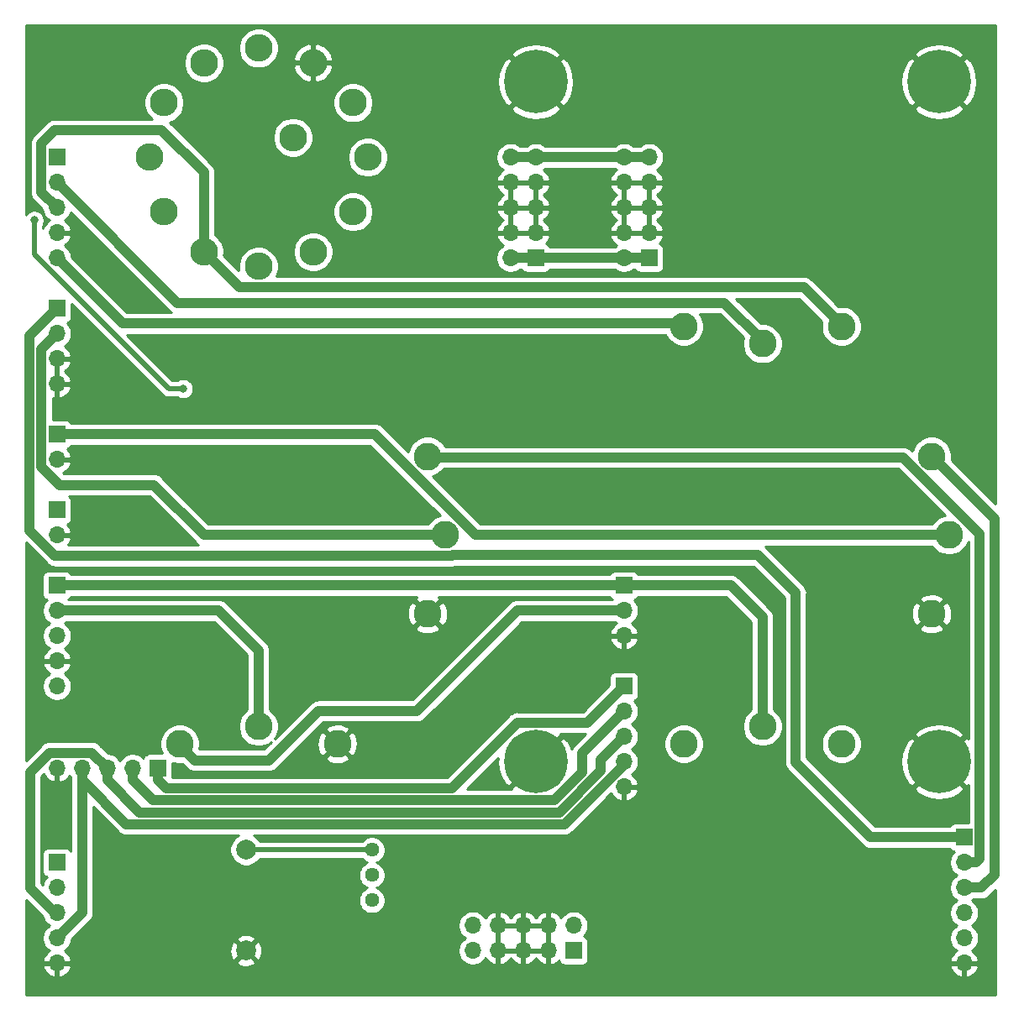
<source format=gbr>
G04 #@! TF.GenerationSoftware,KiCad,Pcbnew,5.1.6-c6e7f7d~86~ubuntu18.04.1*
G04 #@! TF.CreationDate,2020-06-20T10:33:53-04:00*
G04 #@! TF.ProjectId,oscillator_carrier_board,6f736369-6c6c-4617-946f-725f63617272,1*
G04 #@! TF.SameCoordinates,Original*
G04 #@! TF.FileFunction,Copper,L1,Top*
G04 #@! TF.FilePolarity,Positive*
%FSLAX46Y46*%
G04 Gerber Fmt 4.6, Leading zero omitted, Abs format (unit mm)*
G04 Created by KiCad (PCBNEW 5.1.6-c6e7f7d~86~ubuntu18.04.1) date 2020-06-20 10:33:53*
%MOMM*%
%LPD*%
G01*
G04 APERTURE LIST*
G04 #@! TA.AperFunction,ComponentPad*
%ADD10C,2.000000*%
G04 #@! TD*
G04 #@! TA.AperFunction,ComponentPad*
%ADD11C,2.800000*%
G04 #@! TD*
G04 #@! TA.AperFunction,ComponentPad*
%ADD12O,1.700000X1.700000*%
G04 #@! TD*
G04 #@! TA.AperFunction,ComponentPad*
%ADD13R,1.700000X1.700000*%
G04 #@! TD*
G04 #@! TA.AperFunction,ComponentPad*
%ADD14O,2.800000X2.800000*%
G04 #@! TD*
G04 #@! TA.AperFunction,ComponentPad*
%ADD15C,0.800000*%
G04 #@! TD*
G04 #@! TA.AperFunction,ComponentPad*
%ADD16C,6.400000*%
G04 #@! TD*
G04 #@! TA.AperFunction,ComponentPad*
%ADD17C,1.440000*%
G04 #@! TD*
G04 #@! TA.AperFunction,ViaPad*
%ADD18C,1.000000*%
G04 #@! TD*
G04 #@! TA.AperFunction,ViaPad*
%ADD19C,0.800000*%
G04 #@! TD*
G04 #@! TA.AperFunction,Conductor*
%ADD20C,1.000000*%
G04 #@! TD*
G04 #@! TA.AperFunction,Conductor*
%ADD21C,0.500000*%
G04 #@! TD*
G04 #@! TA.AperFunction,Conductor*
%ADD22C,0.254000*%
G04 #@! TD*
G04 APERTURE END LIST*
D10*
X124460000Y-134620000D03*
X124460000Y-144780000D03*
D11*
X168584777Y-81808590D03*
X176530000Y-83570000D03*
X184475223Y-81808590D03*
X184475223Y-123931410D03*
X176530000Y-122170000D03*
X168584777Y-123931410D03*
X133675223Y-123931410D03*
X125730000Y-122170000D03*
X117784777Y-123931410D03*
X193568590Y-110815223D03*
X195330000Y-102870000D03*
X193568590Y-94924777D03*
X142768590Y-110815223D03*
X144530000Y-102870000D03*
X142768590Y-94924777D03*
D12*
X196850000Y-146050000D03*
X196850000Y-143510000D03*
X196850000Y-140970000D03*
X196850000Y-138430000D03*
X196850000Y-135890000D03*
D13*
X196850000Y-133350000D03*
D14*
X129194102Y-62770000D03*
X125730000Y-53770000D03*
X120230000Y-55243721D03*
X116203721Y-59270000D03*
X114730000Y-64770000D03*
X116203721Y-70270000D03*
X120230000Y-74296279D03*
X125730000Y-75770000D03*
X131229999Y-74296279D03*
X135256279Y-70269999D03*
X136730000Y-64770000D03*
X135256279Y-59270000D03*
X131229999Y-55243721D03*
D15*
X196007056Y-124032944D03*
X194310000Y-123330000D03*
X192612944Y-124032944D03*
X191910000Y-125730000D03*
X192612944Y-127427056D03*
X194310000Y-128130000D03*
X196007056Y-127427056D03*
X196710000Y-125730000D03*
D16*
X194310000Y-125730000D03*
D15*
X196007056Y-55452944D03*
X194310000Y-54750000D03*
X192612944Y-55452944D03*
X191910000Y-57150000D03*
X192612944Y-58847056D03*
X194310000Y-59550000D03*
X196007056Y-58847056D03*
X196710000Y-57150000D03*
D16*
X194310000Y-57150000D03*
D12*
X162560000Y-64770000D03*
X165100000Y-64770000D03*
X162560000Y-67310000D03*
X165100000Y-67310000D03*
X162560000Y-69850000D03*
X165100000Y-69850000D03*
X162560000Y-72390000D03*
X165100000Y-72390000D03*
X162560000Y-74930000D03*
D13*
X165100000Y-74930000D03*
D12*
X162560000Y-113030000D03*
X162560000Y-110490000D03*
D13*
X162560000Y-107950000D03*
D12*
X162560000Y-128270000D03*
X162560000Y-125730000D03*
X162560000Y-123190000D03*
X162560000Y-120650000D03*
D13*
X162560000Y-118110000D03*
D12*
X147320000Y-142240000D03*
X147320000Y-144780000D03*
X149860000Y-142240000D03*
X149860000Y-144780000D03*
X152400000Y-142240000D03*
X152400000Y-144780000D03*
X154940000Y-142240000D03*
X154940000Y-144780000D03*
X157480000Y-142240000D03*
D13*
X157480000Y-144780000D03*
D12*
X105410000Y-146050000D03*
X105410000Y-143510000D03*
X105410000Y-140970000D03*
X105410000Y-138430000D03*
D13*
X105410000Y-135890000D03*
D15*
X155367056Y-124032944D03*
X153670000Y-123330000D03*
X151972944Y-124032944D03*
X151270000Y-125730000D03*
X151972944Y-127427056D03*
X153670000Y-128130000D03*
X155367056Y-127427056D03*
X156070000Y-125730000D03*
D16*
X153670000Y-125730000D03*
D15*
X155367056Y-55452944D03*
X153670000Y-54750000D03*
X151972944Y-55452944D03*
X151270000Y-57150000D03*
X151972944Y-58847056D03*
X153670000Y-59550000D03*
X155367056Y-58847056D03*
X156070000Y-57150000D03*
D16*
X153670000Y-57150000D03*
D17*
X137160000Y-134620000D03*
X137160000Y-137160000D03*
X137160000Y-139700000D03*
D12*
X105410000Y-74930000D03*
X105410000Y-72390000D03*
X105410000Y-69850000D03*
X105410000Y-67310000D03*
D13*
X105410000Y-64770000D03*
D12*
X105410000Y-126365000D03*
X107950000Y-126365000D03*
X110490000Y-126365000D03*
X113030000Y-126365000D03*
D13*
X115570000Y-126365000D03*
D12*
X151130000Y-64770000D03*
X153670000Y-64770000D03*
X151130000Y-67310000D03*
X153670000Y-67310000D03*
X151130000Y-69850000D03*
X153670000Y-69850000D03*
X151130000Y-72390000D03*
X153670000Y-72390000D03*
X151130000Y-74930000D03*
D13*
X153670000Y-74930000D03*
D12*
X105410000Y-118110000D03*
X105410000Y-115570000D03*
X105410000Y-113030000D03*
X105410000Y-110490000D03*
D13*
X105410000Y-107950000D03*
D12*
X105410000Y-102870000D03*
D13*
X105410000Y-100330000D03*
D12*
X105410000Y-95250000D03*
D13*
X105410000Y-92710000D03*
D12*
X105410000Y-87630000D03*
X105410000Y-85090000D03*
X105410000Y-82550000D03*
D13*
X105410000Y-80010000D03*
D18*
X156210000Y-97790000D03*
X163830000Y-97790000D03*
X147320000Y-97790000D03*
X172720000Y-97790000D03*
X186690000Y-97790000D03*
X139700000Y-99060000D03*
X130810000Y-99060000D03*
X134620000Y-86360000D03*
X154940000Y-86360000D03*
X163830000Y-86360000D03*
D19*
X114579400Y-134848600D03*
X114757200Y-140131800D03*
X112928400Y-143662400D03*
D18*
X123748800Y-116103400D03*
X128346200Y-116255800D03*
X133477000Y-116306600D03*
X139877800Y-116179600D03*
X156438600Y-112141000D03*
X156489400Y-119481600D03*
X173583600Y-112953800D03*
X182118000Y-112826800D03*
X112014000Y-121310400D03*
X119710200Y-97637600D03*
X115366800Y-102285800D03*
X115341400Y-95275400D03*
D19*
X105740200Y-130098800D03*
D18*
X109855000Y-132486400D03*
D19*
X118138400Y-88109600D03*
X103124000Y-71120000D03*
D20*
X121716800Y-110490000D02*
X105410000Y-110490000D01*
X125730000Y-122470000D02*
X125730000Y-114503200D01*
X125730000Y-114503200D02*
X121716800Y-110490000D01*
X131775200Y-120599200D02*
X126771101Y-125603299D01*
X119311559Y-125603299D02*
X117911560Y-124203300D01*
X141706600Y-120599200D02*
X131775200Y-120599200D01*
X126771101Y-125603299D02*
X119311559Y-125603299D01*
X162560000Y-110490000D02*
X151815800Y-110490000D01*
X151815800Y-110490000D02*
X141706600Y-120599200D01*
X193730560Y-95051560D02*
X193296700Y-95051560D01*
X199934990Y-101255990D02*
X193730560Y-95051560D01*
X199934990Y-137097610D02*
X199934990Y-101255990D01*
X196850000Y-138430000D02*
X198602600Y-138430000D01*
X198602600Y-138430000D02*
X199934990Y-137097610D01*
X190657160Y-95051560D02*
X142496700Y-95051560D01*
X198400001Y-102794401D02*
X190657160Y-95051560D01*
X198400001Y-135542080D02*
X198400001Y-102794401D01*
X196850000Y-135890000D02*
X198052081Y-135890000D01*
X198052081Y-135890000D02*
X198400001Y-135542080D01*
X102659990Y-82760010D02*
X105410000Y-80010000D01*
X105215999Y-104970001D02*
X102659990Y-102413992D01*
X145238001Y-104970001D02*
X105215999Y-104970001D01*
X102659990Y-102413992D02*
X102659990Y-82760010D01*
X187426600Y-133350000D02*
X179857400Y-125780800D01*
X196850000Y-133350000D02*
X187426600Y-133350000D01*
X179857400Y-125780800D02*
X179857400Y-108686600D01*
X145306002Y-104902000D02*
X145238001Y-104970001D01*
X179857400Y-108686600D02*
X176072800Y-104902000D01*
X176072800Y-104902000D02*
X145306002Y-104902000D01*
X156536122Y-132030020D02*
X112412938Y-132030019D01*
X162560000Y-126006142D02*
X156536122Y-132030020D01*
X162560000Y-125730000D02*
X162560000Y-126006142D01*
X105410000Y-143510000D02*
X105435400Y-143535400D01*
X107950000Y-140970000D02*
X107950000Y-126365000D01*
X105410000Y-143510000D02*
X107950000Y-140970000D01*
X107950000Y-127567081D02*
X107950000Y-126365000D01*
X112412938Y-132030019D02*
X107950000Y-127567081D01*
X160248600Y-125501400D02*
X162560000Y-123190000D01*
X160248600Y-126620472D02*
X160248600Y-125501400D01*
X156039062Y-130830010D02*
X160248600Y-126620472D01*
X113752929Y-130830010D02*
X156039062Y-130830010D01*
X110490000Y-126365000D02*
X110490000Y-127567081D01*
X110490000Y-127567081D02*
X113752929Y-130830010D01*
X108939999Y-124814999D02*
X110490000Y-126365000D01*
X102717600Y-138480800D02*
X102717600Y-126763398D01*
X102717600Y-126763398D02*
X104665999Y-124814999D01*
X105410000Y-140970000D02*
X105206800Y-140970000D01*
X104665999Y-124814999D02*
X108939999Y-124814999D01*
X105206800Y-140970000D02*
X102717600Y-138480800D01*
X113030000Y-127567081D02*
X113030000Y-126365000D01*
X115092920Y-129630001D02*
X113030000Y-127567081D01*
X155542001Y-129630001D02*
X115092920Y-129630001D01*
X162560000Y-120650000D02*
X158343600Y-124866400D01*
X158343600Y-126828402D02*
X155542001Y-129630001D01*
X158343600Y-124866400D02*
X158343600Y-126828402D01*
X158870790Y-121799210D02*
X162560000Y-118110000D01*
X151828788Y-121799210D02*
X158870790Y-121799210D01*
X145205598Y-128422400D02*
X151828788Y-121799210D01*
X115570000Y-126365000D02*
X115570000Y-127584200D01*
X116408200Y-128422400D02*
X145205598Y-128422400D01*
X115570000Y-127584200D02*
X116408200Y-128422400D01*
X103859999Y-84100001D02*
X105410000Y-82550000D01*
X103859999Y-95994001D02*
X103859999Y-84100001D01*
X105681398Y-97815400D02*
X103859999Y-95994001D01*
X115189000Y-97815400D02*
X105681398Y-97815400D01*
X144230000Y-102870000D02*
X120243600Y-102870000D01*
X120243600Y-102870000D02*
X115189000Y-97815400D01*
X137439400Y-92710000D02*
X105410000Y-92710000D01*
X195030000Y-102870000D02*
X147599400Y-102870000D01*
X147599400Y-102870000D02*
X137439400Y-92710000D01*
X112016700Y-81536700D02*
X105410000Y-74930000D01*
X168711560Y-81536700D02*
X112016700Y-81536700D01*
X123810121Y-77876400D02*
X120230000Y-74296279D01*
X184348440Y-81536700D02*
X180688140Y-77876400D01*
X180688140Y-77876400D02*
X123810121Y-77876400D01*
X120230000Y-66305800D02*
X120230000Y-74296279D01*
X115951000Y-62026800D02*
X120230000Y-66305800D01*
X105193198Y-62026800D02*
X115951000Y-62026800D01*
X103859999Y-63359999D02*
X105193198Y-62026800D01*
X105410000Y-69850000D02*
X103859999Y-68299999D01*
X103859999Y-68299999D02*
X103859999Y-63359999D01*
X162560000Y-107950000D02*
X105410000Y-107950000D01*
X173304200Y-107950000D02*
X162560000Y-107950000D01*
X176530000Y-122470000D02*
X176530000Y-111175800D01*
X176530000Y-111175800D02*
X173304200Y-107950000D01*
X117536699Y-79436699D02*
X105410000Y-67310000D01*
X172696699Y-79436699D02*
X117536699Y-79436699D01*
X176530000Y-83270000D02*
X172696699Y-79436699D01*
X151130000Y-64770000D02*
X153670000Y-64770000D01*
X153670000Y-64770000D02*
X162560000Y-64770000D01*
X162560000Y-64770000D02*
X165100000Y-64770000D01*
X151130000Y-74930000D02*
X153670000Y-74930000D01*
X153670000Y-74930000D02*
X162560000Y-74930000D01*
X162560000Y-74930000D02*
X165100000Y-74930000D01*
D21*
X103124000Y-74568002D02*
X103124000Y-71120000D01*
X118138400Y-88109600D02*
X116665598Y-88109600D01*
X116665598Y-88109600D02*
X103124000Y-74568002D01*
X124460000Y-134620000D02*
X137160000Y-134620000D01*
D22*
G36*
X104374012Y-105733147D02*
G01*
X104409550Y-105776450D01*
X104452853Y-105811988D01*
X104452855Y-105811990D01*
X104582376Y-105918285D01*
X104779552Y-106023677D01*
X104993500Y-106088578D01*
X105215999Y-106110492D01*
X105271751Y-106105001D01*
X145182250Y-106105001D01*
X145238001Y-106110492D01*
X145293752Y-106105001D01*
X145293753Y-106105001D01*
X145460500Y-106088578D01*
X145630528Y-106037000D01*
X175602669Y-106037000D01*
X178722401Y-109156734D01*
X178722400Y-125725049D01*
X178716909Y-125780800D01*
X178729595Y-125909605D01*
X178738823Y-126003298D01*
X178803724Y-126217246D01*
X178909116Y-126414423D01*
X179050951Y-126587249D01*
X179094265Y-126622796D01*
X186584609Y-134113141D01*
X186620151Y-134156449D01*
X186792977Y-134298284D01*
X186990153Y-134403676D01*
X187204101Y-134468577D01*
X187370848Y-134485000D01*
X187370857Y-134485000D01*
X187426599Y-134490490D01*
X187482341Y-134485000D01*
X195432317Y-134485000D01*
X195469463Y-134554494D01*
X195548815Y-134651185D01*
X195645506Y-134730537D01*
X195755820Y-134789502D01*
X195828380Y-134811513D01*
X195696525Y-134943368D01*
X195534010Y-135186589D01*
X195422068Y-135456842D01*
X195365000Y-135743740D01*
X195365000Y-136036260D01*
X195422068Y-136323158D01*
X195534010Y-136593411D01*
X195696525Y-136836632D01*
X195903368Y-137043475D01*
X196077760Y-137160000D01*
X195903368Y-137276525D01*
X195696525Y-137483368D01*
X195534010Y-137726589D01*
X195422068Y-137996842D01*
X195365000Y-138283740D01*
X195365000Y-138576260D01*
X195422068Y-138863158D01*
X195534010Y-139133411D01*
X195696525Y-139376632D01*
X195903368Y-139583475D01*
X196077760Y-139700000D01*
X195903368Y-139816525D01*
X195696525Y-140023368D01*
X195534010Y-140266589D01*
X195422068Y-140536842D01*
X195365000Y-140823740D01*
X195365000Y-141116260D01*
X195422068Y-141403158D01*
X195534010Y-141673411D01*
X195696525Y-141916632D01*
X195903368Y-142123475D01*
X196077760Y-142240000D01*
X195903368Y-142356525D01*
X195696525Y-142563368D01*
X195534010Y-142806589D01*
X195422068Y-143076842D01*
X195365000Y-143363740D01*
X195365000Y-143656260D01*
X195422068Y-143943158D01*
X195534010Y-144213411D01*
X195696525Y-144456632D01*
X195903368Y-144663475D01*
X196085534Y-144785195D01*
X195968645Y-144854822D01*
X195752412Y-145049731D01*
X195578359Y-145283080D01*
X195453175Y-145545901D01*
X195408524Y-145693110D01*
X195529845Y-145923000D01*
X196723000Y-145923000D01*
X196723000Y-145903000D01*
X196977000Y-145903000D01*
X196977000Y-145923000D01*
X198170155Y-145923000D01*
X198291476Y-145693110D01*
X198246825Y-145545901D01*
X198121641Y-145283080D01*
X197947588Y-145049731D01*
X197731355Y-144854822D01*
X197614466Y-144785195D01*
X197796632Y-144663475D01*
X198003475Y-144456632D01*
X198165990Y-144213411D01*
X198277932Y-143943158D01*
X198335000Y-143656260D01*
X198335000Y-143363740D01*
X198277932Y-143076842D01*
X198165990Y-142806589D01*
X198003475Y-142563368D01*
X197796632Y-142356525D01*
X197622240Y-142240000D01*
X197796632Y-142123475D01*
X198003475Y-141916632D01*
X198165990Y-141673411D01*
X198277932Y-141403158D01*
X198335000Y-141116260D01*
X198335000Y-140823740D01*
X198277932Y-140536842D01*
X198165990Y-140266589D01*
X198003475Y-140023368D01*
X197796632Y-139816525D01*
X197622240Y-139700000D01*
X197796632Y-139583475D01*
X197815107Y-139565000D01*
X198546849Y-139565000D01*
X198602600Y-139570491D01*
X198658351Y-139565000D01*
X198658352Y-139565000D01*
X198825099Y-139548577D01*
X199039047Y-139483676D01*
X199236223Y-139378284D01*
X199409049Y-139236449D01*
X199444596Y-139193135D01*
X200000000Y-138637731D01*
X200000000Y-149200000D01*
X102260000Y-149200000D01*
X102260000Y-146406890D01*
X103968524Y-146406890D01*
X104013175Y-146554099D01*
X104138359Y-146816920D01*
X104312412Y-147050269D01*
X104528645Y-147245178D01*
X104778748Y-147394157D01*
X105053109Y-147491481D01*
X105283000Y-147370814D01*
X105283000Y-146177000D01*
X105537000Y-146177000D01*
X105537000Y-147370814D01*
X105766891Y-147491481D01*
X106041252Y-147394157D01*
X106291355Y-147245178D01*
X106507588Y-147050269D01*
X106681641Y-146816920D01*
X106806825Y-146554099D01*
X106851476Y-146406890D01*
X106730155Y-146177000D01*
X105537000Y-146177000D01*
X105283000Y-146177000D01*
X104089845Y-146177000D01*
X103968524Y-146406890D01*
X102260000Y-146406890D01*
X102260000Y-139628331D01*
X103968968Y-141337300D01*
X103982068Y-141403158D01*
X104094010Y-141673411D01*
X104256525Y-141916632D01*
X104463368Y-142123475D01*
X104637760Y-142240000D01*
X104463368Y-142356525D01*
X104256525Y-142563368D01*
X104094010Y-142806589D01*
X103982068Y-143076842D01*
X103925000Y-143363740D01*
X103925000Y-143656260D01*
X103982068Y-143943158D01*
X104094010Y-144213411D01*
X104256525Y-144456632D01*
X104463368Y-144663475D01*
X104645534Y-144785195D01*
X104528645Y-144854822D01*
X104312412Y-145049731D01*
X104138359Y-145283080D01*
X104013175Y-145545901D01*
X103968524Y-145693110D01*
X104089845Y-145923000D01*
X105283000Y-145923000D01*
X105283000Y-145903000D01*
X105537000Y-145903000D01*
X105537000Y-145923000D01*
X106730155Y-145923000D01*
X106734158Y-145915413D01*
X123504192Y-145915413D01*
X123599956Y-146179814D01*
X123889571Y-146320704D01*
X124201108Y-146402384D01*
X124522595Y-146421718D01*
X124630722Y-146406890D01*
X195408524Y-146406890D01*
X195453175Y-146554099D01*
X195578359Y-146816920D01*
X195752412Y-147050269D01*
X195968645Y-147245178D01*
X196218748Y-147394157D01*
X196493109Y-147491481D01*
X196723000Y-147370814D01*
X196723000Y-146177000D01*
X196977000Y-146177000D01*
X196977000Y-147370814D01*
X197206891Y-147491481D01*
X197481252Y-147394157D01*
X197731355Y-147245178D01*
X197947588Y-147050269D01*
X198121641Y-146816920D01*
X198246825Y-146554099D01*
X198291476Y-146406890D01*
X198170155Y-146177000D01*
X196977000Y-146177000D01*
X196723000Y-146177000D01*
X195529845Y-146177000D01*
X195408524Y-146406890D01*
X124630722Y-146406890D01*
X124841675Y-146377961D01*
X125146088Y-146272795D01*
X125320044Y-146179814D01*
X125415808Y-145915413D01*
X124460000Y-144959605D01*
X123504192Y-145915413D01*
X106734158Y-145915413D01*
X106851476Y-145693110D01*
X106806825Y-145545901D01*
X106681641Y-145283080D01*
X106507588Y-145049731D01*
X106291355Y-144854822D01*
X106270829Y-144842595D01*
X122818282Y-144842595D01*
X122862039Y-145161675D01*
X122967205Y-145466088D01*
X123060186Y-145640044D01*
X123324587Y-145735808D01*
X124280395Y-144780000D01*
X124639605Y-144780000D01*
X125595413Y-145735808D01*
X125859814Y-145640044D01*
X126000704Y-145350429D01*
X126082384Y-145038892D01*
X126101718Y-144717405D01*
X126057961Y-144398325D01*
X125952795Y-144093912D01*
X125859814Y-143919956D01*
X125595413Y-143824192D01*
X124639605Y-144780000D01*
X124280395Y-144780000D01*
X123324587Y-143824192D01*
X123060186Y-143919956D01*
X122919296Y-144209571D01*
X122837616Y-144521108D01*
X122818282Y-144842595D01*
X106270829Y-144842595D01*
X106174466Y-144785195D01*
X106356632Y-144663475D01*
X106563475Y-144456632D01*
X106725990Y-144213411D01*
X106837932Y-143943158D01*
X106895000Y-143656260D01*
X106895000Y-143644587D01*
X123504192Y-143644587D01*
X124460000Y-144600395D01*
X125415808Y-143644587D01*
X125320044Y-143380186D01*
X125030429Y-143239296D01*
X124718892Y-143157616D01*
X124397405Y-143138282D01*
X124078325Y-143182039D01*
X123773912Y-143287205D01*
X123599956Y-143380186D01*
X123504192Y-143644587D01*
X106895000Y-143644587D01*
X106895000Y-143630131D01*
X108431391Y-142093740D01*
X145835000Y-142093740D01*
X145835000Y-142386260D01*
X145892068Y-142673158D01*
X146004010Y-142943411D01*
X146166525Y-143186632D01*
X146373368Y-143393475D01*
X146547760Y-143510000D01*
X146373368Y-143626525D01*
X146166525Y-143833368D01*
X146004010Y-144076589D01*
X145892068Y-144346842D01*
X145835000Y-144633740D01*
X145835000Y-144926260D01*
X145892068Y-145213158D01*
X146004010Y-145483411D01*
X146166525Y-145726632D01*
X146373368Y-145933475D01*
X146616589Y-146095990D01*
X146886842Y-146207932D01*
X147173740Y-146265000D01*
X147466260Y-146265000D01*
X147753158Y-146207932D01*
X148023411Y-146095990D01*
X148266632Y-145933475D01*
X148473475Y-145726632D01*
X148595195Y-145544466D01*
X148664822Y-145661355D01*
X148859731Y-145877588D01*
X149093080Y-146051641D01*
X149355901Y-146176825D01*
X149503110Y-146221476D01*
X149733000Y-146100155D01*
X149733000Y-144907000D01*
X149987000Y-144907000D01*
X149987000Y-146100155D01*
X150216890Y-146221476D01*
X150364099Y-146176825D01*
X150626920Y-146051641D01*
X150860269Y-145877588D01*
X151055178Y-145661355D01*
X151130000Y-145535745D01*
X151204822Y-145661355D01*
X151399731Y-145877588D01*
X151633080Y-146051641D01*
X151895901Y-146176825D01*
X152043110Y-146221476D01*
X152273000Y-146100155D01*
X152273000Y-144907000D01*
X152527000Y-144907000D01*
X152527000Y-146100155D01*
X152756890Y-146221476D01*
X152904099Y-146176825D01*
X153166920Y-146051641D01*
X153400269Y-145877588D01*
X153595178Y-145661355D01*
X153670000Y-145535745D01*
X153744822Y-145661355D01*
X153939731Y-145877588D01*
X154173080Y-146051641D01*
X154435901Y-146176825D01*
X154583110Y-146221476D01*
X154813000Y-146100155D01*
X154813000Y-144907000D01*
X152527000Y-144907000D01*
X152273000Y-144907000D01*
X149987000Y-144907000D01*
X149733000Y-144907000D01*
X149713000Y-144907000D01*
X149713000Y-144653000D01*
X149733000Y-144653000D01*
X149733000Y-142367000D01*
X149987000Y-142367000D01*
X149987000Y-144653000D01*
X152273000Y-144653000D01*
X152273000Y-142367000D01*
X152527000Y-142367000D01*
X152527000Y-144653000D01*
X154813000Y-144653000D01*
X154813000Y-142367000D01*
X152527000Y-142367000D01*
X152273000Y-142367000D01*
X149987000Y-142367000D01*
X149733000Y-142367000D01*
X149713000Y-142367000D01*
X149713000Y-142113000D01*
X149733000Y-142113000D01*
X149733000Y-140919845D01*
X149987000Y-140919845D01*
X149987000Y-142113000D01*
X152273000Y-142113000D01*
X152273000Y-140919845D01*
X152527000Y-140919845D01*
X152527000Y-142113000D01*
X154813000Y-142113000D01*
X154813000Y-140919845D01*
X155067000Y-140919845D01*
X155067000Y-142113000D01*
X155087000Y-142113000D01*
X155087000Y-142367000D01*
X155067000Y-142367000D01*
X155067000Y-144653000D01*
X155087000Y-144653000D01*
X155087000Y-144907000D01*
X155067000Y-144907000D01*
X155067000Y-146100155D01*
X155296890Y-146221476D01*
X155444099Y-146176825D01*
X155706920Y-146051641D01*
X155940269Y-145877588D01*
X156016034Y-145793534D01*
X156040498Y-145874180D01*
X156099463Y-145984494D01*
X156178815Y-146081185D01*
X156275506Y-146160537D01*
X156385820Y-146219502D01*
X156505518Y-146255812D01*
X156630000Y-146268072D01*
X158330000Y-146268072D01*
X158454482Y-146255812D01*
X158574180Y-146219502D01*
X158684494Y-146160537D01*
X158781185Y-146081185D01*
X158860537Y-145984494D01*
X158919502Y-145874180D01*
X158955812Y-145754482D01*
X158968072Y-145630000D01*
X158968072Y-143930000D01*
X158955812Y-143805518D01*
X158919502Y-143685820D01*
X158860537Y-143575506D01*
X158781185Y-143478815D01*
X158684494Y-143399463D01*
X158574180Y-143340498D01*
X158501620Y-143318487D01*
X158633475Y-143186632D01*
X158795990Y-142943411D01*
X158907932Y-142673158D01*
X158965000Y-142386260D01*
X158965000Y-142093740D01*
X158907932Y-141806842D01*
X158795990Y-141536589D01*
X158633475Y-141293368D01*
X158426632Y-141086525D01*
X158183411Y-140924010D01*
X157913158Y-140812068D01*
X157626260Y-140755000D01*
X157333740Y-140755000D01*
X157046842Y-140812068D01*
X156776589Y-140924010D01*
X156533368Y-141086525D01*
X156326525Y-141293368D01*
X156204805Y-141475534D01*
X156135178Y-141358645D01*
X155940269Y-141142412D01*
X155706920Y-140968359D01*
X155444099Y-140843175D01*
X155296890Y-140798524D01*
X155067000Y-140919845D01*
X154813000Y-140919845D01*
X154583110Y-140798524D01*
X154435901Y-140843175D01*
X154173080Y-140968359D01*
X153939731Y-141142412D01*
X153744822Y-141358645D01*
X153670000Y-141484255D01*
X153595178Y-141358645D01*
X153400269Y-141142412D01*
X153166920Y-140968359D01*
X152904099Y-140843175D01*
X152756890Y-140798524D01*
X152527000Y-140919845D01*
X152273000Y-140919845D01*
X152043110Y-140798524D01*
X151895901Y-140843175D01*
X151633080Y-140968359D01*
X151399731Y-141142412D01*
X151204822Y-141358645D01*
X151130000Y-141484255D01*
X151055178Y-141358645D01*
X150860269Y-141142412D01*
X150626920Y-140968359D01*
X150364099Y-140843175D01*
X150216890Y-140798524D01*
X149987000Y-140919845D01*
X149733000Y-140919845D01*
X149503110Y-140798524D01*
X149355901Y-140843175D01*
X149093080Y-140968359D01*
X148859731Y-141142412D01*
X148664822Y-141358645D01*
X148595195Y-141475534D01*
X148473475Y-141293368D01*
X148266632Y-141086525D01*
X148023411Y-140924010D01*
X147753158Y-140812068D01*
X147466260Y-140755000D01*
X147173740Y-140755000D01*
X146886842Y-140812068D01*
X146616589Y-140924010D01*
X146373368Y-141086525D01*
X146166525Y-141293368D01*
X146004010Y-141536589D01*
X145892068Y-141806842D01*
X145835000Y-142093740D01*
X108431391Y-142093740D01*
X108713141Y-141811991D01*
X108756449Y-141776449D01*
X108898284Y-141603623D01*
X109003676Y-141406447D01*
X109068577Y-141192499D01*
X109085000Y-141025752D01*
X109085000Y-141025743D01*
X109090490Y-140970001D01*
X109085000Y-140914259D01*
X109085000Y-130307212D01*
X111570951Y-132793164D01*
X111606489Y-132836467D01*
X111649792Y-132872005D01*
X111649794Y-132872007D01*
X111779314Y-132978302D01*
X111976490Y-133083694D01*
X112190438Y-133148595D01*
X112412937Y-133170509D01*
X112468689Y-133165018D01*
X123700176Y-133165019D01*
X123685537Y-133171082D01*
X123417748Y-133350013D01*
X123190013Y-133577748D01*
X123011082Y-133845537D01*
X122887832Y-134143088D01*
X122825000Y-134458967D01*
X122825000Y-134781033D01*
X122887832Y-135096912D01*
X123011082Y-135394463D01*
X123190013Y-135662252D01*
X123417748Y-135889987D01*
X123685537Y-136068918D01*
X123983088Y-136192168D01*
X124298967Y-136255000D01*
X124621033Y-136255000D01*
X124936912Y-136192168D01*
X125234463Y-136068918D01*
X125502252Y-135889987D01*
X125729987Y-135662252D01*
X125835059Y-135505000D01*
X136128741Y-135505000D01*
X136296238Y-135672497D01*
X136518167Y-135820785D01*
X136685266Y-135890000D01*
X136518167Y-135959215D01*
X136296238Y-136107503D01*
X136107503Y-136296238D01*
X135959215Y-136518167D01*
X135857072Y-136764761D01*
X135805000Y-137026544D01*
X135805000Y-137293456D01*
X135857072Y-137555239D01*
X135959215Y-137801833D01*
X136107503Y-138023762D01*
X136296238Y-138212497D01*
X136518167Y-138360785D01*
X136685266Y-138430000D01*
X136518167Y-138499215D01*
X136296238Y-138647503D01*
X136107503Y-138836238D01*
X135959215Y-139058167D01*
X135857072Y-139304761D01*
X135805000Y-139566544D01*
X135805000Y-139833456D01*
X135857072Y-140095239D01*
X135959215Y-140341833D01*
X136107503Y-140563762D01*
X136296238Y-140752497D01*
X136518167Y-140900785D01*
X136764761Y-141002928D01*
X137026544Y-141055000D01*
X137293456Y-141055000D01*
X137555239Y-141002928D01*
X137801833Y-140900785D01*
X138023762Y-140752497D01*
X138212497Y-140563762D01*
X138360785Y-140341833D01*
X138462928Y-140095239D01*
X138515000Y-139833456D01*
X138515000Y-139566544D01*
X138462928Y-139304761D01*
X138360785Y-139058167D01*
X138212497Y-138836238D01*
X138023762Y-138647503D01*
X137801833Y-138499215D01*
X137634734Y-138430000D01*
X137801833Y-138360785D01*
X138023762Y-138212497D01*
X138212497Y-138023762D01*
X138360785Y-137801833D01*
X138462928Y-137555239D01*
X138515000Y-137293456D01*
X138515000Y-137026544D01*
X138462928Y-136764761D01*
X138360785Y-136518167D01*
X138212497Y-136296238D01*
X138023762Y-136107503D01*
X137801833Y-135959215D01*
X137634734Y-135890000D01*
X137801833Y-135820785D01*
X138023762Y-135672497D01*
X138212497Y-135483762D01*
X138360785Y-135261833D01*
X138462928Y-135015239D01*
X138515000Y-134753456D01*
X138515000Y-134486544D01*
X138462928Y-134224761D01*
X138360785Y-133978167D01*
X138212497Y-133756238D01*
X138023762Y-133567503D01*
X137801833Y-133419215D01*
X137555239Y-133317072D01*
X137293456Y-133265000D01*
X137026544Y-133265000D01*
X136764761Y-133317072D01*
X136518167Y-133419215D01*
X136296238Y-133567503D01*
X136128741Y-133735000D01*
X125835059Y-133735000D01*
X125729987Y-133577748D01*
X125502252Y-133350013D01*
X125234463Y-133171082D01*
X125219825Y-133165019D01*
X156480371Y-133165020D01*
X156536122Y-133170511D01*
X156591873Y-133165020D01*
X156591894Y-133165018D01*
X156758620Y-133148597D01*
X156972568Y-133083696D01*
X157039665Y-133047832D01*
X157169744Y-132978304D01*
X157342570Y-132836469D01*
X157378112Y-132793161D01*
X161238671Y-128932602D01*
X161288359Y-129036920D01*
X161462412Y-129270269D01*
X161678645Y-129465178D01*
X161928748Y-129614157D01*
X162203109Y-129711481D01*
X162433000Y-129590814D01*
X162433000Y-128397000D01*
X162687000Y-128397000D01*
X162687000Y-129590814D01*
X162916891Y-129711481D01*
X163191252Y-129614157D01*
X163441355Y-129465178D01*
X163657588Y-129270269D01*
X163831641Y-129036920D01*
X163956825Y-128774099D01*
X164001476Y-128626890D01*
X163880155Y-128397000D01*
X162687000Y-128397000D01*
X162433000Y-128397000D01*
X162413000Y-128397000D01*
X162413000Y-128143000D01*
X162433000Y-128143000D01*
X162433000Y-128123000D01*
X162687000Y-128123000D01*
X162687000Y-128143000D01*
X163880155Y-128143000D01*
X164001476Y-127913110D01*
X163956825Y-127765901D01*
X163831641Y-127503080D01*
X163657588Y-127269731D01*
X163441355Y-127074822D01*
X163324466Y-127005195D01*
X163506632Y-126883475D01*
X163713475Y-126676632D01*
X163875990Y-126433411D01*
X163987932Y-126163158D01*
X164045000Y-125876260D01*
X164045000Y-125583740D01*
X163987932Y-125296842D01*
X163875990Y-125026589D01*
X163713475Y-124783368D01*
X163506632Y-124576525D01*
X163332240Y-124460000D01*
X163506632Y-124343475D01*
X163713475Y-124136632D01*
X163875990Y-123893411D01*
X163943270Y-123730980D01*
X166549777Y-123730980D01*
X166549777Y-124131840D01*
X166627981Y-124524997D01*
X166781384Y-124895344D01*
X167004090Y-125228647D01*
X167287540Y-125512097D01*
X167620843Y-125734803D01*
X167991190Y-125888206D01*
X168384347Y-125966410D01*
X168785207Y-125966410D01*
X169178364Y-125888206D01*
X169548711Y-125734803D01*
X169882014Y-125512097D01*
X170165464Y-125228647D01*
X170388170Y-124895344D01*
X170541573Y-124524997D01*
X170619777Y-124131840D01*
X170619777Y-123730980D01*
X170541573Y-123337823D01*
X170388170Y-122967476D01*
X170165464Y-122634173D01*
X169882014Y-122350723D01*
X169548711Y-122128017D01*
X169178364Y-121974614D01*
X168785207Y-121896410D01*
X168384347Y-121896410D01*
X167991190Y-121974614D01*
X167620843Y-122128017D01*
X167287540Y-122350723D01*
X167004090Y-122634173D01*
X166781384Y-122967476D01*
X166627981Y-123337823D01*
X166549777Y-123730980D01*
X163943270Y-123730980D01*
X163987932Y-123623158D01*
X164045000Y-123336260D01*
X164045000Y-123043740D01*
X163987932Y-122756842D01*
X163875990Y-122486589D01*
X163713475Y-122243368D01*
X163506632Y-122036525D01*
X163332240Y-121920000D01*
X163506632Y-121803475D01*
X163713475Y-121596632D01*
X163875990Y-121353411D01*
X163987932Y-121083158D01*
X164045000Y-120796260D01*
X164045000Y-120503740D01*
X163987932Y-120216842D01*
X163875990Y-119946589D01*
X163713475Y-119703368D01*
X163581620Y-119571513D01*
X163654180Y-119549502D01*
X163764494Y-119490537D01*
X163861185Y-119411185D01*
X163940537Y-119314494D01*
X163999502Y-119204180D01*
X164035812Y-119084482D01*
X164048072Y-118960000D01*
X164048072Y-117260000D01*
X164035812Y-117135518D01*
X163999502Y-117015820D01*
X163940537Y-116905506D01*
X163861185Y-116808815D01*
X163764494Y-116729463D01*
X163654180Y-116670498D01*
X163534482Y-116634188D01*
X163410000Y-116621928D01*
X161710000Y-116621928D01*
X161585518Y-116634188D01*
X161465820Y-116670498D01*
X161355506Y-116729463D01*
X161258815Y-116808815D01*
X161179463Y-116905506D01*
X161120498Y-117015820D01*
X161084188Y-117135518D01*
X161071928Y-117260000D01*
X161071928Y-117992940D01*
X158400659Y-120664210D01*
X151884539Y-120664210D01*
X151828787Y-120658719D01*
X151606288Y-120680633D01*
X151556493Y-120695739D01*
X151392341Y-120745534D01*
X151195165Y-120850926D01*
X151022339Y-120992761D01*
X150986799Y-121036067D01*
X144735467Y-127287400D01*
X117050941Y-127287400D01*
X117058072Y-127215000D01*
X117058072Y-125833067D01*
X117191190Y-125888206D01*
X117584347Y-125966410D01*
X117985207Y-125966410D01*
X118055546Y-125952419D01*
X118469572Y-126366445D01*
X118505110Y-126409748D01*
X118548413Y-126445286D01*
X118548415Y-126445288D01*
X118677936Y-126551583D01*
X118875112Y-126656975D01*
X119089060Y-126721876D01*
X119311559Y-126743790D01*
X119367311Y-126738299D01*
X126715350Y-126738299D01*
X126771101Y-126743790D01*
X126826852Y-126738299D01*
X126826853Y-126738299D01*
X126993600Y-126721876D01*
X127207548Y-126656975D01*
X127404724Y-126551583D01*
X127577550Y-126409748D01*
X127613097Y-126366434D01*
X128627674Y-125351857D01*
X132434381Y-125351857D01*
X132578358Y-125657180D01*
X132936115Y-125838007D01*
X133322276Y-125945565D01*
X133722000Y-125975720D01*
X134119927Y-125927314D01*
X134500763Y-125802205D01*
X134772088Y-125657180D01*
X134916065Y-125351857D01*
X133675223Y-124111015D01*
X132434381Y-125351857D01*
X128627674Y-125351857D01*
X130001345Y-123978187D01*
X131630913Y-123978187D01*
X131679319Y-124376114D01*
X131804428Y-124756950D01*
X131949453Y-125028275D01*
X132254776Y-125172252D01*
X133495618Y-123931410D01*
X133854828Y-123931410D01*
X135095670Y-125172252D01*
X135400993Y-125028275D01*
X135581820Y-124670518D01*
X135689378Y-124284357D01*
X135719533Y-123884633D01*
X135671127Y-123486706D01*
X135546018Y-123105870D01*
X135400993Y-122834545D01*
X135095670Y-122690568D01*
X133854828Y-123931410D01*
X133495618Y-123931410D01*
X132254776Y-122690568D01*
X131949453Y-122834545D01*
X131768626Y-123192302D01*
X131661068Y-123578463D01*
X131630913Y-123978187D01*
X130001345Y-123978187D01*
X131468569Y-122510963D01*
X132434381Y-122510963D01*
X133675223Y-123751805D01*
X134916065Y-122510963D01*
X134772088Y-122205640D01*
X134414331Y-122024813D01*
X134028170Y-121917255D01*
X133628446Y-121887100D01*
X133230519Y-121935506D01*
X132849683Y-122060615D01*
X132578358Y-122205640D01*
X132434381Y-122510963D01*
X131468569Y-122510963D01*
X132245333Y-121734200D01*
X141650849Y-121734200D01*
X141706600Y-121739691D01*
X141762351Y-121734200D01*
X141762352Y-121734200D01*
X141929099Y-121717777D01*
X142143047Y-121652876D01*
X142340223Y-121547484D01*
X142513049Y-121405649D01*
X142548596Y-121362335D01*
X150524041Y-113386890D01*
X161118524Y-113386890D01*
X161163175Y-113534099D01*
X161288359Y-113796920D01*
X161462412Y-114030269D01*
X161678645Y-114225178D01*
X161928748Y-114374157D01*
X162203109Y-114471481D01*
X162433000Y-114350814D01*
X162433000Y-113157000D01*
X162687000Y-113157000D01*
X162687000Y-114350814D01*
X162916891Y-114471481D01*
X163191252Y-114374157D01*
X163441355Y-114225178D01*
X163657588Y-114030269D01*
X163831641Y-113796920D01*
X163956825Y-113534099D01*
X164001476Y-113386890D01*
X163880155Y-113157000D01*
X162687000Y-113157000D01*
X162433000Y-113157000D01*
X161239845Y-113157000D01*
X161118524Y-113386890D01*
X150524041Y-113386890D01*
X152285932Y-111625000D01*
X161594893Y-111625000D01*
X161613368Y-111643475D01*
X161795534Y-111765195D01*
X161678645Y-111834822D01*
X161462412Y-112029731D01*
X161288359Y-112263080D01*
X161163175Y-112525901D01*
X161118524Y-112673110D01*
X161239845Y-112903000D01*
X162433000Y-112903000D01*
X162433000Y-112883000D01*
X162687000Y-112883000D01*
X162687000Y-112903000D01*
X163880155Y-112903000D01*
X164001476Y-112673110D01*
X163956825Y-112525901D01*
X163831641Y-112263080D01*
X163657588Y-112029731D01*
X163441355Y-111834822D01*
X163324466Y-111765195D01*
X163506632Y-111643475D01*
X163713475Y-111436632D01*
X163875990Y-111193411D01*
X163987932Y-110923158D01*
X164045000Y-110636260D01*
X164045000Y-110343740D01*
X163987932Y-110056842D01*
X163875990Y-109786589D01*
X163713475Y-109543368D01*
X163581620Y-109411513D01*
X163654180Y-109389502D01*
X163764494Y-109330537D01*
X163861185Y-109251185D01*
X163940537Y-109154494D01*
X163977683Y-109085000D01*
X172834069Y-109085000D01*
X175395001Y-111645933D01*
X175395000Y-120480910D01*
X175232763Y-120589313D01*
X174949313Y-120872763D01*
X174726607Y-121206066D01*
X174573204Y-121576413D01*
X174495000Y-121969570D01*
X174495000Y-122370430D01*
X174573204Y-122763587D01*
X174726607Y-123133934D01*
X174949313Y-123467237D01*
X175232763Y-123750687D01*
X175566066Y-123973393D01*
X175936413Y-124126796D01*
X176329570Y-124205000D01*
X176730430Y-124205000D01*
X177123587Y-124126796D01*
X177493934Y-123973393D01*
X177827237Y-123750687D01*
X178110687Y-123467237D01*
X178333393Y-123133934D01*
X178486796Y-122763587D01*
X178565000Y-122370430D01*
X178565000Y-121969570D01*
X178486796Y-121576413D01*
X178333393Y-121206066D01*
X178110687Y-120872763D01*
X177827237Y-120589313D01*
X177665000Y-120480910D01*
X177665000Y-111231551D01*
X177670491Y-111175799D01*
X177648577Y-110953300D01*
X177583676Y-110739353D01*
X177528572Y-110636260D01*
X177478284Y-110542177D01*
X177336449Y-110369351D01*
X177293141Y-110333809D01*
X174146196Y-107186865D01*
X174110649Y-107143551D01*
X173937823Y-107001716D01*
X173740647Y-106896324D01*
X173526699Y-106831423D01*
X173359952Y-106815000D01*
X173359951Y-106815000D01*
X173304200Y-106809509D01*
X173248449Y-106815000D01*
X163977683Y-106815000D01*
X163940537Y-106745506D01*
X163861185Y-106648815D01*
X163764494Y-106569463D01*
X163654180Y-106510498D01*
X163534482Y-106474188D01*
X163410000Y-106461928D01*
X161710000Y-106461928D01*
X161585518Y-106474188D01*
X161465820Y-106510498D01*
X161355506Y-106569463D01*
X161258815Y-106648815D01*
X161179463Y-106745506D01*
X161142317Y-106815000D01*
X106827683Y-106815000D01*
X106790537Y-106745506D01*
X106711185Y-106648815D01*
X106614494Y-106569463D01*
X106504180Y-106510498D01*
X106384482Y-106474188D01*
X106260000Y-106461928D01*
X104560000Y-106461928D01*
X104435518Y-106474188D01*
X104315820Y-106510498D01*
X104205506Y-106569463D01*
X104108815Y-106648815D01*
X104029463Y-106745506D01*
X103970498Y-106855820D01*
X103934188Y-106975518D01*
X103921928Y-107100000D01*
X103921928Y-108800000D01*
X103934188Y-108924482D01*
X103970498Y-109044180D01*
X104029463Y-109154494D01*
X104108815Y-109251185D01*
X104205506Y-109330537D01*
X104315820Y-109389502D01*
X104388380Y-109411513D01*
X104256525Y-109543368D01*
X104094010Y-109786589D01*
X103982068Y-110056842D01*
X103925000Y-110343740D01*
X103925000Y-110636260D01*
X103982068Y-110923158D01*
X104094010Y-111193411D01*
X104256525Y-111436632D01*
X104463368Y-111643475D01*
X104637760Y-111760000D01*
X104463368Y-111876525D01*
X104256525Y-112083368D01*
X104094010Y-112326589D01*
X103982068Y-112596842D01*
X103925000Y-112883740D01*
X103925000Y-113176260D01*
X103982068Y-113463158D01*
X104094010Y-113733411D01*
X104256525Y-113976632D01*
X104463368Y-114183475D01*
X104645534Y-114305195D01*
X104528645Y-114374822D01*
X104312412Y-114569731D01*
X104138359Y-114803080D01*
X104013175Y-115065901D01*
X103968524Y-115213110D01*
X104089845Y-115443000D01*
X105283000Y-115443000D01*
X105283000Y-115423000D01*
X105537000Y-115423000D01*
X105537000Y-115443000D01*
X106730155Y-115443000D01*
X106851476Y-115213110D01*
X106806825Y-115065901D01*
X106681641Y-114803080D01*
X106507588Y-114569731D01*
X106291355Y-114374822D01*
X106174466Y-114305195D01*
X106356632Y-114183475D01*
X106563475Y-113976632D01*
X106725990Y-113733411D01*
X106837932Y-113463158D01*
X106895000Y-113176260D01*
X106895000Y-112883740D01*
X106837932Y-112596842D01*
X106725990Y-112326589D01*
X106563475Y-112083368D01*
X106356632Y-111876525D01*
X106182240Y-111760000D01*
X106356632Y-111643475D01*
X106375107Y-111625000D01*
X121246669Y-111625000D01*
X124595001Y-114973333D01*
X124595000Y-120480910D01*
X124432763Y-120589313D01*
X124149313Y-120872763D01*
X123926607Y-121206066D01*
X123773204Y-121576413D01*
X123695000Y-121969570D01*
X123695000Y-122370430D01*
X123773204Y-122763587D01*
X123926607Y-123133934D01*
X124149313Y-123467237D01*
X124432763Y-123750687D01*
X124766066Y-123973393D01*
X125136413Y-124126796D01*
X125529570Y-124205000D01*
X125930430Y-124205000D01*
X126323587Y-124126796D01*
X126693934Y-123973393D01*
X127001152Y-123768116D01*
X126300970Y-124468299D01*
X119781691Y-124468299D01*
X119757636Y-124444243D01*
X119819777Y-124131840D01*
X119819777Y-123730980D01*
X119741573Y-123337823D01*
X119588170Y-122967476D01*
X119365464Y-122634173D01*
X119082014Y-122350723D01*
X118748711Y-122128017D01*
X118378364Y-121974614D01*
X117985207Y-121896410D01*
X117584347Y-121896410D01*
X117191190Y-121974614D01*
X116820843Y-122128017D01*
X116487540Y-122350723D01*
X116204090Y-122634173D01*
X115981384Y-122967476D01*
X115827981Y-123337823D01*
X115749777Y-123730980D01*
X115749777Y-124131840D01*
X115827981Y-124524997D01*
X115973756Y-124876928D01*
X114720000Y-124876928D01*
X114595518Y-124889188D01*
X114475820Y-124925498D01*
X114365506Y-124984463D01*
X114268815Y-125063815D01*
X114189463Y-125160506D01*
X114130498Y-125270820D01*
X114108487Y-125343380D01*
X113976632Y-125211525D01*
X113733411Y-125049010D01*
X113463158Y-124937068D01*
X113176260Y-124880000D01*
X112883740Y-124880000D01*
X112596842Y-124937068D01*
X112326589Y-125049010D01*
X112083368Y-125211525D01*
X111876525Y-125418368D01*
X111760000Y-125592760D01*
X111643475Y-125418368D01*
X111436632Y-125211525D01*
X111193411Y-125049010D01*
X110923158Y-124937068D01*
X110636260Y-124880000D01*
X110610132Y-124880000D01*
X109781995Y-124051864D01*
X109746448Y-124008550D01*
X109573622Y-123866715D01*
X109376446Y-123761323D01*
X109162498Y-123696422D01*
X108995751Y-123679999D01*
X108995750Y-123679999D01*
X108939999Y-123674508D01*
X108884248Y-123679999D01*
X104721740Y-123679999D01*
X104665998Y-123674509D01*
X104610256Y-123679999D01*
X104610247Y-123679999D01*
X104443500Y-123696422D01*
X104229552Y-123761323D01*
X104032376Y-123866715D01*
X103859550Y-124008550D01*
X103824008Y-124051858D01*
X102260000Y-125615867D01*
X102260000Y-117963740D01*
X103925000Y-117963740D01*
X103925000Y-118256260D01*
X103982068Y-118543158D01*
X104094010Y-118813411D01*
X104256525Y-119056632D01*
X104463368Y-119263475D01*
X104706589Y-119425990D01*
X104976842Y-119537932D01*
X105263740Y-119595000D01*
X105556260Y-119595000D01*
X105843158Y-119537932D01*
X106113411Y-119425990D01*
X106356632Y-119263475D01*
X106563475Y-119056632D01*
X106725990Y-118813411D01*
X106837932Y-118543158D01*
X106895000Y-118256260D01*
X106895000Y-117963740D01*
X106837932Y-117676842D01*
X106725990Y-117406589D01*
X106563475Y-117163368D01*
X106356632Y-116956525D01*
X106174466Y-116834805D01*
X106291355Y-116765178D01*
X106507588Y-116570269D01*
X106681641Y-116336920D01*
X106806825Y-116074099D01*
X106851476Y-115926890D01*
X106730155Y-115697000D01*
X105537000Y-115697000D01*
X105537000Y-115717000D01*
X105283000Y-115717000D01*
X105283000Y-115697000D01*
X104089845Y-115697000D01*
X103968524Y-115926890D01*
X104013175Y-116074099D01*
X104138359Y-116336920D01*
X104312412Y-116570269D01*
X104528645Y-116765178D01*
X104645534Y-116834805D01*
X104463368Y-116956525D01*
X104256525Y-117163368D01*
X104094010Y-117406589D01*
X103982068Y-117676842D01*
X103925000Y-117963740D01*
X102260000Y-117963740D01*
X102260000Y-103619133D01*
X104374012Y-105733147D01*
G37*
X104374012Y-105733147D02*
X104409550Y-105776450D01*
X104452853Y-105811988D01*
X104452855Y-105811990D01*
X104582376Y-105918285D01*
X104779552Y-106023677D01*
X104993500Y-106088578D01*
X105215999Y-106110492D01*
X105271751Y-106105001D01*
X145182250Y-106105001D01*
X145238001Y-106110492D01*
X145293752Y-106105001D01*
X145293753Y-106105001D01*
X145460500Y-106088578D01*
X145630528Y-106037000D01*
X175602669Y-106037000D01*
X178722401Y-109156734D01*
X178722400Y-125725049D01*
X178716909Y-125780800D01*
X178729595Y-125909605D01*
X178738823Y-126003298D01*
X178803724Y-126217246D01*
X178909116Y-126414423D01*
X179050951Y-126587249D01*
X179094265Y-126622796D01*
X186584609Y-134113141D01*
X186620151Y-134156449D01*
X186792977Y-134298284D01*
X186990153Y-134403676D01*
X187204101Y-134468577D01*
X187370848Y-134485000D01*
X187370857Y-134485000D01*
X187426599Y-134490490D01*
X187482341Y-134485000D01*
X195432317Y-134485000D01*
X195469463Y-134554494D01*
X195548815Y-134651185D01*
X195645506Y-134730537D01*
X195755820Y-134789502D01*
X195828380Y-134811513D01*
X195696525Y-134943368D01*
X195534010Y-135186589D01*
X195422068Y-135456842D01*
X195365000Y-135743740D01*
X195365000Y-136036260D01*
X195422068Y-136323158D01*
X195534010Y-136593411D01*
X195696525Y-136836632D01*
X195903368Y-137043475D01*
X196077760Y-137160000D01*
X195903368Y-137276525D01*
X195696525Y-137483368D01*
X195534010Y-137726589D01*
X195422068Y-137996842D01*
X195365000Y-138283740D01*
X195365000Y-138576260D01*
X195422068Y-138863158D01*
X195534010Y-139133411D01*
X195696525Y-139376632D01*
X195903368Y-139583475D01*
X196077760Y-139700000D01*
X195903368Y-139816525D01*
X195696525Y-140023368D01*
X195534010Y-140266589D01*
X195422068Y-140536842D01*
X195365000Y-140823740D01*
X195365000Y-141116260D01*
X195422068Y-141403158D01*
X195534010Y-141673411D01*
X195696525Y-141916632D01*
X195903368Y-142123475D01*
X196077760Y-142240000D01*
X195903368Y-142356525D01*
X195696525Y-142563368D01*
X195534010Y-142806589D01*
X195422068Y-143076842D01*
X195365000Y-143363740D01*
X195365000Y-143656260D01*
X195422068Y-143943158D01*
X195534010Y-144213411D01*
X195696525Y-144456632D01*
X195903368Y-144663475D01*
X196085534Y-144785195D01*
X195968645Y-144854822D01*
X195752412Y-145049731D01*
X195578359Y-145283080D01*
X195453175Y-145545901D01*
X195408524Y-145693110D01*
X195529845Y-145923000D01*
X196723000Y-145923000D01*
X196723000Y-145903000D01*
X196977000Y-145903000D01*
X196977000Y-145923000D01*
X198170155Y-145923000D01*
X198291476Y-145693110D01*
X198246825Y-145545901D01*
X198121641Y-145283080D01*
X197947588Y-145049731D01*
X197731355Y-144854822D01*
X197614466Y-144785195D01*
X197796632Y-144663475D01*
X198003475Y-144456632D01*
X198165990Y-144213411D01*
X198277932Y-143943158D01*
X198335000Y-143656260D01*
X198335000Y-143363740D01*
X198277932Y-143076842D01*
X198165990Y-142806589D01*
X198003475Y-142563368D01*
X197796632Y-142356525D01*
X197622240Y-142240000D01*
X197796632Y-142123475D01*
X198003475Y-141916632D01*
X198165990Y-141673411D01*
X198277932Y-141403158D01*
X198335000Y-141116260D01*
X198335000Y-140823740D01*
X198277932Y-140536842D01*
X198165990Y-140266589D01*
X198003475Y-140023368D01*
X197796632Y-139816525D01*
X197622240Y-139700000D01*
X197796632Y-139583475D01*
X197815107Y-139565000D01*
X198546849Y-139565000D01*
X198602600Y-139570491D01*
X198658351Y-139565000D01*
X198658352Y-139565000D01*
X198825099Y-139548577D01*
X199039047Y-139483676D01*
X199236223Y-139378284D01*
X199409049Y-139236449D01*
X199444596Y-139193135D01*
X200000000Y-138637731D01*
X200000000Y-149200000D01*
X102260000Y-149200000D01*
X102260000Y-146406890D01*
X103968524Y-146406890D01*
X104013175Y-146554099D01*
X104138359Y-146816920D01*
X104312412Y-147050269D01*
X104528645Y-147245178D01*
X104778748Y-147394157D01*
X105053109Y-147491481D01*
X105283000Y-147370814D01*
X105283000Y-146177000D01*
X105537000Y-146177000D01*
X105537000Y-147370814D01*
X105766891Y-147491481D01*
X106041252Y-147394157D01*
X106291355Y-147245178D01*
X106507588Y-147050269D01*
X106681641Y-146816920D01*
X106806825Y-146554099D01*
X106851476Y-146406890D01*
X106730155Y-146177000D01*
X105537000Y-146177000D01*
X105283000Y-146177000D01*
X104089845Y-146177000D01*
X103968524Y-146406890D01*
X102260000Y-146406890D01*
X102260000Y-139628331D01*
X103968968Y-141337300D01*
X103982068Y-141403158D01*
X104094010Y-141673411D01*
X104256525Y-141916632D01*
X104463368Y-142123475D01*
X104637760Y-142240000D01*
X104463368Y-142356525D01*
X104256525Y-142563368D01*
X104094010Y-142806589D01*
X103982068Y-143076842D01*
X103925000Y-143363740D01*
X103925000Y-143656260D01*
X103982068Y-143943158D01*
X104094010Y-144213411D01*
X104256525Y-144456632D01*
X104463368Y-144663475D01*
X104645534Y-144785195D01*
X104528645Y-144854822D01*
X104312412Y-145049731D01*
X104138359Y-145283080D01*
X104013175Y-145545901D01*
X103968524Y-145693110D01*
X104089845Y-145923000D01*
X105283000Y-145923000D01*
X105283000Y-145903000D01*
X105537000Y-145903000D01*
X105537000Y-145923000D01*
X106730155Y-145923000D01*
X106734158Y-145915413D01*
X123504192Y-145915413D01*
X123599956Y-146179814D01*
X123889571Y-146320704D01*
X124201108Y-146402384D01*
X124522595Y-146421718D01*
X124630722Y-146406890D01*
X195408524Y-146406890D01*
X195453175Y-146554099D01*
X195578359Y-146816920D01*
X195752412Y-147050269D01*
X195968645Y-147245178D01*
X196218748Y-147394157D01*
X196493109Y-147491481D01*
X196723000Y-147370814D01*
X196723000Y-146177000D01*
X196977000Y-146177000D01*
X196977000Y-147370814D01*
X197206891Y-147491481D01*
X197481252Y-147394157D01*
X197731355Y-147245178D01*
X197947588Y-147050269D01*
X198121641Y-146816920D01*
X198246825Y-146554099D01*
X198291476Y-146406890D01*
X198170155Y-146177000D01*
X196977000Y-146177000D01*
X196723000Y-146177000D01*
X195529845Y-146177000D01*
X195408524Y-146406890D01*
X124630722Y-146406890D01*
X124841675Y-146377961D01*
X125146088Y-146272795D01*
X125320044Y-146179814D01*
X125415808Y-145915413D01*
X124460000Y-144959605D01*
X123504192Y-145915413D01*
X106734158Y-145915413D01*
X106851476Y-145693110D01*
X106806825Y-145545901D01*
X106681641Y-145283080D01*
X106507588Y-145049731D01*
X106291355Y-144854822D01*
X106270829Y-144842595D01*
X122818282Y-144842595D01*
X122862039Y-145161675D01*
X122967205Y-145466088D01*
X123060186Y-145640044D01*
X123324587Y-145735808D01*
X124280395Y-144780000D01*
X124639605Y-144780000D01*
X125595413Y-145735808D01*
X125859814Y-145640044D01*
X126000704Y-145350429D01*
X126082384Y-145038892D01*
X126101718Y-144717405D01*
X126057961Y-144398325D01*
X125952795Y-144093912D01*
X125859814Y-143919956D01*
X125595413Y-143824192D01*
X124639605Y-144780000D01*
X124280395Y-144780000D01*
X123324587Y-143824192D01*
X123060186Y-143919956D01*
X122919296Y-144209571D01*
X122837616Y-144521108D01*
X122818282Y-144842595D01*
X106270829Y-144842595D01*
X106174466Y-144785195D01*
X106356632Y-144663475D01*
X106563475Y-144456632D01*
X106725990Y-144213411D01*
X106837932Y-143943158D01*
X106895000Y-143656260D01*
X106895000Y-143644587D01*
X123504192Y-143644587D01*
X124460000Y-144600395D01*
X125415808Y-143644587D01*
X125320044Y-143380186D01*
X125030429Y-143239296D01*
X124718892Y-143157616D01*
X124397405Y-143138282D01*
X124078325Y-143182039D01*
X123773912Y-143287205D01*
X123599956Y-143380186D01*
X123504192Y-143644587D01*
X106895000Y-143644587D01*
X106895000Y-143630131D01*
X108431391Y-142093740D01*
X145835000Y-142093740D01*
X145835000Y-142386260D01*
X145892068Y-142673158D01*
X146004010Y-142943411D01*
X146166525Y-143186632D01*
X146373368Y-143393475D01*
X146547760Y-143510000D01*
X146373368Y-143626525D01*
X146166525Y-143833368D01*
X146004010Y-144076589D01*
X145892068Y-144346842D01*
X145835000Y-144633740D01*
X145835000Y-144926260D01*
X145892068Y-145213158D01*
X146004010Y-145483411D01*
X146166525Y-145726632D01*
X146373368Y-145933475D01*
X146616589Y-146095990D01*
X146886842Y-146207932D01*
X147173740Y-146265000D01*
X147466260Y-146265000D01*
X147753158Y-146207932D01*
X148023411Y-146095990D01*
X148266632Y-145933475D01*
X148473475Y-145726632D01*
X148595195Y-145544466D01*
X148664822Y-145661355D01*
X148859731Y-145877588D01*
X149093080Y-146051641D01*
X149355901Y-146176825D01*
X149503110Y-146221476D01*
X149733000Y-146100155D01*
X149733000Y-144907000D01*
X149987000Y-144907000D01*
X149987000Y-146100155D01*
X150216890Y-146221476D01*
X150364099Y-146176825D01*
X150626920Y-146051641D01*
X150860269Y-145877588D01*
X151055178Y-145661355D01*
X151130000Y-145535745D01*
X151204822Y-145661355D01*
X151399731Y-145877588D01*
X151633080Y-146051641D01*
X151895901Y-146176825D01*
X152043110Y-146221476D01*
X152273000Y-146100155D01*
X152273000Y-144907000D01*
X152527000Y-144907000D01*
X152527000Y-146100155D01*
X152756890Y-146221476D01*
X152904099Y-146176825D01*
X153166920Y-146051641D01*
X153400269Y-145877588D01*
X153595178Y-145661355D01*
X153670000Y-145535745D01*
X153744822Y-145661355D01*
X153939731Y-145877588D01*
X154173080Y-146051641D01*
X154435901Y-146176825D01*
X154583110Y-146221476D01*
X154813000Y-146100155D01*
X154813000Y-144907000D01*
X152527000Y-144907000D01*
X152273000Y-144907000D01*
X149987000Y-144907000D01*
X149733000Y-144907000D01*
X149713000Y-144907000D01*
X149713000Y-144653000D01*
X149733000Y-144653000D01*
X149733000Y-142367000D01*
X149987000Y-142367000D01*
X149987000Y-144653000D01*
X152273000Y-144653000D01*
X152273000Y-142367000D01*
X152527000Y-142367000D01*
X152527000Y-144653000D01*
X154813000Y-144653000D01*
X154813000Y-142367000D01*
X152527000Y-142367000D01*
X152273000Y-142367000D01*
X149987000Y-142367000D01*
X149733000Y-142367000D01*
X149713000Y-142367000D01*
X149713000Y-142113000D01*
X149733000Y-142113000D01*
X149733000Y-140919845D01*
X149987000Y-140919845D01*
X149987000Y-142113000D01*
X152273000Y-142113000D01*
X152273000Y-140919845D01*
X152527000Y-140919845D01*
X152527000Y-142113000D01*
X154813000Y-142113000D01*
X154813000Y-140919845D01*
X155067000Y-140919845D01*
X155067000Y-142113000D01*
X155087000Y-142113000D01*
X155087000Y-142367000D01*
X155067000Y-142367000D01*
X155067000Y-144653000D01*
X155087000Y-144653000D01*
X155087000Y-144907000D01*
X155067000Y-144907000D01*
X155067000Y-146100155D01*
X155296890Y-146221476D01*
X155444099Y-146176825D01*
X155706920Y-146051641D01*
X155940269Y-145877588D01*
X156016034Y-145793534D01*
X156040498Y-145874180D01*
X156099463Y-145984494D01*
X156178815Y-146081185D01*
X156275506Y-146160537D01*
X156385820Y-146219502D01*
X156505518Y-146255812D01*
X156630000Y-146268072D01*
X158330000Y-146268072D01*
X158454482Y-146255812D01*
X158574180Y-146219502D01*
X158684494Y-146160537D01*
X158781185Y-146081185D01*
X158860537Y-145984494D01*
X158919502Y-145874180D01*
X158955812Y-145754482D01*
X158968072Y-145630000D01*
X158968072Y-143930000D01*
X158955812Y-143805518D01*
X158919502Y-143685820D01*
X158860537Y-143575506D01*
X158781185Y-143478815D01*
X158684494Y-143399463D01*
X158574180Y-143340498D01*
X158501620Y-143318487D01*
X158633475Y-143186632D01*
X158795990Y-142943411D01*
X158907932Y-142673158D01*
X158965000Y-142386260D01*
X158965000Y-142093740D01*
X158907932Y-141806842D01*
X158795990Y-141536589D01*
X158633475Y-141293368D01*
X158426632Y-141086525D01*
X158183411Y-140924010D01*
X157913158Y-140812068D01*
X157626260Y-140755000D01*
X157333740Y-140755000D01*
X157046842Y-140812068D01*
X156776589Y-140924010D01*
X156533368Y-141086525D01*
X156326525Y-141293368D01*
X156204805Y-141475534D01*
X156135178Y-141358645D01*
X155940269Y-141142412D01*
X155706920Y-140968359D01*
X155444099Y-140843175D01*
X155296890Y-140798524D01*
X155067000Y-140919845D01*
X154813000Y-140919845D01*
X154583110Y-140798524D01*
X154435901Y-140843175D01*
X154173080Y-140968359D01*
X153939731Y-141142412D01*
X153744822Y-141358645D01*
X153670000Y-141484255D01*
X153595178Y-141358645D01*
X153400269Y-141142412D01*
X153166920Y-140968359D01*
X152904099Y-140843175D01*
X152756890Y-140798524D01*
X152527000Y-140919845D01*
X152273000Y-140919845D01*
X152043110Y-140798524D01*
X151895901Y-140843175D01*
X151633080Y-140968359D01*
X151399731Y-141142412D01*
X151204822Y-141358645D01*
X151130000Y-141484255D01*
X151055178Y-141358645D01*
X150860269Y-141142412D01*
X150626920Y-140968359D01*
X150364099Y-140843175D01*
X150216890Y-140798524D01*
X149987000Y-140919845D01*
X149733000Y-140919845D01*
X149503110Y-140798524D01*
X149355901Y-140843175D01*
X149093080Y-140968359D01*
X148859731Y-141142412D01*
X148664822Y-141358645D01*
X148595195Y-141475534D01*
X148473475Y-141293368D01*
X148266632Y-141086525D01*
X148023411Y-140924010D01*
X147753158Y-140812068D01*
X147466260Y-140755000D01*
X147173740Y-140755000D01*
X146886842Y-140812068D01*
X146616589Y-140924010D01*
X146373368Y-141086525D01*
X146166525Y-141293368D01*
X146004010Y-141536589D01*
X145892068Y-141806842D01*
X145835000Y-142093740D01*
X108431391Y-142093740D01*
X108713141Y-141811991D01*
X108756449Y-141776449D01*
X108898284Y-141603623D01*
X109003676Y-141406447D01*
X109068577Y-141192499D01*
X109085000Y-141025752D01*
X109085000Y-141025743D01*
X109090490Y-140970001D01*
X109085000Y-140914259D01*
X109085000Y-130307212D01*
X111570951Y-132793164D01*
X111606489Y-132836467D01*
X111649792Y-132872005D01*
X111649794Y-132872007D01*
X111779314Y-132978302D01*
X111976490Y-133083694D01*
X112190438Y-133148595D01*
X112412937Y-133170509D01*
X112468689Y-133165018D01*
X123700176Y-133165019D01*
X123685537Y-133171082D01*
X123417748Y-133350013D01*
X123190013Y-133577748D01*
X123011082Y-133845537D01*
X122887832Y-134143088D01*
X122825000Y-134458967D01*
X122825000Y-134781033D01*
X122887832Y-135096912D01*
X123011082Y-135394463D01*
X123190013Y-135662252D01*
X123417748Y-135889987D01*
X123685537Y-136068918D01*
X123983088Y-136192168D01*
X124298967Y-136255000D01*
X124621033Y-136255000D01*
X124936912Y-136192168D01*
X125234463Y-136068918D01*
X125502252Y-135889987D01*
X125729987Y-135662252D01*
X125835059Y-135505000D01*
X136128741Y-135505000D01*
X136296238Y-135672497D01*
X136518167Y-135820785D01*
X136685266Y-135890000D01*
X136518167Y-135959215D01*
X136296238Y-136107503D01*
X136107503Y-136296238D01*
X135959215Y-136518167D01*
X135857072Y-136764761D01*
X135805000Y-137026544D01*
X135805000Y-137293456D01*
X135857072Y-137555239D01*
X135959215Y-137801833D01*
X136107503Y-138023762D01*
X136296238Y-138212497D01*
X136518167Y-138360785D01*
X136685266Y-138430000D01*
X136518167Y-138499215D01*
X136296238Y-138647503D01*
X136107503Y-138836238D01*
X135959215Y-139058167D01*
X135857072Y-139304761D01*
X135805000Y-139566544D01*
X135805000Y-139833456D01*
X135857072Y-140095239D01*
X135959215Y-140341833D01*
X136107503Y-140563762D01*
X136296238Y-140752497D01*
X136518167Y-140900785D01*
X136764761Y-141002928D01*
X137026544Y-141055000D01*
X137293456Y-141055000D01*
X137555239Y-141002928D01*
X137801833Y-140900785D01*
X138023762Y-140752497D01*
X138212497Y-140563762D01*
X138360785Y-140341833D01*
X138462928Y-140095239D01*
X138515000Y-139833456D01*
X138515000Y-139566544D01*
X138462928Y-139304761D01*
X138360785Y-139058167D01*
X138212497Y-138836238D01*
X138023762Y-138647503D01*
X137801833Y-138499215D01*
X137634734Y-138430000D01*
X137801833Y-138360785D01*
X138023762Y-138212497D01*
X138212497Y-138023762D01*
X138360785Y-137801833D01*
X138462928Y-137555239D01*
X138515000Y-137293456D01*
X138515000Y-137026544D01*
X138462928Y-136764761D01*
X138360785Y-136518167D01*
X138212497Y-136296238D01*
X138023762Y-136107503D01*
X137801833Y-135959215D01*
X137634734Y-135890000D01*
X137801833Y-135820785D01*
X138023762Y-135672497D01*
X138212497Y-135483762D01*
X138360785Y-135261833D01*
X138462928Y-135015239D01*
X138515000Y-134753456D01*
X138515000Y-134486544D01*
X138462928Y-134224761D01*
X138360785Y-133978167D01*
X138212497Y-133756238D01*
X138023762Y-133567503D01*
X137801833Y-133419215D01*
X137555239Y-133317072D01*
X137293456Y-133265000D01*
X137026544Y-133265000D01*
X136764761Y-133317072D01*
X136518167Y-133419215D01*
X136296238Y-133567503D01*
X136128741Y-133735000D01*
X125835059Y-133735000D01*
X125729987Y-133577748D01*
X125502252Y-133350013D01*
X125234463Y-133171082D01*
X125219825Y-133165019D01*
X156480371Y-133165020D01*
X156536122Y-133170511D01*
X156591873Y-133165020D01*
X156591894Y-133165018D01*
X156758620Y-133148597D01*
X156972568Y-133083696D01*
X157039665Y-133047832D01*
X157169744Y-132978304D01*
X157342570Y-132836469D01*
X157378112Y-132793161D01*
X161238671Y-128932602D01*
X161288359Y-129036920D01*
X161462412Y-129270269D01*
X161678645Y-129465178D01*
X161928748Y-129614157D01*
X162203109Y-129711481D01*
X162433000Y-129590814D01*
X162433000Y-128397000D01*
X162687000Y-128397000D01*
X162687000Y-129590814D01*
X162916891Y-129711481D01*
X163191252Y-129614157D01*
X163441355Y-129465178D01*
X163657588Y-129270269D01*
X163831641Y-129036920D01*
X163956825Y-128774099D01*
X164001476Y-128626890D01*
X163880155Y-128397000D01*
X162687000Y-128397000D01*
X162433000Y-128397000D01*
X162413000Y-128397000D01*
X162413000Y-128143000D01*
X162433000Y-128143000D01*
X162433000Y-128123000D01*
X162687000Y-128123000D01*
X162687000Y-128143000D01*
X163880155Y-128143000D01*
X164001476Y-127913110D01*
X163956825Y-127765901D01*
X163831641Y-127503080D01*
X163657588Y-127269731D01*
X163441355Y-127074822D01*
X163324466Y-127005195D01*
X163506632Y-126883475D01*
X163713475Y-126676632D01*
X163875990Y-126433411D01*
X163987932Y-126163158D01*
X164045000Y-125876260D01*
X164045000Y-125583740D01*
X163987932Y-125296842D01*
X163875990Y-125026589D01*
X163713475Y-124783368D01*
X163506632Y-124576525D01*
X163332240Y-124460000D01*
X163506632Y-124343475D01*
X163713475Y-124136632D01*
X163875990Y-123893411D01*
X163943270Y-123730980D01*
X166549777Y-123730980D01*
X166549777Y-124131840D01*
X166627981Y-124524997D01*
X166781384Y-124895344D01*
X167004090Y-125228647D01*
X167287540Y-125512097D01*
X167620843Y-125734803D01*
X167991190Y-125888206D01*
X168384347Y-125966410D01*
X168785207Y-125966410D01*
X169178364Y-125888206D01*
X169548711Y-125734803D01*
X169882014Y-125512097D01*
X170165464Y-125228647D01*
X170388170Y-124895344D01*
X170541573Y-124524997D01*
X170619777Y-124131840D01*
X170619777Y-123730980D01*
X170541573Y-123337823D01*
X170388170Y-122967476D01*
X170165464Y-122634173D01*
X169882014Y-122350723D01*
X169548711Y-122128017D01*
X169178364Y-121974614D01*
X168785207Y-121896410D01*
X168384347Y-121896410D01*
X167991190Y-121974614D01*
X167620843Y-122128017D01*
X167287540Y-122350723D01*
X167004090Y-122634173D01*
X166781384Y-122967476D01*
X166627981Y-123337823D01*
X166549777Y-123730980D01*
X163943270Y-123730980D01*
X163987932Y-123623158D01*
X164045000Y-123336260D01*
X164045000Y-123043740D01*
X163987932Y-122756842D01*
X163875990Y-122486589D01*
X163713475Y-122243368D01*
X163506632Y-122036525D01*
X163332240Y-121920000D01*
X163506632Y-121803475D01*
X163713475Y-121596632D01*
X163875990Y-121353411D01*
X163987932Y-121083158D01*
X164045000Y-120796260D01*
X164045000Y-120503740D01*
X163987932Y-120216842D01*
X163875990Y-119946589D01*
X163713475Y-119703368D01*
X163581620Y-119571513D01*
X163654180Y-119549502D01*
X163764494Y-119490537D01*
X163861185Y-119411185D01*
X163940537Y-119314494D01*
X163999502Y-119204180D01*
X164035812Y-119084482D01*
X164048072Y-118960000D01*
X164048072Y-117260000D01*
X164035812Y-117135518D01*
X163999502Y-117015820D01*
X163940537Y-116905506D01*
X163861185Y-116808815D01*
X163764494Y-116729463D01*
X163654180Y-116670498D01*
X163534482Y-116634188D01*
X163410000Y-116621928D01*
X161710000Y-116621928D01*
X161585518Y-116634188D01*
X161465820Y-116670498D01*
X161355506Y-116729463D01*
X161258815Y-116808815D01*
X161179463Y-116905506D01*
X161120498Y-117015820D01*
X161084188Y-117135518D01*
X161071928Y-117260000D01*
X161071928Y-117992940D01*
X158400659Y-120664210D01*
X151884539Y-120664210D01*
X151828787Y-120658719D01*
X151606288Y-120680633D01*
X151556493Y-120695739D01*
X151392341Y-120745534D01*
X151195165Y-120850926D01*
X151022339Y-120992761D01*
X150986799Y-121036067D01*
X144735467Y-127287400D01*
X117050941Y-127287400D01*
X117058072Y-127215000D01*
X117058072Y-125833067D01*
X117191190Y-125888206D01*
X117584347Y-125966410D01*
X117985207Y-125966410D01*
X118055546Y-125952419D01*
X118469572Y-126366445D01*
X118505110Y-126409748D01*
X118548413Y-126445286D01*
X118548415Y-126445288D01*
X118677936Y-126551583D01*
X118875112Y-126656975D01*
X119089060Y-126721876D01*
X119311559Y-126743790D01*
X119367311Y-126738299D01*
X126715350Y-126738299D01*
X126771101Y-126743790D01*
X126826852Y-126738299D01*
X126826853Y-126738299D01*
X126993600Y-126721876D01*
X127207548Y-126656975D01*
X127404724Y-126551583D01*
X127577550Y-126409748D01*
X127613097Y-126366434D01*
X128627674Y-125351857D01*
X132434381Y-125351857D01*
X132578358Y-125657180D01*
X132936115Y-125838007D01*
X133322276Y-125945565D01*
X133722000Y-125975720D01*
X134119927Y-125927314D01*
X134500763Y-125802205D01*
X134772088Y-125657180D01*
X134916065Y-125351857D01*
X133675223Y-124111015D01*
X132434381Y-125351857D01*
X128627674Y-125351857D01*
X130001345Y-123978187D01*
X131630913Y-123978187D01*
X131679319Y-124376114D01*
X131804428Y-124756950D01*
X131949453Y-125028275D01*
X132254776Y-125172252D01*
X133495618Y-123931410D01*
X133854828Y-123931410D01*
X135095670Y-125172252D01*
X135400993Y-125028275D01*
X135581820Y-124670518D01*
X135689378Y-124284357D01*
X135719533Y-123884633D01*
X135671127Y-123486706D01*
X135546018Y-123105870D01*
X135400993Y-122834545D01*
X135095670Y-122690568D01*
X133854828Y-123931410D01*
X133495618Y-123931410D01*
X132254776Y-122690568D01*
X131949453Y-122834545D01*
X131768626Y-123192302D01*
X131661068Y-123578463D01*
X131630913Y-123978187D01*
X130001345Y-123978187D01*
X131468569Y-122510963D01*
X132434381Y-122510963D01*
X133675223Y-123751805D01*
X134916065Y-122510963D01*
X134772088Y-122205640D01*
X134414331Y-122024813D01*
X134028170Y-121917255D01*
X133628446Y-121887100D01*
X133230519Y-121935506D01*
X132849683Y-122060615D01*
X132578358Y-122205640D01*
X132434381Y-122510963D01*
X131468569Y-122510963D01*
X132245333Y-121734200D01*
X141650849Y-121734200D01*
X141706600Y-121739691D01*
X141762351Y-121734200D01*
X141762352Y-121734200D01*
X141929099Y-121717777D01*
X142143047Y-121652876D01*
X142340223Y-121547484D01*
X142513049Y-121405649D01*
X142548596Y-121362335D01*
X150524041Y-113386890D01*
X161118524Y-113386890D01*
X161163175Y-113534099D01*
X161288359Y-113796920D01*
X161462412Y-114030269D01*
X161678645Y-114225178D01*
X161928748Y-114374157D01*
X162203109Y-114471481D01*
X162433000Y-114350814D01*
X162433000Y-113157000D01*
X162687000Y-113157000D01*
X162687000Y-114350814D01*
X162916891Y-114471481D01*
X163191252Y-114374157D01*
X163441355Y-114225178D01*
X163657588Y-114030269D01*
X163831641Y-113796920D01*
X163956825Y-113534099D01*
X164001476Y-113386890D01*
X163880155Y-113157000D01*
X162687000Y-113157000D01*
X162433000Y-113157000D01*
X161239845Y-113157000D01*
X161118524Y-113386890D01*
X150524041Y-113386890D01*
X152285932Y-111625000D01*
X161594893Y-111625000D01*
X161613368Y-111643475D01*
X161795534Y-111765195D01*
X161678645Y-111834822D01*
X161462412Y-112029731D01*
X161288359Y-112263080D01*
X161163175Y-112525901D01*
X161118524Y-112673110D01*
X161239845Y-112903000D01*
X162433000Y-112903000D01*
X162433000Y-112883000D01*
X162687000Y-112883000D01*
X162687000Y-112903000D01*
X163880155Y-112903000D01*
X164001476Y-112673110D01*
X163956825Y-112525901D01*
X163831641Y-112263080D01*
X163657588Y-112029731D01*
X163441355Y-111834822D01*
X163324466Y-111765195D01*
X163506632Y-111643475D01*
X163713475Y-111436632D01*
X163875990Y-111193411D01*
X163987932Y-110923158D01*
X164045000Y-110636260D01*
X164045000Y-110343740D01*
X163987932Y-110056842D01*
X163875990Y-109786589D01*
X163713475Y-109543368D01*
X163581620Y-109411513D01*
X163654180Y-109389502D01*
X163764494Y-109330537D01*
X163861185Y-109251185D01*
X163940537Y-109154494D01*
X163977683Y-109085000D01*
X172834069Y-109085000D01*
X175395001Y-111645933D01*
X175395000Y-120480910D01*
X175232763Y-120589313D01*
X174949313Y-120872763D01*
X174726607Y-121206066D01*
X174573204Y-121576413D01*
X174495000Y-121969570D01*
X174495000Y-122370430D01*
X174573204Y-122763587D01*
X174726607Y-123133934D01*
X174949313Y-123467237D01*
X175232763Y-123750687D01*
X175566066Y-123973393D01*
X175936413Y-124126796D01*
X176329570Y-124205000D01*
X176730430Y-124205000D01*
X177123587Y-124126796D01*
X177493934Y-123973393D01*
X177827237Y-123750687D01*
X178110687Y-123467237D01*
X178333393Y-123133934D01*
X178486796Y-122763587D01*
X178565000Y-122370430D01*
X178565000Y-121969570D01*
X178486796Y-121576413D01*
X178333393Y-121206066D01*
X178110687Y-120872763D01*
X177827237Y-120589313D01*
X177665000Y-120480910D01*
X177665000Y-111231551D01*
X177670491Y-111175799D01*
X177648577Y-110953300D01*
X177583676Y-110739353D01*
X177528572Y-110636260D01*
X177478284Y-110542177D01*
X177336449Y-110369351D01*
X177293141Y-110333809D01*
X174146196Y-107186865D01*
X174110649Y-107143551D01*
X173937823Y-107001716D01*
X173740647Y-106896324D01*
X173526699Y-106831423D01*
X173359952Y-106815000D01*
X173359951Y-106815000D01*
X173304200Y-106809509D01*
X173248449Y-106815000D01*
X163977683Y-106815000D01*
X163940537Y-106745506D01*
X163861185Y-106648815D01*
X163764494Y-106569463D01*
X163654180Y-106510498D01*
X163534482Y-106474188D01*
X163410000Y-106461928D01*
X161710000Y-106461928D01*
X161585518Y-106474188D01*
X161465820Y-106510498D01*
X161355506Y-106569463D01*
X161258815Y-106648815D01*
X161179463Y-106745506D01*
X161142317Y-106815000D01*
X106827683Y-106815000D01*
X106790537Y-106745506D01*
X106711185Y-106648815D01*
X106614494Y-106569463D01*
X106504180Y-106510498D01*
X106384482Y-106474188D01*
X106260000Y-106461928D01*
X104560000Y-106461928D01*
X104435518Y-106474188D01*
X104315820Y-106510498D01*
X104205506Y-106569463D01*
X104108815Y-106648815D01*
X104029463Y-106745506D01*
X103970498Y-106855820D01*
X103934188Y-106975518D01*
X103921928Y-107100000D01*
X103921928Y-108800000D01*
X103934188Y-108924482D01*
X103970498Y-109044180D01*
X104029463Y-109154494D01*
X104108815Y-109251185D01*
X104205506Y-109330537D01*
X104315820Y-109389502D01*
X104388380Y-109411513D01*
X104256525Y-109543368D01*
X104094010Y-109786589D01*
X103982068Y-110056842D01*
X103925000Y-110343740D01*
X103925000Y-110636260D01*
X103982068Y-110923158D01*
X104094010Y-111193411D01*
X104256525Y-111436632D01*
X104463368Y-111643475D01*
X104637760Y-111760000D01*
X104463368Y-111876525D01*
X104256525Y-112083368D01*
X104094010Y-112326589D01*
X103982068Y-112596842D01*
X103925000Y-112883740D01*
X103925000Y-113176260D01*
X103982068Y-113463158D01*
X104094010Y-113733411D01*
X104256525Y-113976632D01*
X104463368Y-114183475D01*
X104645534Y-114305195D01*
X104528645Y-114374822D01*
X104312412Y-114569731D01*
X104138359Y-114803080D01*
X104013175Y-115065901D01*
X103968524Y-115213110D01*
X104089845Y-115443000D01*
X105283000Y-115443000D01*
X105283000Y-115423000D01*
X105537000Y-115423000D01*
X105537000Y-115443000D01*
X106730155Y-115443000D01*
X106851476Y-115213110D01*
X106806825Y-115065901D01*
X106681641Y-114803080D01*
X106507588Y-114569731D01*
X106291355Y-114374822D01*
X106174466Y-114305195D01*
X106356632Y-114183475D01*
X106563475Y-113976632D01*
X106725990Y-113733411D01*
X106837932Y-113463158D01*
X106895000Y-113176260D01*
X106895000Y-112883740D01*
X106837932Y-112596842D01*
X106725990Y-112326589D01*
X106563475Y-112083368D01*
X106356632Y-111876525D01*
X106182240Y-111760000D01*
X106356632Y-111643475D01*
X106375107Y-111625000D01*
X121246669Y-111625000D01*
X124595001Y-114973333D01*
X124595000Y-120480910D01*
X124432763Y-120589313D01*
X124149313Y-120872763D01*
X123926607Y-121206066D01*
X123773204Y-121576413D01*
X123695000Y-121969570D01*
X123695000Y-122370430D01*
X123773204Y-122763587D01*
X123926607Y-123133934D01*
X124149313Y-123467237D01*
X124432763Y-123750687D01*
X124766066Y-123973393D01*
X125136413Y-124126796D01*
X125529570Y-124205000D01*
X125930430Y-124205000D01*
X126323587Y-124126796D01*
X126693934Y-123973393D01*
X127001152Y-123768116D01*
X126300970Y-124468299D01*
X119781691Y-124468299D01*
X119757636Y-124444243D01*
X119819777Y-124131840D01*
X119819777Y-123730980D01*
X119741573Y-123337823D01*
X119588170Y-122967476D01*
X119365464Y-122634173D01*
X119082014Y-122350723D01*
X118748711Y-122128017D01*
X118378364Y-121974614D01*
X117985207Y-121896410D01*
X117584347Y-121896410D01*
X117191190Y-121974614D01*
X116820843Y-122128017D01*
X116487540Y-122350723D01*
X116204090Y-122634173D01*
X115981384Y-122967476D01*
X115827981Y-123337823D01*
X115749777Y-123730980D01*
X115749777Y-124131840D01*
X115827981Y-124524997D01*
X115973756Y-124876928D01*
X114720000Y-124876928D01*
X114595518Y-124889188D01*
X114475820Y-124925498D01*
X114365506Y-124984463D01*
X114268815Y-125063815D01*
X114189463Y-125160506D01*
X114130498Y-125270820D01*
X114108487Y-125343380D01*
X113976632Y-125211525D01*
X113733411Y-125049010D01*
X113463158Y-124937068D01*
X113176260Y-124880000D01*
X112883740Y-124880000D01*
X112596842Y-124937068D01*
X112326589Y-125049010D01*
X112083368Y-125211525D01*
X111876525Y-125418368D01*
X111760000Y-125592760D01*
X111643475Y-125418368D01*
X111436632Y-125211525D01*
X111193411Y-125049010D01*
X110923158Y-124937068D01*
X110636260Y-124880000D01*
X110610132Y-124880000D01*
X109781995Y-124051864D01*
X109746448Y-124008550D01*
X109573622Y-123866715D01*
X109376446Y-123761323D01*
X109162498Y-123696422D01*
X108995751Y-123679999D01*
X108995750Y-123679999D01*
X108939999Y-123674508D01*
X108884248Y-123679999D01*
X104721740Y-123679999D01*
X104665998Y-123674509D01*
X104610256Y-123679999D01*
X104610247Y-123679999D01*
X104443500Y-123696422D01*
X104229552Y-123761323D01*
X104032376Y-123866715D01*
X103859550Y-124008550D01*
X103824008Y-124051858D01*
X102260000Y-125615867D01*
X102260000Y-117963740D01*
X103925000Y-117963740D01*
X103925000Y-118256260D01*
X103982068Y-118543158D01*
X104094010Y-118813411D01*
X104256525Y-119056632D01*
X104463368Y-119263475D01*
X104706589Y-119425990D01*
X104976842Y-119537932D01*
X105263740Y-119595000D01*
X105556260Y-119595000D01*
X105843158Y-119537932D01*
X106113411Y-119425990D01*
X106356632Y-119263475D01*
X106563475Y-119056632D01*
X106725990Y-118813411D01*
X106837932Y-118543158D01*
X106895000Y-118256260D01*
X106895000Y-117963740D01*
X106837932Y-117676842D01*
X106725990Y-117406589D01*
X106563475Y-117163368D01*
X106356632Y-116956525D01*
X106174466Y-116834805D01*
X106291355Y-116765178D01*
X106507588Y-116570269D01*
X106681641Y-116336920D01*
X106806825Y-116074099D01*
X106851476Y-115926890D01*
X106730155Y-115697000D01*
X105537000Y-115697000D01*
X105537000Y-115717000D01*
X105283000Y-115717000D01*
X105283000Y-115697000D01*
X104089845Y-115697000D01*
X103968524Y-115926890D01*
X104013175Y-116074099D01*
X104138359Y-116336920D01*
X104312412Y-116570269D01*
X104528645Y-116765178D01*
X104645534Y-116834805D01*
X104463368Y-116956525D01*
X104256525Y-117163368D01*
X104094010Y-117406589D01*
X103982068Y-117676842D01*
X103925000Y-117963740D01*
X102260000Y-117963740D01*
X102260000Y-103619133D01*
X104374012Y-105733147D01*
G36*
X105537000Y-126238000D02*
G01*
X105557000Y-126238000D01*
X105557000Y-126492000D01*
X105537000Y-126492000D01*
X105537000Y-127685155D01*
X105766890Y-127806476D01*
X105914099Y-127761825D01*
X106176920Y-127636641D01*
X106410269Y-127462588D01*
X106605178Y-127246355D01*
X106674805Y-127129466D01*
X106796525Y-127311632D01*
X106815000Y-127330107D01*
X106815000Y-127511330D01*
X106809509Y-127567081D01*
X106815001Y-127622842D01*
X106815000Y-134731273D01*
X106790537Y-134685506D01*
X106711185Y-134588815D01*
X106614494Y-134509463D01*
X106504180Y-134450498D01*
X106384482Y-134414188D01*
X106260000Y-134401928D01*
X104560000Y-134401928D01*
X104435518Y-134414188D01*
X104315820Y-134450498D01*
X104205506Y-134509463D01*
X104108815Y-134588815D01*
X104029463Y-134685506D01*
X103970498Y-134795820D01*
X103934188Y-134915518D01*
X103921928Y-135040000D01*
X103921928Y-136740000D01*
X103934188Y-136864482D01*
X103970498Y-136984180D01*
X104029463Y-137094494D01*
X104108815Y-137191185D01*
X104205506Y-137270537D01*
X104315820Y-137329502D01*
X104388380Y-137351513D01*
X104256525Y-137483368D01*
X104094010Y-137726589D01*
X103982068Y-137996842D01*
X103958294Y-138116363D01*
X103852600Y-138010669D01*
X103852600Y-127233529D01*
X104074815Y-127011314D01*
X104214822Y-127246355D01*
X104409731Y-127462588D01*
X104643080Y-127636641D01*
X104905901Y-127761825D01*
X105053110Y-127806476D01*
X105283000Y-127685155D01*
X105283000Y-126492000D01*
X105263000Y-126492000D01*
X105263000Y-126238000D01*
X105283000Y-126238000D01*
X105283000Y-126218000D01*
X105537000Y-126218000D01*
X105537000Y-126238000D01*
G37*
X105537000Y-126238000D02*
X105557000Y-126238000D01*
X105557000Y-126492000D01*
X105537000Y-126492000D01*
X105537000Y-127685155D01*
X105766890Y-127806476D01*
X105914099Y-127761825D01*
X106176920Y-127636641D01*
X106410269Y-127462588D01*
X106605178Y-127246355D01*
X106674805Y-127129466D01*
X106796525Y-127311632D01*
X106815000Y-127330107D01*
X106815000Y-127511330D01*
X106809509Y-127567081D01*
X106815001Y-127622842D01*
X106815000Y-134731273D01*
X106790537Y-134685506D01*
X106711185Y-134588815D01*
X106614494Y-134509463D01*
X106504180Y-134450498D01*
X106384482Y-134414188D01*
X106260000Y-134401928D01*
X104560000Y-134401928D01*
X104435518Y-134414188D01*
X104315820Y-134450498D01*
X104205506Y-134509463D01*
X104108815Y-134588815D01*
X104029463Y-134685506D01*
X103970498Y-134795820D01*
X103934188Y-134915518D01*
X103921928Y-135040000D01*
X103921928Y-136740000D01*
X103934188Y-136864482D01*
X103970498Y-136984180D01*
X104029463Y-137094494D01*
X104108815Y-137191185D01*
X104205506Y-137270537D01*
X104315820Y-137329502D01*
X104388380Y-137351513D01*
X104256525Y-137483368D01*
X104094010Y-137726589D01*
X103982068Y-137996842D01*
X103958294Y-138116363D01*
X103852600Y-138010669D01*
X103852600Y-127233529D01*
X104074815Y-127011314D01*
X104214822Y-127246355D01*
X104409731Y-127462588D01*
X104643080Y-127636641D01*
X104905901Y-127761825D01*
X105053110Y-127806476D01*
X105283000Y-127685155D01*
X105283000Y-126492000D01*
X105263000Y-126492000D01*
X105263000Y-126238000D01*
X105283000Y-126238000D01*
X105283000Y-126218000D01*
X105537000Y-126218000D01*
X105537000Y-126238000D01*
G36*
X197265001Y-123395649D02*
G01*
X197010881Y-123208724D01*
X194489605Y-125730000D01*
X197010881Y-128251276D01*
X197265001Y-128064351D01*
X197265001Y-131861928D01*
X196000000Y-131861928D01*
X195875518Y-131874188D01*
X195755820Y-131910498D01*
X195645506Y-131969463D01*
X195548815Y-132048815D01*
X195469463Y-132145506D01*
X195432317Y-132215000D01*
X187896732Y-132215000D01*
X184112613Y-128430881D01*
X191788724Y-128430881D01*
X192148912Y-128920548D01*
X192812882Y-129280849D01*
X193534385Y-129504694D01*
X194285695Y-129583480D01*
X195037938Y-129514178D01*
X195762208Y-129299452D01*
X196430670Y-128947555D01*
X196471088Y-128920548D01*
X196831276Y-128430881D01*
X194310000Y-125909605D01*
X191788724Y-128430881D01*
X184112613Y-128430881D01*
X180992400Y-125310669D01*
X180992400Y-123730980D01*
X182440223Y-123730980D01*
X182440223Y-124131840D01*
X182518427Y-124524997D01*
X182671830Y-124895344D01*
X182894536Y-125228647D01*
X183177986Y-125512097D01*
X183511289Y-125734803D01*
X183881636Y-125888206D01*
X184274793Y-125966410D01*
X184675653Y-125966410D01*
X185068810Y-125888206D01*
X185439157Y-125734803D01*
X185482720Y-125705695D01*
X190456520Y-125705695D01*
X190525822Y-126457938D01*
X190740548Y-127182208D01*
X191092445Y-127850670D01*
X191119452Y-127891088D01*
X191609119Y-128251276D01*
X194130395Y-125730000D01*
X191609119Y-123208724D01*
X191119452Y-123568912D01*
X190759151Y-124232882D01*
X190535306Y-124954385D01*
X190456520Y-125705695D01*
X185482720Y-125705695D01*
X185772460Y-125512097D01*
X186055910Y-125228647D01*
X186278616Y-124895344D01*
X186432019Y-124524997D01*
X186510223Y-124131840D01*
X186510223Y-123730980D01*
X186432019Y-123337823D01*
X186304150Y-123029119D01*
X191788724Y-123029119D01*
X194310000Y-125550395D01*
X196831276Y-123029119D01*
X196471088Y-122539452D01*
X195807118Y-122179151D01*
X195085615Y-121955306D01*
X194334305Y-121876520D01*
X193582062Y-121945822D01*
X192857792Y-122160548D01*
X192189330Y-122512445D01*
X192148912Y-122539452D01*
X191788724Y-123029119D01*
X186304150Y-123029119D01*
X186278616Y-122967476D01*
X186055910Y-122634173D01*
X185772460Y-122350723D01*
X185439157Y-122128017D01*
X185068810Y-121974614D01*
X184675653Y-121896410D01*
X184274793Y-121896410D01*
X183881636Y-121974614D01*
X183511289Y-122128017D01*
X183177986Y-122350723D01*
X182894536Y-122634173D01*
X182671830Y-122967476D01*
X182518427Y-123337823D01*
X182440223Y-123730980D01*
X180992400Y-123730980D01*
X180992400Y-112235670D01*
X192327748Y-112235670D01*
X192471725Y-112540993D01*
X192829482Y-112721820D01*
X193215643Y-112829378D01*
X193615367Y-112859533D01*
X194013294Y-112811127D01*
X194394130Y-112686018D01*
X194665455Y-112540993D01*
X194809432Y-112235670D01*
X193568590Y-110994828D01*
X192327748Y-112235670D01*
X180992400Y-112235670D01*
X180992400Y-110862000D01*
X191524280Y-110862000D01*
X191572686Y-111259927D01*
X191697795Y-111640763D01*
X191842820Y-111912088D01*
X192148143Y-112056065D01*
X193388985Y-110815223D01*
X193748195Y-110815223D01*
X194989037Y-112056065D01*
X195294360Y-111912088D01*
X195475187Y-111554331D01*
X195582745Y-111168170D01*
X195612900Y-110768446D01*
X195564494Y-110370519D01*
X195439385Y-109989683D01*
X195294360Y-109718358D01*
X194989037Y-109574381D01*
X193748195Y-110815223D01*
X193388985Y-110815223D01*
X192148143Y-109574381D01*
X191842820Y-109718358D01*
X191661993Y-110076115D01*
X191554435Y-110462276D01*
X191524280Y-110862000D01*
X180992400Y-110862000D01*
X180992400Y-109394776D01*
X192327748Y-109394776D01*
X193568590Y-110635618D01*
X194809432Y-109394776D01*
X194665455Y-109089453D01*
X194307698Y-108908626D01*
X193921537Y-108801068D01*
X193521813Y-108770913D01*
X193123886Y-108819319D01*
X192743050Y-108944428D01*
X192471725Y-109089453D01*
X192327748Y-109394776D01*
X180992400Y-109394776D01*
X180992400Y-108742352D01*
X180997891Y-108686600D01*
X180975977Y-108464101D01*
X180911076Y-108250153D01*
X180805684Y-108052977D01*
X180699389Y-107923456D01*
X180699387Y-107923454D01*
X180663849Y-107880151D01*
X180620546Y-107844613D01*
X176914796Y-104138865D01*
X176879249Y-104095551D01*
X176768913Y-104005000D01*
X193640910Y-104005000D01*
X193749313Y-104167237D01*
X194032763Y-104450687D01*
X194366066Y-104673393D01*
X194736413Y-104826796D01*
X195129570Y-104905000D01*
X195530430Y-104905000D01*
X195923587Y-104826796D01*
X196293934Y-104673393D01*
X196627237Y-104450687D01*
X196910687Y-104167237D01*
X197133393Y-103833934D01*
X197265002Y-103516202D01*
X197265001Y-123395649D01*
G37*
X197265001Y-123395649D02*
X197010881Y-123208724D01*
X194489605Y-125730000D01*
X197010881Y-128251276D01*
X197265001Y-128064351D01*
X197265001Y-131861928D01*
X196000000Y-131861928D01*
X195875518Y-131874188D01*
X195755820Y-131910498D01*
X195645506Y-131969463D01*
X195548815Y-132048815D01*
X195469463Y-132145506D01*
X195432317Y-132215000D01*
X187896732Y-132215000D01*
X184112613Y-128430881D01*
X191788724Y-128430881D01*
X192148912Y-128920548D01*
X192812882Y-129280849D01*
X193534385Y-129504694D01*
X194285695Y-129583480D01*
X195037938Y-129514178D01*
X195762208Y-129299452D01*
X196430670Y-128947555D01*
X196471088Y-128920548D01*
X196831276Y-128430881D01*
X194310000Y-125909605D01*
X191788724Y-128430881D01*
X184112613Y-128430881D01*
X180992400Y-125310669D01*
X180992400Y-123730980D01*
X182440223Y-123730980D01*
X182440223Y-124131840D01*
X182518427Y-124524997D01*
X182671830Y-124895344D01*
X182894536Y-125228647D01*
X183177986Y-125512097D01*
X183511289Y-125734803D01*
X183881636Y-125888206D01*
X184274793Y-125966410D01*
X184675653Y-125966410D01*
X185068810Y-125888206D01*
X185439157Y-125734803D01*
X185482720Y-125705695D01*
X190456520Y-125705695D01*
X190525822Y-126457938D01*
X190740548Y-127182208D01*
X191092445Y-127850670D01*
X191119452Y-127891088D01*
X191609119Y-128251276D01*
X194130395Y-125730000D01*
X191609119Y-123208724D01*
X191119452Y-123568912D01*
X190759151Y-124232882D01*
X190535306Y-124954385D01*
X190456520Y-125705695D01*
X185482720Y-125705695D01*
X185772460Y-125512097D01*
X186055910Y-125228647D01*
X186278616Y-124895344D01*
X186432019Y-124524997D01*
X186510223Y-124131840D01*
X186510223Y-123730980D01*
X186432019Y-123337823D01*
X186304150Y-123029119D01*
X191788724Y-123029119D01*
X194310000Y-125550395D01*
X196831276Y-123029119D01*
X196471088Y-122539452D01*
X195807118Y-122179151D01*
X195085615Y-121955306D01*
X194334305Y-121876520D01*
X193582062Y-121945822D01*
X192857792Y-122160548D01*
X192189330Y-122512445D01*
X192148912Y-122539452D01*
X191788724Y-123029119D01*
X186304150Y-123029119D01*
X186278616Y-122967476D01*
X186055910Y-122634173D01*
X185772460Y-122350723D01*
X185439157Y-122128017D01*
X185068810Y-121974614D01*
X184675653Y-121896410D01*
X184274793Y-121896410D01*
X183881636Y-121974614D01*
X183511289Y-122128017D01*
X183177986Y-122350723D01*
X182894536Y-122634173D01*
X182671830Y-122967476D01*
X182518427Y-123337823D01*
X182440223Y-123730980D01*
X180992400Y-123730980D01*
X180992400Y-112235670D01*
X192327748Y-112235670D01*
X192471725Y-112540993D01*
X192829482Y-112721820D01*
X193215643Y-112829378D01*
X193615367Y-112859533D01*
X194013294Y-112811127D01*
X194394130Y-112686018D01*
X194665455Y-112540993D01*
X194809432Y-112235670D01*
X193568590Y-110994828D01*
X192327748Y-112235670D01*
X180992400Y-112235670D01*
X180992400Y-110862000D01*
X191524280Y-110862000D01*
X191572686Y-111259927D01*
X191697795Y-111640763D01*
X191842820Y-111912088D01*
X192148143Y-112056065D01*
X193388985Y-110815223D01*
X193748195Y-110815223D01*
X194989037Y-112056065D01*
X195294360Y-111912088D01*
X195475187Y-111554331D01*
X195582745Y-111168170D01*
X195612900Y-110768446D01*
X195564494Y-110370519D01*
X195439385Y-109989683D01*
X195294360Y-109718358D01*
X194989037Y-109574381D01*
X193748195Y-110815223D01*
X193388985Y-110815223D01*
X192148143Y-109574381D01*
X191842820Y-109718358D01*
X191661993Y-110076115D01*
X191554435Y-110462276D01*
X191524280Y-110862000D01*
X180992400Y-110862000D01*
X180992400Y-109394776D01*
X192327748Y-109394776D01*
X193568590Y-110635618D01*
X194809432Y-109394776D01*
X194665455Y-109089453D01*
X194307698Y-108908626D01*
X193921537Y-108801068D01*
X193521813Y-108770913D01*
X193123886Y-108819319D01*
X192743050Y-108944428D01*
X192471725Y-109089453D01*
X192327748Y-109394776D01*
X180992400Y-109394776D01*
X180992400Y-108742352D01*
X180997891Y-108686600D01*
X180975977Y-108464101D01*
X180911076Y-108250153D01*
X180805684Y-108052977D01*
X180699389Y-107923456D01*
X180699387Y-107923454D01*
X180663849Y-107880151D01*
X180620546Y-107844613D01*
X176914796Y-104138865D01*
X176879249Y-104095551D01*
X176768913Y-104005000D01*
X193640910Y-104005000D01*
X193749313Y-104167237D01*
X194032763Y-104450687D01*
X194366066Y-104673393D01*
X194736413Y-104826796D01*
X195129570Y-104905000D01*
X195530430Y-104905000D01*
X195923587Y-104826796D01*
X196293934Y-104673393D01*
X196627237Y-104450687D01*
X196910687Y-104167237D01*
X197133393Y-103833934D01*
X197265002Y-103516202D01*
X197265001Y-123395649D01*
G36*
X157580465Y-124024404D02*
G01*
X157537151Y-124059951D01*
X157395316Y-124232777D01*
X157326829Y-124360909D01*
X157289924Y-124429954D01*
X157287213Y-124438890D01*
X157239452Y-124277792D01*
X156887555Y-123609330D01*
X156860548Y-123568912D01*
X156370881Y-123208724D01*
X153849605Y-125730000D01*
X153863748Y-125744143D01*
X153684143Y-125923748D01*
X153670000Y-125909605D01*
X151148724Y-128430881D01*
X151195889Y-128495001D01*
X146738128Y-128495001D01*
X149850386Y-125382743D01*
X149816520Y-125705695D01*
X149885822Y-126457938D01*
X150100548Y-127182208D01*
X150452445Y-127850670D01*
X150479452Y-127891088D01*
X150969119Y-128251276D01*
X153490395Y-125730000D01*
X153476253Y-125715858D01*
X153655858Y-125536253D01*
X153670000Y-125550395D01*
X156191276Y-123029119D01*
X156121463Y-122934210D01*
X158670659Y-122934210D01*
X157580465Y-124024404D01*
G37*
X157580465Y-124024404D02*
X157537151Y-124059951D01*
X157395316Y-124232777D01*
X157326829Y-124360909D01*
X157289924Y-124429954D01*
X157287213Y-124438890D01*
X157239452Y-124277792D01*
X156887555Y-123609330D01*
X156860548Y-123568912D01*
X156370881Y-123208724D01*
X153849605Y-125730000D01*
X153863748Y-125744143D01*
X153684143Y-125923748D01*
X153670000Y-125909605D01*
X151148724Y-128430881D01*
X151195889Y-128495001D01*
X146738128Y-128495001D01*
X149850386Y-125382743D01*
X149816520Y-125705695D01*
X149885822Y-126457938D01*
X150100548Y-127182208D01*
X150452445Y-127850670D01*
X150479452Y-127891088D01*
X150969119Y-128251276D01*
X153490395Y-125730000D01*
X153476253Y-125715858D01*
X153655858Y-125536253D01*
X153670000Y-125550395D01*
X156191276Y-123029119D01*
X156121463Y-122934210D01*
X158670659Y-122934210D01*
X157580465Y-124024404D01*
G36*
X141671725Y-109089453D02*
G01*
X141527748Y-109394776D01*
X142768590Y-110635618D01*
X144009432Y-109394776D01*
X143865455Y-109089453D01*
X143856645Y-109085000D01*
X161142317Y-109085000D01*
X161179463Y-109154494D01*
X161258815Y-109251185D01*
X161355506Y-109330537D01*
X161401272Y-109355000D01*
X151871552Y-109355000D01*
X151815800Y-109349509D01*
X151760048Y-109355000D01*
X151593301Y-109371423D01*
X151379353Y-109436324D01*
X151182177Y-109541716D01*
X151009351Y-109683551D01*
X150973809Y-109726859D01*
X141236469Y-119464200D01*
X131830952Y-119464200D01*
X131775200Y-119458709D01*
X131552701Y-119480623D01*
X131338753Y-119545524D01*
X131141577Y-119650916D01*
X131012056Y-119757211D01*
X131012054Y-119757213D01*
X130968751Y-119792751D01*
X130933213Y-119836054D01*
X127328116Y-123441152D01*
X127533393Y-123133934D01*
X127686796Y-122763587D01*
X127765000Y-122370430D01*
X127765000Y-121969570D01*
X127686796Y-121576413D01*
X127533393Y-121206066D01*
X127310687Y-120872763D01*
X127027237Y-120589313D01*
X126865000Y-120480910D01*
X126865000Y-114558952D01*
X126870491Y-114503200D01*
X126848577Y-114280701D01*
X126783676Y-114066753D01*
X126678284Y-113869577D01*
X126536449Y-113696751D01*
X126493141Y-113661209D01*
X125067602Y-112235670D01*
X141527748Y-112235670D01*
X141671725Y-112540993D01*
X142029482Y-112721820D01*
X142415643Y-112829378D01*
X142815367Y-112859533D01*
X143213294Y-112811127D01*
X143594130Y-112686018D01*
X143865455Y-112540993D01*
X144009432Y-112235670D01*
X142768590Y-110994828D01*
X141527748Y-112235670D01*
X125067602Y-112235670D01*
X123693932Y-110862000D01*
X140724280Y-110862000D01*
X140772686Y-111259927D01*
X140897795Y-111640763D01*
X141042820Y-111912088D01*
X141348143Y-112056065D01*
X142588985Y-110815223D01*
X142948195Y-110815223D01*
X144189037Y-112056065D01*
X144494360Y-111912088D01*
X144675187Y-111554331D01*
X144782745Y-111168170D01*
X144812900Y-110768446D01*
X144764494Y-110370519D01*
X144639385Y-109989683D01*
X144494360Y-109718358D01*
X144189037Y-109574381D01*
X142948195Y-110815223D01*
X142588985Y-110815223D01*
X141348143Y-109574381D01*
X141042820Y-109718358D01*
X140861993Y-110076115D01*
X140754435Y-110462276D01*
X140724280Y-110862000D01*
X123693932Y-110862000D01*
X122558796Y-109726865D01*
X122523249Y-109683551D01*
X122350423Y-109541716D01*
X122153247Y-109436324D01*
X121939299Y-109371423D01*
X121772552Y-109355000D01*
X121772551Y-109355000D01*
X121716800Y-109349509D01*
X121661049Y-109355000D01*
X106568728Y-109355000D01*
X106614494Y-109330537D01*
X106711185Y-109251185D01*
X106790537Y-109154494D01*
X106827683Y-109085000D01*
X141680056Y-109085000D01*
X141671725Y-109089453D01*
G37*
X141671725Y-109089453D02*
X141527748Y-109394776D01*
X142768590Y-110635618D01*
X144009432Y-109394776D01*
X143865455Y-109089453D01*
X143856645Y-109085000D01*
X161142317Y-109085000D01*
X161179463Y-109154494D01*
X161258815Y-109251185D01*
X161355506Y-109330537D01*
X161401272Y-109355000D01*
X151871552Y-109355000D01*
X151815800Y-109349509D01*
X151760048Y-109355000D01*
X151593301Y-109371423D01*
X151379353Y-109436324D01*
X151182177Y-109541716D01*
X151009351Y-109683551D01*
X150973809Y-109726859D01*
X141236469Y-119464200D01*
X131830952Y-119464200D01*
X131775200Y-119458709D01*
X131552701Y-119480623D01*
X131338753Y-119545524D01*
X131141577Y-119650916D01*
X131012056Y-119757211D01*
X131012054Y-119757213D01*
X130968751Y-119792751D01*
X130933213Y-119836054D01*
X127328116Y-123441152D01*
X127533393Y-123133934D01*
X127686796Y-122763587D01*
X127765000Y-122370430D01*
X127765000Y-121969570D01*
X127686796Y-121576413D01*
X127533393Y-121206066D01*
X127310687Y-120872763D01*
X127027237Y-120589313D01*
X126865000Y-120480910D01*
X126865000Y-114558952D01*
X126870491Y-114503200D01*
X126848577Y-114280701D01*
X126783676Y-114066753D01*
X126678284Y-113869577D01*
X126536449Y-113696751D01*
X126493141Y-113661209D01*
X125067602Y-112235670D01*
X141527748Y-112235670D01*
X141671725Y-112540993D01*
X142029482Y-112721820D01*
X142415643Y-112829378D01*
X142815367Y-112859533D01*
X143213294Y-112811127D01*
X143594130Y-112686018D01*
X143865455Y-112540993D01*
X144009432Y-112235670D01*
X142768590Y-110994828D01*
X141527748Y-112235670D01*
X125067602Y-112235670D01*
X123693932Y-110862000D01*
X140724280Y-110862000D01*
X140772686Y-111259927D01*
X140897795Y-111640763D01*
X141042820Y-111912088D01*
X141348143Y-112056065D01*
X142588985Y-110815223D01*
X142948195Y-110815223D01*
X144189037Y-112056065D01*
X144494360Y-111912088D01*
X144675187Y-111554331D01*
X144782745Y-111168170D01*
X144812900Y-110768446D01*
X144764494Y-110370519D01*
X144639385Y-109989683D01*
X144494360Y-109718358D01*
X144189037Y-109574381D01*
X142948195Y-110815223D01*
X142588985Y-110815223D01*
X141348143Y-109574381D01*
X141042820Y-109718358D01*
X140861993Y-110076115D01*
X140754435Y-110462276D01*
X140724280Y-110862000D01*
X123693932Y-110862000D01*
X122558796Y-109726865D01*
X122523249Y-109683551D01*
X122350423Y-109541716D01*
X122153247Y-109436324D01*
X121939299Y-109371423D01*
X121772552Y-109355000D01*
X121772551Y-109355000D01*
X121716800Y-109349509D01*
X121661049Y-109355000D01*
X106568728Y-109355000D01*
X106614494Y-109330537D01*
X106711185Y-109251185D01*
X106790537Y-109154494D01*
X106827683Y-109085000D01*
X141680056Y-109085000D01*
X141671725Y-109089453D01*
G36*
X119401609Y-103633141D02*
G01*
X119437151Y-103676449D01*
X119567499Y-103783423D01*
X119609977Y-103818284D01*
X119641253Y-103835001D01*
X106533894Y-103835001D01*
X106681641Y-103636920D01*
X106806825Y-103374099D01*
X106851476Y-103226890D01*
X106730155Y-102997000D01*
X105537000Y-102997000D01*
X105537000Y-103017000D01*
X105283000Y-103017000D01*
X105283000Y-102997000D01*
X105263000Y-102997000D01*
X105263000Y-102743000D01*
X105283000Y-102743000D01*
X105283000Y-102723000D01*
X105537000Y-102723000D01*
X105537000Y-102743000D01*
X106730155Y-102743000D01*
X106851476Y-102513110D01*
X106806825Y-102365901D01*
X106681641Y-102103080D01*
X106507588Y-101869731D01*
X106423534Y-101793966D01*
X106504180Y-101769502D01*
X106614494Y-101710537D01*
X106711185Y-101631185D01*
X106790537Y-101534494D01*
X106849502Y-101424180D01*
X106885812Y-101304482D01*
X106898072Y-101180000D01*
X106898072Y-99480000D01*
X106885812Y-99355518D01*
X106849502Y-99235820D01*
X106790537Y-99125506D01*
X106711185Y-99028815D01*
X106615636Y-98950400D01*
X114718869Y-98950400D01*
X119401609Y-103633141D01*
G37*
X119401609Y-103633141D02*
X119437151Y-103676449D01*
X119567499Y-103783423D01*
X119609977Y-103818284D01*
X119641253Y-103835001D01*
X106533894Y-103835001D01*
X106681641Y-103636920D01*
X106806825Y-103374099D01*
X106851476Y-103226890D01*
X106730155Y-102997000D01*
X105537000Y-102997000D01*
X105537000Y-103017000D01*
X105283000Y-103017000D01*
X105283000Y-102997000D01*
X105263000Y-102997000D01*
X105263000Y-102743000D01*
X105283000Y-102743000D01*
X105283000Y-102723000D01*
X105537000Y-102723000D01*
X105537000Y-102743000D01*
X106730155Y-102743000D01*
X106851476Y-102513110D01*
X106806825Y-102365901D01*
X106681641Y-102103080D01*
X106507588Y-101869731D01*
X106423534Y-101793966D01*
X106504180Y-101769502D01*
X106614494Y-101710537D01*
X106711185Y-101631185D01*
X106790537Y-101534494D01*
X106849502Y-101424180D01*
X106885812Y-101304482D01*
X106898072Y-101180000D01*
X106898072Y-99480000D01*
X106885812Y-99355518D01*
X106849502Y-99235820D01*
X106790537Y-99125506D01*
X106711185Y-99028815D01*
X106615636Y-98950400D01*
X114718869Y-98950400D01*
X119401609Y-103633141D01*
G36*
X194884263Y-100883795D02*
G01*
X194736413Y-100913204D01*
X194366066Y-101066607D01*
X194032763Y-101289313D01*
X193749313Y-101572763D01*
X193640910Y-101735000D01*
X148069532Y-101735000D01*
X143240340Y-96905808D01*
X143362177Y-96881573D01*
X143732524Y-96728170D01*
X144065827Y-96505464D01*
X144349277Y-96222014D01*
X144372967Y-96186560D01*
X190187029Y-96186560D01*
X194884263Y-100883795D01*
G37*
X194884263Y-100883795D02*
X194736413Y-100913204D01*
X194366066Y-101066607D01*
X194032763Y-101289313D01*
X193749313Y-101572763D01*
X193640910Y-101735000D01*
X148069532Y-101735000D01*
X143240340Y-96905808D01*
X143362177Y-96881573D01*
X143732524Y-96728170D01*
X144065827Y-96505464D01*
X144349277Y-96222014D01*
X144372967Y-96186560D01*
X190187029Y-96186560D01*
X194884263Y-100883795D01*
G36*
X144020705Y-100896437D02*
G01*
X143936413Y-100913204D01*
X143566066Y-101066607D01*
X143232763Y-101289313D01*
X142949313Y-101572763D01*
X142840910Y-101735000D01*
X120713732Y-101735000D01*
X116030996Y-97052265D01*
X115995449Y-97008951D01*
X115822623Y-96867116D01*
X115625447Y-96761724D01*
X115411499Y-96696823D01*
X115244752Y-96680400D01*
X115244751Y-96680400D01*
X115189000Y-96674909D01*
X115133249Y-96680400D01*
X106151530Y-96680400D01*
X106056314Y-96585185D01*
X106291355Y-96445178D01*
X106507588Y-96250269D01*
X106681641Y-96016920D01*
X106806825Y-95754099D01*
X106851476Y-95606890D01*
X106730155Y-95377000D01*
X105537000Y-95377000D01*
X105537000Y-95397000D01*
X105283000Y-95397000D01*
X105283000Y-95377000D01*
X105263000Y-95377000D01*
X105263000Y-95123000D01*
X105283000Y-95123000D01*
X105283000Y-95103000D01*
X105537000Y-95103000D01*
X105537000Y-95123000D01*
X106730155Y-95123000D01*
X106851476Y-94893110D01*
X106806825Y-94745901D01*
X106681641Y-94483080D01*
X106507588Y-94249731D01*
X106423534Y-94173966D01*
X106504180Y-94149502D01*
X106614494Y-94090537D01*
X106711185Y-94011185D01*
X106790537Y-93914494D01*
X106827683Y-93845000D01*
X136969269Y-93845000D01*
X144020705Y-100896437D01*
G37*
X144020705Y-100896437D02*
X143936413Y-100913204D01*
X143566066Y-101066607D01*
X143232763Y-101289313D01*
X142949313Y-101572763D01*
X142840910Y-101735000D01*
X120713732Y-101735000D01*
X116030996Y-97052265D01*
X115995449Y-97008951D01*
X115822623Y-96867116D01*
X115625447Y-96761724D01*
X115411499Y-96696823D01*
X115244752Y-96680400D01*
X115244751Y-96680400D01*
X115189000Y-96674909D01*
X115133249Y-96680400D01*
X106151530Y-96680400D01*
X106056314Y-96585185D01*
X106291355Y-96445178D01*
X106507588Y-96250269D01*
X106681641Y-96016920D01*
X106806825Y-95754099D01*
X106851476Y-95606890D01*
X106730155Y-95377000D01*
X105537000Y-95377000D01*
X105537000Y-95397000D01*
X105283000Y-95397000D01*
X105283000Y-95377000D01*
X105263000Y-95377000D01*
X105263000Y-95123000D01*
X105283000Y-95123000D01*
X105283000Y-95103000D01*
X105537000Y-95103000D01*
X105537000Y-95123000D01*
X106730155Y-95123000D01*
X106851476Y-94893110D01*
X106806825Y-94745901D01*
X106681641Y-94483080D01*
X106507588Y-94249731D01*
X106423534Y-94173966D01*
X106504180Y-94149502D01*
X106614494Y-94090537D01*
X106711185Y-94011185D01*
X106790537Y-93914494D01*
X106827683Y-93845000D01*
X136969269Y-93845000D01*
X144020705Y-100896437D01*
G36*
X200000001Y-99715869D02*
G01*
X195571361Y-95287230D01*
X195603590Y-95125207D01*
X195603590Y-94724347D01*
X195525386Y-94331190D01*
X195371983Y-93960843D01*
X195149277Y-93627540D01*
X194865827Y-93344090D01*
X194532524Y-93121384D01*
X194162177Y-92967981D01*
X193769020Y-92889777D01*
X193368160Y-92889777D01*
X192975003Y-92967981D01*
X192604656Y-93121384D01*
X192271353Y-93344090D01*
X191987903Y-93627540D01*
X191765197Y-93960843D01*
X191611794Y-94331190D01*
X191600201Y-94389470D01*
X191499156Y-94288425D01*
X191463609Y-94245111D01*
X191290783Y-94103276D01*
X191093607Y-93997884D01*
X190879659Y-93932983D01*
X190712912Y-93916560D01*
X190712911Y-93916560D01*
X190657160Y-93911069D01*
X190601409Y-93916560D01*
X144542394Y-93916560D01*
X144349277Y-93627540D01*
X144065827Y-93344090D01*
X143732524Y-93121384D01*
X143362177Y-92967981D01*
X142969020Y-92889777D01*
X142568160Y-92889777D01*
X142175003Y-92967981D01*
X141804656Y-93121384D01*
X141471353Y-93344090D01*
X141187903Y-93627540D01*
X140965197Y-93960843D01*
X140811794Y-94331190D01*
X140787559Y-94453028D01*
X138281396Y-91946865D01*
X138245849Y-91903551D01*
X138073023Y-91761716D01*
X137875847Y-91656324D01*
X137661899Y-91591423D01*
X137495152Y-91575000D01*
X137495151Y-91575000D01*
X137439400Y-91569509D01*
X137383649Y-91575000D01*
X106827683Y-91575000D01*
X106790537Y-91505506D01*
X106711185Y-91408815D01*
X106614494Y-91329463D01*
X106504180Y-91270498D01*
X106384482Y-91234188D01*
X106260000Y-91221928D01*
X104994999Y-91221928D01*
X104994999Y-89050868D01*
X105053109Y-89071481D01*
X105283000Y-88950814D01*
X105283000Y-87757000D01*
X105537000Y-87757000D01*
X105537000Y-88950814D01*
X105766891Y-89071481D01*
X106041252Y-88974157D01*
X106291355Y-88825178D01*
X106507588Y-88630269D01*
X106681641Y-88396920D01*
X106806825Y-88134099D01*
X106851476Y-87986890D01*
X106730155Y-87757000D01*
X105537000Y-87757000D01*
X105283000Y-87757000D01*
X105263000Y-87757000D01*
X105263000Y-87503000D01*
X105283000Y-87503000D01*
X105283000Y-85217000D01*
X105537000Y-85217000D01*
X105537000Y-87503000D01*
X106730155Y-87503000D01*
X106851476Y-87273110D01*
X106806825Y-87125901D01*
X106681641Y-86863080D01*
X106507588Y-86629731D01*
X106291355Y-86434822D01*
X106165745Y-86360000D01*
X106291355Y-86285178D01*
X106507588Y-86090269D01*
X106681641Y-85856920D01*
X106806825Y-85594099D01*
X106851476Y-85446890D01*
X106730155Y-85217000D01*
X105537000Y-85217000D01*
X105283000Y-85217000D01*
X105263000Y-85217000D01*
X105263000Y-84963000D01*
X105283000Y-84963000D01*
X105283000Y-84943000D01*
X105537000Y-84943000D01*
X105537000Y-84963000D01*
X106730155Y-84963000D01*
X106851476Y-84733110D01*
X106806825Y-84585901D01*
X106681641Y-84323080D01*
X106507588Y-84089731D01*
X106291355Y-83894822D01*
X106174466Y-83825195D01*
X106356632Y-83703475D01*
X106563475Y-83496632D01*
X106725990Y-83253411D01*
X106837932Y-82983158D01*
X106895000Y-82696260D01*
X106895000Y-82403740D01*
X106837932Y-82116842D01*
X106725990Y-81846589D01*
X106563475Y-81603368D01*
X106431620Y-81471513D01*
X106504180Y-81449502D01*
X106614494Y-81390537D01*
X106711185Y-81311185D01*
X106790537Y-81214494D01*
X106849502Y-81104180D01*
X106885812Y-80984482D01*
X106898072Y-80860000D01*
X106898072Y-79593652D01*
X116009068Y-88704649D01*
X116036781Y-88738417D01*
X116070549Y-88766130D01*
X116070551Y-88766132D01*
X116171539Y-88849011D01*
X116325284Y-88931189D01*
X116466929Y-88974157D01*
X116492108Y-88981795D01*
X116622121Y-88994600D01*
X116622129Y-88994600D01*
X116665598Y-88998881D01*
X116709067Y-88994600D01*
X117599946Y-88994600D01*
X117648144Y-89026805D01*
X117836502Y-89104826D01*
X118036461Y-89144600D01*
X118240339Y-89144600D01*
X118440298Y-89104826D01*
X118628656Y-89026805D01*
X118798174Y-88913537D01*
X118942337Y-88769374D01*
X119055605Y-88599856D01*
X119133626Y-88411498D01*
X119173400Y-88211539D01*
X119173400Y-88007661D01*
X119133626Y-87807702D01*
X119055605Y-87619344D01*
X118942337Y-87449826D01*
X118798174Y-87305663D01*
X118628656Y-87192395D01*
X118440298Y-87114374D01*
X118240339Y-87074600D01*
X118036461Y-87074600D01*
X117836502Y-87114374D01*
X117648144Y-87192395D01*
X117599946Y-87224600D01*
X117032177Y-87224600D01*
X112479277Y-82671700D01*
X166739621Y-82671700D01*
X166781384Y-82772524D01*
X167004090Y-83105827D01*
X167287540Y-83389277D01*
X167620843Y-83611983D01*
X167991190Y-83765386D01*
X168384347Y-83843590D01*
X168785207Y-83843590D01*
X169178364Y-83765386D01*
X169548711Y-83611983D01*
X169882014Y-83389277D01*
X170165464Y-83105827D01*
X170388170Y-82772524D01*
X170541573Y-82402177D01*
X170619777Y-82009020D01*
X170619777Y-81608160D01*
X170541573Y-81215003D01*
X170388170Y-80844656D01*
X170205786Y-80571699D01*
X172226568Y-80571699D01*
X174590214Y-82935346D01*
X174573204Y-82976413D01*
X174495000Y-83369570D01*
X174495000Y-83770430D01*
X174573204Y-84163587D01*
X174726607Y-84533934D01*
X174949313Y-84867237D01*
X175232763Y-85150687D01*
X175566066Y-85373393D01*
X175936413Y-85526796D01*
X176329570Y-85605000D01*
X176730430Y-85605000D01*
X177123587Y-85526796D01*
X177493934Y-85373393D01*
X177827237Y-85150687D01*
X178110687Y-84867237D01*
X178333393Y-84533934D01*
X178486796Y-84163587D01*
X178565000Y-83770430D01*
X178565000Y-83369570D01*
X178486796Y-82976413D01*
X178333393Y-82606066D01*
X178110687Y-82272763D01*
X177827237Y-81989313D01*
X177493934Y-81766607D01*
X177123587Y-81613204D01*
X176730430Y-81535000D01*
X176400132Y-81535000D01*
X173876531Y-79011400D01*
X180218009Y-79011400D01*
X182502364Y-81295756D01*
X182440223Y-81608160D01*
X182440223Y-82009020D01*
X182518427Y-82402177D01*
X182671830Y-82772524D01*
X182894536Y-83105827D01*
X183177986Y-83389277D01*
X183511289Y-83611983D01*
X183881636Y-83765386D01*
X184274793Y-83843590D01*
X184675653Y-83843590D01*
X185068810Y-83765386D01*
X185439157Y-83611983D01*
X185772460Y-83389277D01*
X186055910Y-83105827D01*
X186278616Y-82772524D01*
X186432019Y-82402177D01*
X186510223Y-82009020D01*
X186510223Y-81608160D01*
X186432019Y-81215003D01*
X186278616Y-80844656D01*
X186055910Y-80511353D01*
X185772460Y-80227903D01*
X185439157Y-80005197D01*
X185068810Y-79851794D01*
X184675653Y-79773590D01*
X184274793Y-79773590D01*
X184204453Y-79787581D01*
X181530136Y-77113265D01*
X181494589Y-77069951D01*
X181321763Y-76928116D01*
X181124587Y-76822724D01*
X180910639Y-76757823D01*
X180743892Y-76741400D01*
X180743891Y-76741400D01*
X180688140Y-76735909D01*
X180632389Y-76741400D01*
X127528404Y-76741400D01*
X127533393Y-76733934D01*
X127686796Y-76363587D01*
X127765000Y-75970430D01*
X127765000Y-75569570D01*
X127686796Y-75176413D01*
X127533393Y-74806066D01*
X127310687Y-74472763D01*
X127027237Y-74189313D01*
X126887359Y-74095849D01*
X129194999Y-74095849D01*
X129194999Y-74496709D01*
X129273203Y-74889866D01*
X129426606Y-75260213D01*
X129649312Y-75593516D01*
X129932762Y-75876966D01*
X130266065Y-76099672D01*
X130636412Y-76253075D01*
X131029569Y-76331279D01*
X131430429Y-76331279D01*
X131823586Y-76253075D01*
X132193933Y-76099672D01*
X132527236Y-75876966D01*
X132810686Y-75593516D01*
X133033392Y-75260213D01*
X133186795Y-74889866D01*
X133207904Y-74783740D01*
X149645000Y-74783740D01*
X149645000Y-75076260D01*
X149702068Y-75363158D01*
X149814010Y-75633411D01*
X149976525Y-75876632D01*
X150183368Y-76083475D01*
X150426589Y-76245990D01*
X150696842Y-76357932D01*
X150983740Y-76415000D01*
X151276260Y-76415000D01*
X151563158Y-76357932D01*
X151833411Y-76245990D01*
X152076632Y-76083475D01*
X152095107Y-76065000D01*
X152252317Y-76065000D01*
X152289463Y-76134494D01*
X152368815Y-76231185D01*
X152465506Y-76310537D01*
X152575820Y-76369502D01*
X152695518Y-76405812D01*
X152820000Y-76418072D01*
X154520000Y-76418072D01*
X154644482Y-76405812D01*
X154764180Y-76369502D01*
X154874494Y-76310537D01*
X154971185Y-76231185D01*
X155050537Y-76134494D01*
X155087683Y-76065000D01*
X161594893Y-76065000D01*
X161613368Y-76083475D01*
X161856589Y-76245990D01*
X162126842Y-76357932D01*
X162413740Y-76415000D01*
X162706260Y-76415000D01*
X162993158Y-76357932D01*
X163263411Y-76245990D01*
X163506632Y-76083475D01*
X163525107Y-76065000D01*
X163682317Y-76065000D01*
X163719463Y-76134494D01*
X163798815Y-76231185D01*
X163895506Y-76310537D01*
X164005820Y-76369502D01*
X164125518Y-76405812D01*
X164250000Y-76418072D01*
X165950000Y-76418072D01*
X166074482Y-76405812D01*
X166194180Y-76369502D01*
X166304494Y-76310537D01*
X166401185Y-76231185D01*
X166480537Y-76134494D01*
X166539502Y-76024180D01*
X166575812Y-75904482D01*
X166588072Y-75780000D01*
X166588072Y-74080000D01*
X166575812Y-73955518D01*
X166539502Y-73835820D01*
X166480537Y-73725506D01*
X166401185Y-73628815D01*
X166304494Y-73549463D01*
X166194180Y-73490498D01*
X166113534Y-73466034D01*
X166197588Y-73390269D01*
X166371641Y-73156920D01*
X166496825Y-72894099D01*
X166541476Y-72746890D01*
X166420155Y-72517000D01*
X165227000Y-72517000D01*
X165227000Y-72537000D01*
X164973000Y-72537000D01*
X164973000Y-72517000D01*
X162687000Y-72517000D01*
X162687000Y-72537000D01*
X162433000Y-72537000D01*
X162433000Y-72517000D01*
X161239845Y-72517000D01*
X161118524Y-72746890D01*
X161163175Y-72894099D01*
X161288359Y-73156920D01*
X161462412Y-73390269D01*
X161678645Y-73585178D01*
X161795534Y-73654805D01*
X161613368Y-73776525D01*
X161594893Y-73795000D01*
X155087683Y-73795000D01*
X155050537Y-73725506D01*
X154971185Y-73628815D01*
X154874494Y-73549463D01*
X154764180Y-73490498D01*
X154683534Y-73466034D01*
X154767588Y-73390269D01*
X154941641Y-73156920D01*
X155066825Y-72894099D01*
X155111476Y-72746890D01*
X154990155Y-72517000D01*
X153797000Y-72517000D01*
X153797000Y-72537000D01*
X153543000Y-72537000D01*
X153543000Y-72517000D01*
X151257000Y-72517000D01*
X151257000Y-72537000D01*
X151003000Y-72537000D01*
X151003000Y-72517000D01*
X149809845Y-72517000D01*
X149688524Y-72746890D01*
X149733175Y-72894099D01*
X149858359Y-73156920D01*
X150032412Y-73390269D01*
X150248645Y-73585178D01*
X150365534Y-73654805D01*
X150183368Y-73776525D01*
X149976525Y-73983368D01*
X149814010Y-74226589D01*
X149702068Y-74496842D01*
X149645000Y-74783740D01*
X133207904Y-74783740D01*
X133264999Y-74496709D01*
X133264999Y-74095849D01*
X133186795Y-73702692D01*
X133033392Y-73332345D01*
X132810686Y-72999042D01*
X132527236Y-72715592D01*
X132193933Y-72492886D01*
X131823586Y-72339483D01*
X131430429Y-72261279D01*
X131029569Y-72261279D01*
X130636412Y-72339483D01*
X130266065Y-72492886D01*
X129932762Y-72715592D01*
X129649312Y-72999042D01*
X129426606Y-73332345D01*
X129273203Y-73702692D01*
X129194999Y-74095849D01*
X126887359Y-74095849D01*
X126693934Y-73966607D01*
X126323587Y-73813204D01*
X125930430Y-73735000D01*
X125529570Y-73735000D01*
X125136413Y-73813204D01*
X124766066Y-73966607D01*
X124432763Y-74189313D01*
X124149313Y-74472763D01*
X123926607Y-74806066D01*
X123773204Y-75176413D01*
X123695000Y-75569570D01*
X123695000Y-75970430D01*
X123741114Y-76202261D01*
X122226934Y-74688081D01*
X122265000Y-74496709D01*
X122265000Y-74095849D01*
X122186796Y-73702692D01*
X122033393Y-73332345D01*
X121810687Y-72999042D01*
X121527237Y-72715592D01*
X121365000Y-72607189D01*
X121365000Y-70069569D01*
X133221279Y-70069569D01*
X133221279Y-70470429D01*
X133299483Y-70863586D01*
X133452886Y-71233933D01*
X133675592Y-71567236D01*
X133959042Y-71850686D01*
X134292345Y-72073392D01*
X134662692Y-72226795D01*
X135055849Y-72304999D01*
X135456709Y-72304999D01*
X135849866Y-72226795D01*
X136220213Y-72073392D01*
X136553516Y-71850686D01*
X136836966Y-71567236D01*
X137059672Y-71233933D01*
X137213075Y-70863586D01*
X137291279Y-70470429D01*
X137291279Y-70206890D01*
X149688524Y-70206890D01*
X149733175Y-70354099D01*
X149858359Y-70616920D01*
X150032412Y-70850269D01*
X150248645Y-71045178D01*
X150374255Y-71120000D01*
X150248645Y-71194822D01*
X150032412Y-71389731D01*
X149858359Y-71623080D01*
X149733175Y-71885901D01*
X149688524Y-72033110D01*
X149809845Y-72263000D01*
X151003000Y-72263000D01*
X151003000Y-69977000D01*
X151257000Y-69977000D01*
X151257000Y-72263000D01*
X153543000Y-72263000D01*
X153543000Y-69977000D01*
X153797000Y-69977000D01*
X153797000Y-72263000D01*
X154990155Y-72263000D01*
X155111476Y-72033110D01*
X155066825Y-71885901D01*
X154941641Y-71623080D01*
X154767588Y-71389731D01*
X154551355Y-71194822D01*
X154425745Y-71120000D01*
X154551355Y-71045178D01*
X154767588Y-70850269D01*
X154941641Y-70616920D01*
X155066825Y-70354099D01*
X155111476Y-70206890D01*
X161118524Y-70206890D01*
X161163175Y-70354099D01*
X161288359Y-70616920D01*
X161462412Y-70850269D01*
X161678645Y-71045178D01*
X161804255Y-71120000D01*
X161678645Y-71194822D01*
X161462412Y-71389731D01*
X161288359Y-71623080D01*
X161163175Y-71885901D01*
X161118524Y-72033110D01*
X161239845Y-72263000D01*
X162433000Y-72263000D01*
X162433000Y-69977000D01*
X162687000Y-69977000D01*
X162687000Y-72263000D01*
X164973000Y-72263000D01*
X164973000Y-69977000D01*
X165227000Y-69977000D01*
X165227000Y-72263000D01*
X166420155Y-72263000D01*
X166541476Y-72033110D01*
X166496825Y-71885901D01*
X166371641Y-71623080D01*
X166197588Y-71389731D01*
X165981355Y-71194822D01*
X165855745Y-71120000D01*
X165981355Y-71045178D01*
X166197588Y-70850269D01*
X166371641Y-70616920D01*
X166496825Y-70354099D01*
X166541476Y-70206890D01*
X166420155Y-69977000D01*
X165227000Y-69977000D01*
X164973000Y-69977000D01*
X162687000Y-69977000D01*
X162433000Y-69977000D01*
X161239845Y-69977000D01*
X161118524Y-70206890D01*
X155111476Y-70206890D01*
X154990155Y-69977000D01*
X153797000Y-69977000D01*
X153543000Y-69977000D01*
X151257000Y-69977000D01*
X151003000Y-69977000D01*
X149809845Y-69977000D01*
X149688524Y-70206890D01*
X137291279Y-70206890D01*
X137291279Y-70069569D01*
X137213075Y-69676412D01*
X137059672Y-69306065D01*
X136836966Y-68972762D01*
X136553516Y-68689312D01*
X136220213Y-68466606D01*
X135849866Y-68313203D01*
X135456709Y-68234999D01*
X135055849Y-68234999D01*
X134662692Y-68313203D01*
X134292345Y-68466606D01*
X133959042Y-68689312D01*
X133675592Y-68972762D01*
X133452886Y-69306065D01*
X133299483Y-69676412D01*
X133221279Y-70069569D01*
X121365000Y-70069569D01*
X121365000Y-67666890D01*
X149688524Y-67666890D01*
X149733175Y-67814099D01*
X149858359Y-68076920D01*
X150032412Y-68310269D01*
X150248645Y-68505178D01*
X150374255Y-68580000D01*
X150248645Y-68654822D01*
X150032412Y-68849731D01*
X149858359Y-69083080D01*
X149733175Y-69345901D01*
X149688524Y-69493110D01*
X149809845Y-69723000D01*
X151003000Y-69723000D01*
X151003000Y-67437000D01*
X151257000Y-67437000D01*
X151257000Y-69723000D01*
X153543000Y-69723000D01*
X153543000Y-67437000D01*
X153797000Y-67437000D01*
X153797000Y-69723000D01*
X154990155Y-69723000D01*
X155111476Y-69493110D01*
X155066825Y-69345901D01*
X154941641Y-69083080D01*
X154767588Y-68849731D01*
X154551355Y-68654822D01*
X154425745Y-68580000D01*
X154551355Y-68505178D01*
X154767588Y-68310269D01*
X154941641Y-68076920D01*
X155066825Y-67814099D01*
X155111476Y-67666890D01*
X161118524Y-67666890D01*
X161163175Y-67814099D01*
X161288359Y-68076920D01*
X161462412Y-68310269D01*
X161678645Y-68505178D01*
X161804255Y-68580000D01*
X161678645Y-68654822D01*
X161462412Y-68849731D01*
X161288359Y-69083080D01*
X161163175Y-69345901D01*
X161118524Y-69493110D01*
X161239845Y-69723000D01*
X162433000Y-69723000D01*
X162433000Y-67437000D01*
X162687000Y-67437000D01*
X162687000Y-69723000D01*
X164973000Y-69723000D01*
X164973000Y-67437000D01*
X165227000Y-67437000D01*
X165227000Y-69723000D01*
X166420155Y-69723000D01*
X166541476Y-69493110D01*
X166496825Y-69345901D01*
X166371641Y-69083080D01*
X166197588Y-68849731D01*
X165981355Y-68654822D01*
X165855745Y-68580000D01*
X165981355Y-68505178D01*
X166197588Y-68310269D01*
X166371641Y-68076920D01*
X166496825Y-67814099D01*
X166541476Y-67666890D01*
X166420155Y-67437000D01*
X165227000Y-67437000D01*
X164973000Y-67437000D01*
X162687000Y-67437000D01*
X162433000Y-67437000D01*
X161239845Y-67437000D01*
X161118524Y-67666890D01*
X155111476Y-67666890D01*
X154990155Y-67437000D01*
X153797000Y-67437000D01*
X153543000Y-67437000D01*
X151257000Y-67437000D01*
X151003000Y-67437000D01*
X149809845Y-67437000D01*
X149688524Y-67666890D01*
X121365000Y-67666890D01*
X121365000Y-66361552D01*
X121370491Y-66305800D01*
X121348577Y-66083301D01*
X121283676Y-65869353D01*
X121178284Y-65672177D01*
X121135463Y-65620000D01*
X121036449Y-65499351D01*
X120993141Y-65463809D01*
X118098902Y-62569570D01*
X127159102Y-62569570D01*
X127159102Y-62970430D01*
X127237306Y-63363587D01*
X127390709Y-63733934D01*
X127613415Y-64067237D01*
X127896865Y-64350687D01*
X128230168Y-64573393D01*
X128600515Y-64726796D01*
X128993672Y-64805000D01*
X129394532Y-64805000D01*
X129787689Y-64726796D01*
X130158036Y-64573393D01*
X130163757Y-64569570D01*
X134695000Y-64569570D01*
X134695000Y-64970430D01*
X134773204Y-65363587D01*
X134926607Y-65733934D01*
X135149313Y-66067237D01*
X135432763Y-66350687D01*
X135766066Y-66573393D01*
X136136413Y-66726796D01*
X136529570Y-66805000D01*
X136930430Y-66805000D01*
X137323587Y-66726796D01*
X137693934Y-66573393D01*
X138027237Y-66350687D01*
X138310687Y-66067237D01*
X138533393Y-65733934D01*
X138686796Y-65363587D01*
X138765000Y-64970430D01*
X138765000Y-64623740D01*
X149645000Y-64623740D01*
X149645000Y-64916260D01*
X149702068Y-65203158D01*
X149814010Y-65473411D01*
X149976525Y-65716632D01*
X150183368Y-65923475D01*
X150365534Y-66045195D01*
X150248645Y-66114822D01*
X150032412Y-66309731D01*
X149858359Y-66543080D01*
X149733175Y-66805901D01*
X149688524Y-66953110D01*
X149809845Y-67183000D01*
X151003000Y-67183000D01*
X151003000Y-67163000D01*
X151257000Y-67163000D01*
X151257000Y-67183000D01*
X153543000Y-67183000D01*
X153543000Y-67163000D01*
X153797000Y-67163000D01*
X153797000Y-67183000D01*
X154990155Y-67183000D01*
X155111476Y-66953110D01*
X155066825Y-66805901D01*
X154941641Y-66543080D01*
X154767588Y-66309731D01*
X154551355Y-66114822D01*
X154434466Y-66045195D01*
X154616632Y-65923475D01*
X154635107Y-65905000D01*
X161594893Y-65905000D01*
X161613368Y-65923475D01*
X161795534Y-66045195D01*
X161678645Y-66114822D01*
X161462412Y-66309731D01*
X161288359Y-66543080D01*
X161163175Y-66805901D01*
X161118524Y-66953110D01*
X161239845Y-67183000D01*
X162433000Y-67183000D01*
X162433000Y-67163000D01*
X162687000Y-67163000D01*
X162687000Y-67183000D01*
X164973000Y-67183000D01*
X164973000Y-67163000D01*
X165227000Y-67163000D01*
X165227000Y-67183000D01*
X166420155Y-67183000D01*
X166541476Y-66953110D01*
X166496825Y-66805901D01*
X166371641Y-66543080D01*
X166197588Y-66309731D01*
X165981355Y-66114822D01*
X165864466Y-66045195D01*
X166046632Y-65923475D01*
X166253475Y-65716632D01*
X166415990Y-65473411D01*
X166527932Y-65203158D01*
X166585000Y-64916260D01*
X166585000Y-64623740D01*
X166527932Y-64336842D01*
X166415990Y-64066589D01*
X166253475Y-63823368D01*
X166046632Y-63616525D01*
X165803411Y-63454010D01*
X165533158Y-63342068D01*
X165246260Y-63285000D01*
X164953740Y-63285000D01*
X164666842Y-63342068D01*
X164396589Y-63454010D01*
X164153368Y-63616525D01*
X164134893Y-63635000D01*
X163525107Y-63635000D01*
X163506632Y-63616525D01*
X163263411Y-63454010D01*
X162993158Y-63342068D01*
X162706260Y-63285000D01*
X162413740Y-63285000D01*
X162126842Y-63342068D01*
X161856589Y-63454010D01*
X161613368Y-63616525D01*
X161594893Y-63635000D01*
X154635107Y-63635000D01*
X154616632Y-63616525D01*
X154373411Y-63454010D01*
X154103158Y-63342068D01*
X153816260Y-63285000D01*
X153523740Y-63285000D01*
X153236842Y-63342068D01*
X152966589Y-63454010D01*
X152723368Y-63616525D01*
X152704893Y-63635000D01*
X152095107Y-63635000D01*
X152076632Y-63616525D01*
X151833411Y-63454010D01*
X151563158Y-63342068D01*
X151276260Y-63285000D01*
X150983740Y-63285000D01*
X150696842Y-63342068D01*
X150426589Y-63454010D01*
X150183368Y-63616525D01*
X149976525Y-63823368D01*
X149814010Y-64066589D01*
X149702068Y-64336842D01*
X149645000Y-64623740D01*
X138765000Y-64623740D01*
X138765000Y-64569570D01*
X138686796Y-64176413D01*
X138533393Y-63806066D01*
X138310687Y-63472763D01*
X138027237Y-63189313D01*
X137693934Y-62966607D01*
X137323587Y-62813204D01*
X136930430Y-62735000D01*
X136529570Y-62735000D01*
X136136413Y-62813204D01*
X135766066Y-62966607D01*
X135432763Y-63189313D01*
X135149313Y-63472763D01*
X134926607Y-63806066D01*
X134773204Y-64176413D01*
X134695000Y-64569570D01*
X130163757Y-64569570D01*
X130491339Y-64350687D01*
X130774789Y-64067237D01*
X130997495Y-63733934D01*
X131150898Y-63363587D01*
X131229102Y-62970430D01*
X131229102Y-62569570D01*
X131150898Y-62176413D01*
X130997495Y-61806066D01*
X130774789Y-61472763D01*
X130491339Y-61189313D01*
X130158036Y-60966607D01*
X129787689Y-60813204D01*
X129394532Y-60735000D01*
X128993672Y-60735000D01*
X128600515Y-60813204D01*
X128230168Y-60966607D01*
X127896865Y-61189313D01*
X127613415Y-61472763D01*
X127390709Y-61806066D01*
X127237306Y-62176413D01*
X127159102Y-62569570D01*
X118098902Y-62569570D01*
X116792996Y-61263665D01*
X116767590Y-61232707D01*
X116797308Y-61226796D01*
X117167655Y-61073393D01*
X117500958Y-60850687D01*
X117784408Y-60567237D01*
X118007114Y-60233934D01*
X118160517Y-59863587D01*
X118238721Y-59470430D01*
X118238721Y-59069570D01*
X133221279Y-59069570D01*
X133221279Y-59470430D01*
X133299483Y-59863587D01*
X133452886Y-60233934D01*
X133675592Y-60567237D01*
X133959042Y-60850687D01*
X134292345Y-61073393D01*
X134662692Y-61226796D01*
X135055849Y-61305000D01*
X135456709Y-61305000D01*
X135849866Y-61226796D01*
X136220213Y-61073393D01*
X136553516Y-60850687D01*
X136836966Y-60567237D01*
X137059672Y-60233934D01*
X137213075Y-59863587D01*
X137215602Y-59850881D01*
X151148724Y-59850881D01*
X151508912Y-60340548D01*
X152172882Y-60700849D01*
X152894385Y-60924694D01*
X153645695Y-61003480D01*
X154397938Y-60934178D01*
X155122208Y-60719452D01*
X155790670Y-60367555D01*
X155831088Y-60340548D01*
X156191276Y-59850881D01*
X191788724Y-59850881D01*
X192148912Y-60340548D01*
X192812882Y-60700849D01*
X193534385Y-60924694D01*
X194285695Y-61003480D01*
X195037938Y-60934178D01*
X195762208Y-60719452D01*
X196430670Y-60367555D01*
X196471088Y-60340548D01*
X196831276Y-59850881D01*
X194310000Y-57329605D01*
X191788724Y-59850881D01*
X156191276Y-59850881D01*
X153670000Y-57329605D01*
X151148724Y-59850881D01*
X137215602Y-59850881D01*
X137291279Y-59470430D01*
X137291279Y-59069570D01*
X137213075Y-58676413D01*
X137059672Y-58306066D01*
X136836966Y-57972763D01*
X136553516Y-57689313D01*
X136220213Y-57466607D01*
X135849866Y-57313204D01*
X135456709Y-57235000D01*
X135055849Y-57235000D01*
X134662692Y-57313204D01*
X134292345Y-57466607D01*
X133959042Y-57689313D01*
X133675592Y-57972763D01*
X133452886Y-58306066D01*
X133299483Y-58676413D01*
X133221279Y-59069570D01*
X118238721Y-59069570D01*
X118160517Y-58676413D01*
X118007114Y-58306066D01*
X117784408Y-57972763D01*
X117500958Y-57689313D01*
X117167655Y-57466607D01*
X116797308Y-57313204D01*
X116404151Y-57235000D01*
X116003291Y-57235000D01*
X115610134Y-57313204D01*
X115239787Y-57466607D01*
X114906484Y-57689313D01*
X114623034Y-57972763D01*
X114400328Y-58306066D01*
X114246925Y-58676413D01*
X114168721Y-59069570D01*
X114168721Y-59470430D01*
X114246925Y-59863587D01*
X114400328Y-60233934D01*
X114623034Y-60567237D01*
X114906484Y-60850687D01*
X114968014Y-60891800D01*
X105248949Y-60891800D01*
X105193197Y-60886309D01*
X104970698Y-60908223D01*
X104778234Y-60966607D01*
X104756751Y-60973124D01*
X104559575Y-61078516D01*
X104386749Y-61220351D01*
X104351206Y-61263660D01*
X103096859Y-62518008D01*
X103053551Y-62553550D01*
X102911716Y-62726376D01*
X102865306Y-62813204D01*
X102806323Y-62923553D01*
X102741422Y-63137501D01*
X102719508Y-63359999D01*
X102725000Y-63415760D01*
X102724999Y-68244247D01*
X102719508Y-68299999D01*
X102724999Y-68355750D01*
X102741422Y-68522497D01*
X102806323Y-68736445D01*
X102911715Y-68933622D01*
X103053550Y-69106448D01*
X103096864Y-69141995D01*
X103925000Y-69970132D01*
X103925000Y-69996260D01*
X103982068Y-70283158D01*
X104094010Y-70553411D01*
X104256525Y-70796632D01*
X104463368Y-71003475D01*
X104645534Y-71125195D01*
X104528645Y-71194822D01*
X104312412Y-71389731D01*
X104138359Y-71623080D01*
X104013175Y-71885901D01*
X104009000Y-71899665D01*
X104009000Y-71658454D01*
X104041205Y-71610256D01*
X104119226Y-71421898D01*
X104159000Y-71221939D01*
X104159000Y-71018061D01*
X104119226Y-70818102D01*
X104041205Y-70629744D01*
X103927937Y-70460226D01*
X103783774Y-70316063D01*
X103614256Y-70202795D01*
X103425898Y-70124774D01*
X103225939Y-70085000D01*
X103022061Y-70085000D01*
X102822102Y-70124774D01*
X102633744Y-70202795D01*
X102464226Y-70316063D01*
X102320063Y-70460226D01*
X102260000Y-70550117D01*
X102260000Y-55043291D01*
X118195000Y-55043291D01*
X118195000Y-55444151D01*
X118273204Y-55837308D01*
X118426607Y-56207655D01*
X118649313Y-56540958D01*
X118932763Y-56824408D01*
X119266066Y-57047114D01*
X119636413Y-57200517D01*
X120029570Y-57278721D01*
X120430430Y-57278721D01*
X120823587Y-57200517D01*
X121193934Y-57047114D01*
X121527237Y-56824408D01*
X121810687Y-56540958D01*
X122033393Y-56207655D01*
X122186796Y-55837308D01*
X122265000Y-55444151D01*
X122265000Y-55043291D01*
X122186796Y-54650134D01*
X122033393Y-54279787D01*
X121810687Y-53946484D01*
X121527237Y-53663034D01*
X121387359Y-53569570D01*
X123695000Y-53569570D01*
X123695000Y-53970430D01*
X123773204Y-54363587D01*
X123926607Y-54733934D01*
X124149313Y-55067237D01*
X124432763Y-55350687D01*
X124766066Y-55573393D01*
X125136413Y-55726796D01*
X125529570Y-55805000D01*
X125930430Y-55805000D01*
X126323587Y-55726796D01*
X126419950Y-55686881D01*
X129243839Y-55686881D01*
X129332357Y-55978700D01*
X129512207Y-56334789D01*
X129758071Y-56648949D01*
X130060500Y-56909107D01*
X130407872Y-57105265D01*
X130786838Y-57229885D01*
X131102999Y-57116008D01*
X131102999Y-55370721D01*
X131356999Y-55370721D01*
X131356999Y-57116008D01*
X131673160Y-57229885D01*
X131989998Y-57125695D01*
X149816520Y-57125695D01*
X149885822Y-57877938D01*
X150100548Y-58602208D01*
X150452445Y-59270670D01*
X150479452Y-59311088D01*
X150969119Y-59671276D01*
X153490395Y-57150000D01*
X153849605Y-57150000D01*
X156370881Y-59671276D01*
X156860548Y-59311088D01*
X157220849Y-58647118D01*
X157444694Y-57925615D01*
X157523480Y-57174305D01*
X157519002Y-57125695D01*
X190456520Y-57125695D01*
X190525822Y-57877938D01*
X190740548Y-58602208D01*
X191092445Y-59270670D01*
X191119452Y-59311088D01*
X191609119Y-59671276D01*
X194130395Y-57150000D01*
X194489605Y-57150000D01*
X197010881Y-59671276D01*
X197500548Y-59311088D01*
X197860849Y-58647118D01*
X198084694Y-57925615D01*
X198163480Y-57174305D01*
X198094178Y-56422062D01*
X197879452Y-55697792D01*
X197527555Y-55029330D01*
X197500548Y-54988912D01*
X197010881Y-54628724D01*
X194489605Y-57150000D01*
X194130395Y-57150000D01*
X191609119Y-54628724D01*
X191119452Y-54988912D01*
X190759151Y-55652882D01*
X190535306Y-56374385D01*
X190456520Y-57125695D01*
X157519002Y-57125695D01*
X157454178Y-56422062D01*
X157239452Y-55697792D01*
X156887555Y-55029330D01*
X156860548Y-54988912D01*
X156370881Y-54628724D01*
X153849605Y-57150000D01*
X153490395Y-57150000D01*
X150969119Y-54628724D01*
X150479452Y-54988912D01*
X150119151Y-55652882D01*
X149895306Y-56374385D01*
X149816520Y-57125695D01*
X131989998Y-57125695D01*
X132052126Y-57105265D01*
X132399498Y-56909107D01*
X132701927Y-56648949D01*
X132947791Y-56334789D01*
X133127641Y-55978700D01*
X133216159Y-55686881D01*
X133101946Y-55370721D01*
X131356999Y-55370721D01*
X131102999Y-55370721D01*
X129358052Y-55370721D01*
X129243839Y-55686881D01*
X126419950Y-55686881D01*
X126693934Y-55573393D01*
X127027237Y-55350687D01*
X127310687Y-55067237D01*
X127488874Y-54800561D01*
X129243839Y-54800561D01*
X129358052Y-55116721D01*
X131102999Y-55116721D01*
X131102999Y-53371434D01*
X131356999Y-53371434D01*
X131356999Y-55116721D01*
X133101946Y-55116721D01*
X133216159Y-54800561D01*
X133127641Y-54508742D01*
X133097528Y-54449119D01*
X151148724Y-54449119D01*
X153670000Y-56970395D01*
X156191276Y-54449119D01*
X191788724Y-54449119D01*
X194310000Y-56970395D01*
X196831276Y-54449119D01*
X196471088Y-53959452D01*
X195807118Y-53599151D01*
X195085615Y-53375306D01*
X194334305Y-53296520D01*
X193582062Y-53365822D01*
X192857792Y-53580548D01*
X192189330Y-53932445D01*
X192148912Y-53959452D01*
X191788724Y-54449119D01*
X156191276Y-54449119D01*
X155831088Y-53959452D01*
X155167118Y-53599151D01*
X154445615Y-53375306D01*
X153694305Y-53296520D01*
X152942062Y-53365822D01*
X152217792Y-53580548D01*
X151549330Y-53932445D01*
X151508912Y-53959452D01*
X151148724Y-54449119D01*
X133097528Y-54449119D01*
X132947791Y-54152653D01*
X132701927Y-53838493D01*
X132399498Y-53578335D01*
X132052126Y-53382177D01*
X131673160Y-53257557D01*
X131356999Y-53371434D01*
X131102999Y-53371434D01*
X130786838Y-53257557D01*
X130407872Y-53382177D01*
X130060500Y-53578335D01*
X129758071Y-53838493D01*
X129512207Y-54152653D01*
X129332357Y-54508742D01*
X129243839Y-54800561D01*
X127488874Y-54800561D01*
X127533393Y-54733934D01*
X127686796Y-54363587D01*
X127765000Y-53970430D01*
X127765000Y-53569570D01*
X127686796Y-53176413D01*
X127533393Y-52806066D01*
X127310687Y-52472763D01*
X127027237Y-52189313D01*
X126693934Y-51966607D01*
X126323587Y-51813204D01*
X125930430Y-51735000D01*
X125529570Y-51735000D01*
X125136413Y-51813204D01*
X124766066Y-51966607D01*
X124432763Y-52189313D01*
X124149313Y-52472763D01*
X123926607Y-52806066D01*
X123773204Y-53176413D01*
X123695000Y-53569570D01*
X121387359Y-53569570D01*
X121193934Y-53440328D01*
X120823587Y-53286925D01*
X120430430Y-53208721D01*
X120029570Y-53208721D01*
X119636413Y-53286925D01*
X119266066Y-53440328D01*
X118932763Y-53663034D01*
X118649313Y-53946484D01*
X118426607Y-54279787D01*
X118273204Y-54650134D01*
X118195000Y-55043291D01*
X102260000Y-55043291D01*
X102260000Y-51460000D01*
X200000001Y-51460000D01*
X200000001Y-99715869D01*
G37*
X200000001Y-99715869D02*
X195571361Y-95287230D01*
X195603590Y-95125207D01*
X195603590Y-94724347D01*
X195525386Y-94331190D01*
X195371983Y-93960843D01*
X195149277Y-93627540D01*
X194865827Y-93344090D01*
X194532524Y-93121384D01*
X194162177Y-92967981D01*
X193769020Y-92889777D01*
X193368160Y-92889777D01*
X192975003Y-92967981D01*
X192604656Y-93121384D01*
X192271353Y-93344090D01*
X191987903Y-93627540D01*
X191765197Y-93960843D01*
X191611794Y-94331190D01*
X191600201Y-94389470D01*
X191499156Y-94288425D01*
X191463609Y-94245111D01*
X191290783Y-94103276D01*
X191093607Y-93997884D01*
X190879659Y-93932983D01*
X190712912Y-93916560D01*
X190712911Y-93916560D01*
X190657160Y-93911069D01*
X190601409Y-93916560D01*
X144542394Y-93916560D01*
X144349277Y-93627540D01*
X144065827Y-93344090D01*
X143732524Y-93121384D01*
X143362177Y-92967981D01*
X142969020Y-92889777D01*
X142568160Y-92889777D01*
X142175003Y-92967981D01*
X141804656Y-93121384D01*
X141471353Y-93344090D01*
X141187903Y-93627540D01*
X140965197Y-93960843D01*
X140811794Y-94331190D01*
X140787559Y-94453028D01*
X138281396Y-91946865D01*
X138245849Y-91903551D01*
X138073023Y-91761716D01*
X137875847Y-91656324D01*
X137661899Y-91591423D01*
X137495152Y-91575000D01*
X137495151Y-91575000D01*
X137439400Y-91569509D01*
X137383649Y-91575000D01*
X106827683Y-91575000D01*
X106790537Y-91505506D01*
X106711185Y-91408815D01*
X106614494Y-91329463D01*
X106504180Y-91270498D01*
X106384482Y-91234188D01*
X106260000Y-91221928D01*
X104994999Y-91221928D01*
X104994999Y-89050868D01*
X105053109Y-89071481D01*
X105283000Y-88950814D01*
X105283000Y-87757000D01*
X105537000Y-87757000D01*
X105537000Y-88950814D01*
X105766891Y-89071481D01*
X106041252Y-88974157D01*
X106291355Y-88825178D01*
X106507588Y-88630269D01*
X106681641Y-88396920D01*
X106806825Y-88134099D01*
X106851476Y-87986890D01*
X106730155Y-87757000D01*
X105537000Y-87757000D01*
X105283000Y-87757000D01*
X105263000Y-87757000D01*
X105263000Y-87503000D01*
X105283000Y-87503000D01*
X105283000Y-85217000D01*
X105537000Y-85217000D01*
X105537000Y-87503000D01*
X106730155Y-87503000D01*
X106851476Y-87273110D01*
X106806825Y-87125901D01*
X106681641Y-86863080D01*
X106507588Y-86629731D01*
X106291355Y-86434822D01*
X106165745Y-86360000D01*
X106291355Y-86285178D01*
X106507588Y-86090269D01*
X106681641Y-85856920D01*
X106806825Y-85594099D01*
X106851476Y-85446890D01*
X106730155Y-85217000D01*
X105537000Y-85217000D01*
X105283000Y-85217000D01*
X105263000Y-85217000D01*
X105263000Y-84963000D01*
X105283000Y-84963000D01*
X105283000Y-84943000D01*
X105537000Y-84943000D01*
X105537000Y-84963000D01*
X106730155Y-84963000D01*
X106851476Y-84733110D01*
X106806825Y-84585901D01*
X106681641Y-84323080D01*
X106507588Y-84089731D01*
X106291355Y-83894822D01*
X106174466Y-83825195D01*
X106356632Y-83703475D01*
X106563475Y-83496632D01*
X106725990Y-83253411D01*
X106837932Y-82983158D01*
X106895000Y-82696260D01*
X106895000Y-82403740D01*
X106837932Y-82116842D01*
X106725990Y-81846589D01*
X106563475Y-81603368D01*
X106431620Y-81471513D01*
X106504180Y-81449502D01*
X106614494Y-81390537D01*
X106711185Y-81311185D01*
X106790537Y-81214494D01*
X106849502Y-81104180D01*
X106885812Y-80984482D01*
X106898072Y-80860000D01*
X106898072Y-79593652D01*
X116009068Y-88704649D01*
X116036781Y-88738417D01*
X116070549Y-88766130D01*
X116070551Y-88766132D01*
X116171539Y-88849011D01*
X116325284Y-88931189D01*
X116466929Y-88974157D01*
X116492108Y-88981795D01*
X116622121Y-88994600D01*
X116622129Y-88994600D01*
X116665598Y-88998881D01*
X116709067Y-88994600D01*
X117599946Y-88994600D01*
X117648144Y-89026805D01*
X117836502Y-89104826D01*
X118036461Y-89144600D01*
X118240339Y-89144600D01*
X118440298Y-89104826D01*
X118628656Y-89026805D01*
X118798174Y-88913537D01*
X118942337Y-88769374D01*
X119055605Y-88599856D01*
X119133626Y-88411498D01*
X119173400Y-88211539D01*
X119173400Y-88007661D01*
X119133626Y-87807702D01*
X119055605Y-87619344D01*
X118942337Y-87449826D01*
X118798174Y-87305663D01*
X118628656Y-87192395D01*
X118440298Y-87114374D01*
X118240339Y-87074600D01*
X118036461Y-87074600D01*
X117836502Y-87114374D01*
X117648144Y-87192395D01*
X117599946Y-87224600D01*
X117032177Y-87224600D01*
X112479277Y-82671700D01*
X166739621Y-82671700D01*
X166781384Y-82772524D01*
X167004090Y-83105827D01*
X167287540Y-83389277D01*
X167620843Y-83611983D01*
X167991190Y-83765386D01*
X168384347Y-83843590D01*
X168785207Y-83843590D01*
X169178364Y-83765386D01*
X169548711Y-83611983D01*
X169882014Y-83389277D01*
X170165464Y-83105827D01*
X170388170Y-82772524D01*
X170541573Y-82402177D01*
X170619777Y-82009020D01*
X170619777Y-81608160D01*
X170541573Y-81215003D01*
X170388170Y-80844656D01*
X170205786Y-80571699D01*
X172226568Y-80571699D01*
X174590214Y-82935346D01*
X174573204Y-82976413D01*
X174495000Y-83369570D01*
X174495000Y-83770430D01*
X174573204Y-84163587D01*
X174726607Y-84533934D01*
X174949313Y-84867237D01*
X175232763Y-85150687D01*
X175566066Y-85373393D01*
X175936413Y-85526796D01*
X176329570Y-85605000D01*
X176730430Y-85605000D01*
X177123587Y-85526796D01*
X177493934Y-85373393D01*
X177827237Y-85150687D01*
X178110687Y-84867237D01*
X178333393Y-84533934D01*
X178486796Y-84163587D01*
X178565000Y-83770430D01*
X178565000Y-83369570D01*
X178486796Y-82976413D01*
X178333393Y-82606066D01*
X178110687Y-82272763D01*
X177827237Y-81989313D01*
X177493934Y-81766607D01*
X177123587Y-81613204D01*
X176730430Y-81535000D01*
X176400132Y-81535000D01*
X173876531Y-79011400D01*
X180218009Y-79011400D01*
X182502364Y-81295756D01*
X182440223Y-81608160D01*
X182440223Y-82009020D01*
X182518427Y-82402177D01*
X182671830Y-82772524D01*
X182894536Y-83105827D01*
X183177986Y-83389277D01*
X183511289Y-83611983D01*
X183881636Y-83765386D01*
X184274793Y-83843590D01*
X184675653Y-83843590D01*
X185068810Y-83765386D01*
X185439157Y-83611983D01*
X185772460Y-83389277D01*
X186055910Y-83105827D01*
X186278616Y-82772524D01*
X186432019Y-82402177D01*
X186510223Y-82009020D01*
X186510223Y-81608160D01*
X186432019Y-81215003D01*
X186278616Y-80844656D01*
X186055910Y-80511353D01*
X185772460Y-80227903D01*
X185439157Y-80005197D01*
X185068810Y-79851794D01*
X184675653Y-79773590D01*
X184274793Y-79773590D01*
X184204453Y-79787581D01*
X181530136Y-77113265D01*
X181494589Y-77069951D01*
X181321763Y-76928116D01*
X181124587Y-76822724D01*
X180910639Y-76757823D01*
X180743892Y-76741400D01*
X180743891Y-76741400D01*
X180688140Y-76735909D01*
X180632389Y-76741400D01*
X127528404Y-76741400D01*
X127533393Y-76733934D01*
X127686796Y-76363587D01*
X127765000Y-75970430D01*
X127765000Y-75569570D01*
X127686796Y-75176413D01*
X127533393Y-74806066D01*
X127310687Y-74472763D01*
X127027237Y-74189313D01*
X126887359Y-74095849D01*
X129194999Y-74095849D01*
X129194999Y-74496709D01*
X129273203Y-74889866D01*
X129426606Y-75260213D01*
X129649312Y-75593516D01*
X129932762Y-75876966D01*
X130266065Y-76099672D01*
X130636412Y-76253075D01*
X131029569Y-76331279D01*
X131430429Y-76331279D01*
X131823586Y-76253075D01*
X132193933Y-76099672D01*
X132527236Y-75876966D01*
X132810686Y-75593516D01*
X133033392Y-75260213D01*
X133186795Y-74889866D01*
X133207904Y-74783740D01*
X149645000Y-74783740D01*
X149645000Y-75076260D01*
X149702068Y-75363158D01*
X149814010Y-75633411D01*
X149976525Y-75876632D01*
X150183368Y-76083475D01*
X150426589Y-76245990D01*
X150696842Y-76357932D01*
X150983740Y-76415000D01*
X151276260Y-76415000D01*
X151563158Y-76357932D01*
X151833411Y-76245990D01*
X152076632Y-76083475D01*
X152095107Y-76065000D01*
X152252317Y-76065000D01*
X152289463Y-76134494D01*
X152368815Y-76231185D01*
X152465506Y-76310537D01*
X152575820Y-76369502D01*
X152695518Y-76405812D01*
X152820000Y-76418072D01*
X154520000Y-76418072D01*
X154644482Y-76405812D01*
X154764180Y-76369502D01*
X154874494Y-76310537D01*
X154971185Y-76231185D01*
X155050537Y-76134494D01*
X155087683Y-76065000D01*
X161594893Y-76065000D01*
X161613368Y-76083475D01*
X161856589Y-76245990D01*
X162126842Y-76357932D01*
X162413740Y-76415000D01*
X162706260Y-76415000D01*
X162993158Y-76357932D01*
X163263411Y-76245990D01*
X163506632Y-76083475D01*
X163525107Y-76065000D01*
X163682317Y-76065000D01*
X163719463Y-76134494D01*
X163798815Y-76231185D01*
X163895506Y-76310537D01*
X164005820Y-76369502D01*
X164125518Y-76405812D01*
X164250000Y-76418072D01*
X165950000Y-76418072D01*
X166074482Y-76405812D01*
X166194180Y-76369502D01*
X166304494Y-76310537D01*
X166401185Y-76231185D01*
X166480537Y-76134494D01*
X166539502Y-76024180D01*
X166575812Y-75904482D01*
X166588072Y-75780000D01*
X166588072Y-74080000D01*
X166575812Y-73955518D01*
X166539502Y-73835820D01*
X166480537Y-73725506D01*
X166401185Y-73628815D01*
X166304494Y-73549463D01*
X166194180Y-73490498D01*
X166113534Y-73466034D01*
X166197588Y-73390269D01*
X166371641Y-73156920D01*
X166496825Y-72894099D01*
X166541476Y-72746890D01*
X166420155Y-72517000D01*
X165227000Y-72517000D01*
X165227000Y-72537000D01*
X164973000Y-72537000D01*
X164973000Y-72517000D01*
X162687000Y-72517000D01*
X162687000Y-72537000D01*
X162433000Y-72537000D01*
X162433000Y-72517000D01*
X161239845Y-72517000D01*
X161118524Y-72746890D01*
X161163175Y-72894099D01*
X161288359Y-73156920D01*
X161462412Y-73390269D01*
X161678645Y-73585178D01*
X161795534Y-73654805D01*
X161613368Y-73776525D01*
X161594893Y-73795000D01*
X155087683Y-73795000D01*
X155050537Y-73725506D01*
X154971185Y-73628815D01*
X154874494Y-73549463D01*
X154764180Y-73490498D01*
X154683534Y-73466034D01*
X154767588Y-73390269D01*
X154941641Y-73156920D01*
X155066825Y-72894099D01*
X155111476Y-72746890D01*
X154990155Y-72517000D01*
X153797000Y-72517000D01*
X153797000Y-72537000D01*
X153543000Y-72537000D01*
X153543000Y-72517000D01*
X151257000Y-72517000D01*
X151257000Y-72537000D01*
X151003000Y-72537000D01*
X151003000Y-72517000D01*
X149809845Y-72517000D01*
X149688524Y-72746890D01*
X149733175Y-72894099D01*
X149858359Y-73156920D01*
X150032412Y-73390269D01*
X150248645Y-73585178D01*
X150365534Y-73654805D01*
X150183368Y-73776525D01*
X149976525Y-73983368D01*
X149814010Y-74226589D01*
X149702068Y-74496842D01*
X149645000Y-74783740D01*
X133207904Y-74783740D01*
X133264999Y-74496709D01*
X133264999Y-74095849D01*
X133186795Y-73702692D01*
X133033392Y-73332345D01*
X132810686Y-72999042D01*
X132527236Y-72715592D01*
X132193933Y-72492886D01*
X131823586Y-72339483D01*
X131430429Y-72261279D01*
X131029569Y-72261279D01*
X130636412Y-72339483D01*
X130266065Y-72492886D01*
X129932762Y-72715592D01*
X129649312Y-72999042D01*
X129426606Y-73332345D01*
X129273203Y-73702692D01*
X129194999Y-74095849D01*
X126887359Y-74095849D01*
X126693934Y-73966607D01*
X126323587Y-73813204D01*
X125930430Y-73735000D01*
X125529570Y-73735000D01*
X125136413Y-73813204D01*
X124766066Y-73966607D01*
X124432763Y-74189313D01*
X124149313Y-74472763D01*
X123926607Y-74806066D01*
X123773204Y-75176413D01*
X123695000Y-75569570D01*
X123695000Y-75970430D01*
X123741114Y-76202261D01*
X122226934Y-74688081D01*
X122265000Y-74496709D01*
X122265000Y-74095849D01*
X122186796Y-73702692D01*
X122033393Y-73332345D01*
X121810687Y-72999042D01*
X121527237Y-72715592D01*
X121365000Y-72607189D01*
X121365000Y-70069569D01*
X133221279Y-70069569D01*
X133221279Y-70470429D01*
X133299483Y-70863586D01*
X133452886Y-71233933D01*
X133675592Y-71567236D01*
X133959042Y-71850686D01*
X134292345Y-72073392D01*
X134662692Y-72226795D01*
X135055849Y-72304999D01*
X135456709Y-72304999D01*
X135849866Y-72226795D01*
X136220213Y-72073392D01*
X136553516Y-71850686D01*
X136836966Y-71567236D01*
X137059672Y-71233933D01*
X137213075Y-70863586D01*
X137291279Y-70470429D01*
X137291279Y-70206890D01*
X149688524Y-70206890D01*
X149733175Y-70354099D01*
X149858359Y-70616920D01*
X150032412Y-70850269D01*
X150248645Y-71045178D01*
X150374255Y-71120000D01*
X150248645Y-71194822D01*
X150032412Y-71389731D01*
X149858359Y-71623080D01*
X149733175Y-71885901D01*
X149688524Y-72033110D01*
X149809845Y-72263000D01*
X151003000Y-72263000D01*
X151003000Y-69977000D01*
X151257000Y-69977000D01*
X151257000Y-72263000D01*
X153543000Y-72263000D01*
X153543000Y-69977000D01*
X153797000Y-69977000D01*
X153797000Y-72263000D01*
X154990155Y-72263000D01*
X155111476Y-72033110D01*
X155066825Y-71885901D01*
X154941641Y-71623080D01*
X154767588Y-71389731D01*
X154551355Y-71194822D01*
X154425745Y-71120000D01*
X154551355Y-71045178D01*
X154767588Y-70850269D01*
X154941641Y-70616920D01*
X155066825Y-70354099D01*
X155111476Y-70206890D01*
X161118524Y-70206890D01*
X161163175Y-70354099D01*
X161288359Y-70616920D01*
X161462412Y-70850269D01*
X161678645Y-71045178D01*
X161804255Y-71120000D01*
X161678645Y-71194822D01*
X161462412Y-71389731D01*
X161288359Y-71623080D01*
X161163175Y-71885901D01*
X161118524Y-72033110D01*
X161239845Y-72263000D01*
X162433000Y-72263000D01*
X162433000Y-69977000D01*
X162687000Y-69977000D01*
X162687000Y-72263000D01*
X164973000Y-72263000D01*
X164973000Y-69977000D01*
X165227000Y-69977000D01*
X165227000Y-72263000D01*
X166420155Y-72263000D01*
X166541476Y-72033110D01*
X166496825Y-71885901D01*
X166371641Y-71623080D01*
X166197588Y-71389731D01*
X165981355Y-71194822D01*
X165855745Y-71120000D01*
X165981355Y-71045178D01*
X166197588Y-70850269D01*
X166371641Y-70616920D01*
X166496825Y-70354099D01*
X166541476Y-70206890D01*
X166420155Y-69977000D01*
X165227000Y-69977000D01*
X164973000Y-69977000D01*
X162687000Y-69977000D01*
X162433000Y-69977000D01*
X161239845Y-69977000D01*
X161118524Y-70206890D01*
X155111476Y-70206890D01*
X154990155Y-69977000D01*
X153797000Y-69977000D01*
X153543000Y-69977000D01*
X151257000Y-69977000D01*
X151003000Y-69977000D01*
X149809845Y-69977000D01*
X149688524Y-70206890D01*
X137291279Y-70206890D01*
X137291279Y-70069569D01*
X137213075Y-69676412D01*
X137059672Y-69306065D01*
X136836966Y-68972762D01*
X136553516Y-68689312D01*
X136220213Y-68466606D01*
X135849866Y-68313203D01*
X135456709Y-68234999D01*
X135055849Y-68234999D01*
X134662692Y-68313203D01*
X134292345Y-68466606D01*
X133959042Y-68689312D01*
X133675592Y-68972762D01*
X133452886Y-69306065D01*
X133299483Y-69676412D01*
X133221279Y-70069569D01*
X121365000Y-70069569D01*
X121365000Y-67666890D01*
X149688524Y-67666890D01*
X149733175Y-67814099D01*
X149858359Y-68076920D01*
X150032412Y-68310269D01*
X150248645Y-68505178D01*
X150374255Y-68580000D01*
X150248645Y-68654822D01*
X150032412Y-68849731D01*
X149858359Y-69083080D01*
X149733175Y-69345901D01*
X149688524Y-69493110D01*
X149809845Y-69723000D01*
X151003000Y-69723000D01*
X151003000Y-67437000D01*
X151257000Y-67437000D01*
X151257000Y-69723000D01*
X153543000Y-69723000D01*
X153543000Y-67437000D01*
X153797000Y-67437000D01*
X153797000Y-69723000D01*
X154990155Y-69723000D01*
X155111476Y-69493110D01*
X155066825Y-69345901D01*
X154941641Y-69083080D01*
X154767588Y-68849731D01*
X154551355Y-68654822D01*
X154425745Y-68580000D01*
X154551355Y-68505178D01*
X154767588Y-68310269D01*
X154941641Y-68076920D01*
X155066825Y-67814099D01*
X155111476Y-67666890D01*
X161118524Y-67666890D01*
X161163175Y-67814099D01*
X161288359Y-68076920D01*
X161462412Y-68310269D01*
X161678645Y-68505178D01*
X161804255Y-68580000D01*
X161678645Y-68654822D01*
X161462412Y-68849731D01*
X161288359Y-69083080D01*
X161163175Y-69345901D01*
X161118524Y-69493110D01*
X161239845Y-69723000D01*
X162433000Y-69723000D01*
X162433000Y-67437000D01*
X162687000Y-67437000D01*
X162687000Y-69723000D01*
X164973000Y-69723000D01*
X164973000Y-67437000D01*
X165227000Y-67437000D01*
X165227000Y-69723000D01*
X166420155Y-69723000D01*
X166541476Y-69493110D01*
X166496825Y-69345901D01*
X166371641Y-69083080D01*
X166197588Y-68849731D01*
X165981355Y-68654822D01*
X165855745Y-68580000D01*
X165981355Y-68505178D01*
X166197588Y-68310269D01*
X166371641Y-68076920D01*
X166496825Y-67814099D01*
X166541476Y-67666890D01*
X166420155Y-67437000D01*
X165227000Y-67437000D01*
X164973000Y-67437000D01*
X162687000Y-67437000D01*
X162433000Y-67437000D01*
X161239845Y-67437000D01*
X161118524Y-67666890D01*
X155111476Y-67666890D01*
X154990155Y-67437000D01*
X153797000Y-67437000D01*
X153543000Y-67437000D01*
X151257000Y-67437000D01*
X151003000Y-67437000D01*
X149809845Y-67437000D01*
X149688524Y-67666890D01*
X121365000Y-67666890D01*
X121365000Y-66361552D01*
X121370491Y-66305800D01*
X121348577Y-66083301D01*
X121283676Y-65869353D01*
X121178284Y-65672177D01*
X121135463Y-65620000D01*
X121036449Y-65499351D01*
X120993141Y-65463809D01*
X118098902Y-62569570D01*
X127159102Y-62569570D01*
X127159102Y-62970430D01*
X127237306Y-63363587D01*
X127390709Y-63733934D01*
X127613415Y-64067237D01*
X127896865Y-64350687D01*
X128230168Y-64573393D01*
X128600515Y-64726796D01*
X128993672Y-64805000D01*
X129394532Y-64805000D01*
X129787689Y-64726796D01*
X130158036Y-64573393D01*
X130163757Y-64569570D01*
X134695000Y-64569570D01*
X134695000Y-64970430D01*
X134773204Y-65363587D01*
X134926607Y-65733934D01*
X135149313Y-66067237D01*
X135432763Y-66350687D01*
X135766066Y-66573393D01*
X136136413Y-66726796D01*
X136529570Y-66805000D01*
X136930430Y-66805000D01*
X137323587Y-66726796D01*
X137693934Y-66573393D01*
X138027237Y-66350687D01*
X138310687Y-66067237D01*
X138533393Y-65733934D01*
X138686796Y-65363587D01*
X138765000Y-64970430D01*
X138765000Y-64623740D01*
X149645000Y-64623740D01*
X149645000Y-64916260D01*
X149702068Y-65203158D01*
X149814010Y-65473411D01*
X149976525Y-65716632D01*
X150183368Y-65923475D01*
X150365534Y-66045195D01*
X150248645Y-66114822D01*
X150032412Y-66309731D01*
X149858359Y-66543080D01*
X149733175Y-66805901D01*
X149688524Y-66953110D01*
X149809845Y-67183000D01*
X151003000Y-67183000D01*
X151003000Y-67163000D01*
X151257000Y-67163000D01*
X151257000Y-67183000D01*
X153543000Y-67183000D01*
X153543000Y-67163000D01*
X153797000Y-67163000D01*
X153797000Y-67183000D01*
X154990155Y-67183000D01*
X155111476Y-66953110D01*
X155066825Y-66805901D01*
X154941641Y-66543080D01*
X154767588Y-66309731D01*
X154551355Y-66114822D01*
X154434466Y-66045195D01*
X154616632Y-65923475D01*
X154635107Y-65905000D01*
X161594893Y-65905000D01*
X161613368Y-65923475D01*
X161795534Y-66045195D01*
X161678645Y-66114822D01*
X161462412Y-66309731D01*
X161288359Y-66543080D01*
X161163175Y-66805901D01*
X161118524Y-66953110D01*
X161239845Y-67183000D01*
X162433000Y-67183000D01*
X162433000Y-67163000D01*
X162687000Y-67163000D01*
X162687000Y-67183000D01*
X164973000Y-67183000D01*
X164973000Y-67163000D01*
X165227000Y-67163000D01*
X165227000Y-67183000D01*
X166420155Y-67183000D01*
X166541476Y-66953110D01*
X166496825Y-66805901D01*
X166371641Y-66543080D01*
X166197588Y-66309731D01*
X165981355Y-66114822D01*
X165864466Y-66045195D01*
X166046632Y-65923475D01*
X166253475Y-65716632D01*
X166415990Y-65473411D01*
X166527932Y-65203158D01*
X166585000Y-64916260D01*
X166585000Y-64623740D01*
X166527932Y-64336842D01*
X166415990Y-64066589D01*
X166253475Y-63823368D01*
X166046632Y-63616525D01*
X165803411Y-63454010D01*
X165533158Y-63342068D01*
X165246260Y-63285000D01*
X164953740Y-63285000D01*
X164666842Y-63342068D01*
X164396589Y-63454010D01*
X164153368Y-63616525D01*
X164134893Y-63635000D01*
X163525107Y-63635000D01*
X163506632Y-63616525D01*
X163263411Y-63454010D01*
X162993158Y-63342068D01*
X162706260Y-63285000D01*
X162413740Y-63285000D01*
X162126842Y-63342068D01*
X161856589Y-63454010D01*
X161613368Y-63616525D01*
X161594893Y-63635000D01*
X154635107Y-63635000D01*
X154616632Y-63616525D01*
X154373411Y-63454010D01*
X154103158Y-63342068D01*
X153816260Y-63285000D01*
X153523740Y-63285000D01*
X153236842Y-63342068D01*
X152966589Y-63454010D01*
X152723368Y-63616525D01*
X152704893Y-63635000D01*
X152095107Y-63635000D01*
X152076632Y-63616525D01*
X151833411Y-63454010D01*
X151563158Y-63342068D01*
X151276260Y-63285000D01*
X150983740Y-63285000D01*
X150696842Y-63342068D01*
X150426589Y-63454010D01*
X150183368Y-63616525D01*
X149976525Y-63823368D01*
X149814010Y-64066589D01*
X149702068Y-64336842D01*
X149645000Y-64623740D01*
X138765000Y-64623740D01*
X138765000Y-64569570D01*
X138686796Y-64176413D01*
X138533393Y-63806066D01*
X138310687Y-63472763D01*
X138027237Y-63189313D01*
X137693934Y-62966607D01*
X137323587Y-62813204D01*
X136930430Y-62735000D01*
X136529570Y-62735000D01*
X136136413Y-62813204D01*
X135766066Y-62966607D01*
X135432763Y-63189313D01*
X135149313Y-63472763D01*
X134926607Y-63806066D01*
X134773204Y-64176413D01*
X134695000Y-64569570D01*
X130163757Y-64569570D01*
X130491339Y-64350687D01*
X130774789Y-64067237D01*
X130997495Y-63733934D01*
X131150898Y-63363587D01*
X131229102Y-62970430D01*
X131229102Y-62569570D01*
X131150898Y-62176413D01*
X130997495Y-61806066D01*
X130774789Y-61472763D01*
X130491339Y-61189313D01*
X130158036Y-60966607D01*
X129787689Y-60813204D01*
X129394532Y-60735000D01*
X128993672Y-60735000D01*
X128600515Y-60813204D01*
X128230168Y-60966607D01*
X127896865Y-61189313D01*
X127613415Y-61472763D01*
X127390709Y-61806066D01*
X127237306Y-62176413D01*
X127159102Y-62569570D01*
X118098902Y-62569570D01*
X116792996Y-61263665D01*
X116767590Y-61232707D01*
X116797308Y-61226796D01*
X117167655Y-61073393D01*
X117500958Y-60850687D01*
X117784408Y-60567237D01*
X118007114Y-60233934D01*
X118160517Y-59863587D01*
X118238721Y-59470430D01*
X118238721Y-59069570D01*
X133221279Y-59069570D01*
X133221279Y-59470430D01*
X133299483Y-59863587D01*
X133452886Y-60233934D01*
X133675592Y-60567237D01*
X133959042Y-60850687D01*
X134292345Y-61073393D01*
X134662692Y-61226796D01*
X135055849Y-61305000D01*
X135456709Y-61305000D01*
X135849866Y-61226796D01*
X136220213Y-61073393D01*
X136553516Y-60850687D01*
X136836966Y-60567237D01*
X137059672Y-60233934D01*
X137213075Y-59863587D01*
X137215602Y-59850881D01*
X151148724Y-59850881D01*
X151508912Y-60340548D01*
X152172882Y-60700849D01*
X152894385Y-60924694D01*
X153645695Y-61003480D01*
X154397938Y-60934178D01*
X155122208Y-60719452D01*
X155790670Y-60367555D01*
X155831088Y-60340548D01*
X156191276Y-59850881D01*
X191788724Y-59850881D01*
X192148912Y-60340548D01*
X192812882Y-60700849D01*
X193534385Y-60924694D01*
X194285695Y-61003480D01*
X195037938Y-60934178D01*
X195762208Y-60719452D01*
X196430670Y-60367555D01*
X196471088Y-60340548D01*
X196831276Y-59850881D01*
X194310000Y-57329605D01*
X191788724Y-59850881D01*
X156191276Y-59850881D01*
X153670000Y-57329605D01*
X151148724Y-59850881D01*
X137215602Y-59850881D01*
X137291279Y-59470430D01*
X137291279Y-59069570D01*
X137213075Y-58676413D01*
X137059672Y-58306066D01*
X136836966Y-57972763D01*
X136553516Y-57689313D01*
X136220213Y-57466607D01*
X135849866Y-57313204D01*
X135456709Y-57235000D01*
X135055849Y-57235000D01*
X134662692Y-57313204D01*
X134292345Y-57466607D01*
X133959042Y-57689313D01*
X133675592Y-57972763D01*
X133452886Y-58306066D01*
X133299483Y-58676413D01*
X133221279Y-59069570D01*
X118238721Y-59069570D01*
X118160517Y-58676413D01*
X118007114Y-58306066D01*
X117784408Y-57972763D01*
X117500958Y-57689313D01*
X117167655Y-57466607D01*
X116797308Y-57313204D01*
X116404151Y-57235000D01*
X116003291Y-57235000D01*
X115610134Y-57313204D01*
X115239787Y-57466607D01*
X114906484Y-57689313D01*
X114623034Y-57972763D01*
X114400328Y-58306066D01*
X114246925Y-58676413D01*
X114168721Y-59069570D01*
X114168721Y-59470430D01*
X114246925Y-59863587D01*
X114400328Y-60233934D01*
X114623034Y-60567237D01*
X114906484Y-60850687D01*
X114968014Y-60891800D01*
X105248949Y-60891800D01*
X105193197Y-60886309D01*
X104970698Y-60908223D01*
X104778234Y-60966607D01*
X104756751Y-60973124D01*
X104559575Y-61078516D01*
X104386749Y-61220351D01*
X104351206Y-61263660D01*
X103096859Y-62518008D01*
X103053551Y-62553550D01*
X102911716Y-62726376D01*
X102865306Y-62813204D01*
X102806323Y-62923553D01*
X102741422Y-63137501D01*
X102719508Y-63359999D01*
X102725000Y-63415760D01*
X102724999Y-68244247D01*
X102719508Y-68299999D01*
X102724999Y-68355750D01*
X102741422Y-68522497D01*
X102806323Y-68736445D01*
X102911715Y-68933622D01*
X103053550Y-69106448D01*
X103096864Y-69141995D01*
X103925000Y-69970132D01*
X103925000Y-69996260D01*
X103982068Y-70283158D01*
X104094010Y-70553411D01*
X104256525Y-70796632D01*
X104463368Y-71003475D01*
X104645534Y-71125195D01*
X104528645Y-71194822D01*
X104312412Y-71389731D01*
X104138359Y-71623080D01*
X104013175Y-71885901D01*
X104009000Y-71899665D01*
X104009000Y-71658454D01*
X104041205Y-71610256D01*
X104119226Y-71421898D01*
X104159000Y-71221939D01*
X104159000Y-71018061D01*
X104119226Y-70818102D01*
X104041205Y-70629744D01*
X103927937Y-70460226D01*
X103783774Y-70316063D01*
X103614256Y-70202795D01*
X103425898Y-70124774D01*
X103225939Y-70085000D01*
X103022061Y-70085000D01*
X102822102Y-70124774D01*
X102633744Y-70202795D01*
X102464226Y-70316063D01*
X102320063Y-70460226D01*
X102260000Y-70550117D01*
X102260000Y-55043291D01*
X118195000Y-55043291D01*
X118195000Y-55444151D01*
X118273204Y-55837308D01*
X118426607Y-56207655D01*
X118649313Y-56540958D01*
X118932763Y-56824408D01*
X119266066Y-57047114D01*
X119636413Y-57200517D01*
X120029570Y-57278721D01*
X120430430Y-57278721D01*
X120823587Y-57200517D01*
X121193934Y-57047114D01*
X121527237Y-56824408D01*
X121810687Y-56540958D01*
X122033393Y-56207655D01*
X122186796Y-55837308D01*
X122265000Y-55444151D01*
X122265000Y-55043291D01*
X122186796Y-54650134D01*
X122033393Y-54279787D01*
X121810687Y-53946484D01*
X121527237Y-53663034D01*
X121387359Y-53569570D01*
X123695000Y-53569570D01*
X123695000Y-53970430D01*
X123773204Y-54363587D01*
X123926607Y-54733934D01*
X124149313Y-55067237D01*
X124432763Y-55350687D01*
X124766066Y-55573393D01*
X125136413Y-55726796D01*
X125529570Y-55805000D01*
X125930430Y-55805000D01*
X126323587Y-55726796D01*
X126419950Y-55686881D01*
X129243839Y-55686881D01*
X129332357Y-55978700D01*
X129512207Y-56334789D01*
X129758071Y-56648949D01*
X130060500Y-56909107D01*
X130407872Y-57105265D01*
X130786838Y-57229885D01*
X131102999Y-57116008D01*
X131102999Y-55370721D01*
X131356999Y-55370721D01*
X131356999Y-57116008D01*
X131673160Y-57229885D01*
X131989998Y-57125695D01*
X149816520Y-57125695D01*
X149885822Y-57877938D01*
X150100548Y-58602208D01*
X150452445Y-59270670D01*
X150479452Y-59311088D01*
X150969119Y-59671276D01*
X153490395Y-57150000D01*
X153849605Y-57150000D01*
X156370881Y-59671276D01*
X156860548Y-59311088D01*
X157220849Y-58647118D01*
X157444694Y-57925615D01*
X157523480Y-57174305D01*
X157519002Y-57125695D01*
X190456520Y-57125695D01*
X190525822Y-57877938D01*
X190740548Y-58602208D01*
X191092445Y-59270670D01*
X191119452Y-59311088D01*
X191609119Y-59671276D01*
X194130395Y-57150000D01*
X194489605Y-57150000D01*
X197010881Y-59671276D01*
X197500548Y-59311088D01*
X197860849Y-58647118D01*
X198084694Y-57925615D01*
X198163480Y-57174305D01*
X198094178Y-56422062D01*
X197879452Y-55697792D01*
X197527555Y-55029330D01*
X197500548Y-54988912D01*
X197010881Y-54628724D01*
X194489605Y-57150000D01*
X194130395Y-57150000D01*
X191609119Y-54628724D01*
X191119452Y-54988912D01*
X190759151Y-55652882D01*
X190535306Y-56374385D01*
X190456520Y-57125695D01*
X157519002Y-57125695D01*
X157454178Y-56422062D01*
X157239452Y-55697792D01*
X156887555Y-55029330D01*
X156860548Y-54988912D01*
X156370881Y-54628724D01*
X153849605Y-57150000D01*
X153490395Y-57150000D01*
X150969119Y-54628724D01*
X150479452Y-54988912D01*
X150119151Y-55652882D01*
X149895306Y-56374385D01*
X149816520Y-57125695D01*
X131989998Y-57125695D01*
X132052126Y-57105265D01*
X132399498Y-56909107D01*
X132701927Y-56648949D01*
X132947791Y-56334789D01*
X133127641Y-55978700D01*
X133216159Y-55686881D01*
X133101946Y-55370721D01*
X131356999Y-55370721D01*
X131102999Y-55370721D01*
X129358052Y-55370721D01*
X129243839Y-55686881D01*
X126419950Y-55686881D01*
X126693934Y-55573393D01*
X127027237Y-55350687D01*
X127310687Y-55067237D01*
X127488874Y-54800561D01*
X129243839Y-54800561D01*
X129358052Y-55116721D01*
X131102999Y-55116721D01*
X131102999Y-53371434D01*
X131356999Y-53371434D01*
X131356999Y-55116721D01*
X133101946Y-55116721D01*
X133216159Y-54800561D01*
X133127641Y-54508742D01*
X133097528Y-54449119D01*
X151148724Y-54449119D01*
X153670000Y-56970395D01*
X156191276Y-54449119D01*
X191788724Y-54449119D01*
X194310000Y-56970395D01*
X196831276Y-54449119D01*
X196471088Y-53959452D01*
X195807118Y-53599151D01*
X195085615Y-53375306D01*
X194334305Y-53296520D01*
X193582062Y-53365822D01*
X192857792Y-53580548D01*
X192189330Y-53932445D01*
X192148912Y-53959452D01*
X191788724Y-54449119D01*
X156191276Y-54449119D01*
X155831088Y-53959452D01*
X155167118Y-53599151D01*
X154445615Y-53375306D01*
X153694305Y-53296520D01*
X152942062Y-53365822D01*
X152217792Y-53580548D01*
X151549330Y-53932445D01*
X151508912Y-53959452D01*
X151148724Y-54449119D01*
X133097528Y-54449119D01*
X132947791Y-54152653D01*
X132701927Y-53838493D01*
X132399498Y-53578335D01*
X132052126Y-53382177D01*
X131673160Y-53257557D01*
X131356999Y-53371434D01*
X131102999Y-53371434D01*
X130786838Y-53257557D01*
X130407872Y-53382177D01*
X130060500Y-53578335D01*
X129758071Y-53838493D01*
X129512207Y-54152653D01*
X129332357Y-54508742D01*
X129243839Y-54800561D01*
X127488874Y-54800561D01*
X127533393Y-54733934D01*
X127686796Y-54363587D01*
X127765000Y-53970430D01*
X127765000Y-53569570D01*
X127686796Y-53176413D01*
X127533393Y-52806066D01*
X127310687Y-52472763D01*
X127027237Y-52189313D01*
X126693934Y-51966607D01*
X126323587Y-51813204D01*
X125930430Y-51735000D01*
X125529570Y-51735000D01*
X125136413Y-51813204D01*
X124766066Y-51966607D01*
X124432763Y-52189313D01*
X124149313Y-52472763D01*
X123926607Y-52806066D01*
X123773204Y-53176413D01*
X123695000Y-53569570D01*
X121387359Y-53569570D01*
X121193934Y-53440328D01*
X120823587Y-53286925D01*
X120430430Y-53208721D01*
X120029570Y-53208721D01*
X119636413Y-53286925D01*
X119266066Y-53440328D01*
X118932763Y-53663034D01*
X118649313Y-53946484D01*
X118426607Y-54279787D01*
X118273204Y-54650134D01*
X118195000Y-55043291D01*
X102260000Y-55043291D01*
X102260000Y-51460000D01*
X200000001Y-51460000D01*
X200000001Y-99715869D01*
G36*
X116694708Y-80199840D02*
G01*
X116730250Y-80243148D01*
X116903076Y-80384983D01*
X116934352Y-80401700D01*
X112486832Y-80401700D01*
X106895000Y-74809869D01*
X106895000Y-74783740D01*
X106837932Y-74496842D01*
X106725990Y-74226589D01*
X106563475Y-73983368D01*
X106356632Y-73776525D01*
X106174466Y-73654805D01*
X106291355Y-73585178D01*
X106507588Y-73390269D01*
X106681641Y-73156920D01*
X106806825Y-72894099D01*
X106851476Y-72746890D01*
X106730155Y-72517000D01*
X105537000Y-72517000D01*
X105537000Y-72537000D01*
X105283000Y-72537000D01*
X105283000Y-72517000D01*
X105263000Y-72517000D01*
X105263000Y-72263000D01*
X105283000Y-72263000D01*
X105283000Y-72243000D01*
X105537000Y-72243000D01*
X105537000Y-72263000D01*
X106730155Y-72263000D01*
X106851476Y-72033110D01*
X106806825Y-71885901D01*
X106681641Y-71623080D01*
X106507588Y-71389731D01*
X106291355Y-71194822D01*
X106174466Y-71125195D01*
X106356632Y-71003475D01*
X106563475Y-70796632D01*
X106725990Y-70553411D01*
X106820386Y-70325517D01*
X116694708Y-80199840D01*
G37*
X116694708Y-80199840D02*
X116730250Y-80243148D01*
X116903076Y-80384983D01*
X116934352Y-80401700D01*
X112486832Y-80401700D01*
X106895000Y-74809869D01*
X106895000Y-74783740D01*
X106837932Y-74496842D01*
X106725990Y-74226589D01*
X106563475Y-73983368D01*
X106356632Y-73776525D01*
X106174466Y-73654805D01*
X106291355Y-73585178D01*
X106507588Y-73390269D01*
X106681641Y-73156920D01*
X106806825Y-72894099D01*
X106851476Y-72746890D01*
X106730155Y-72517000D01*
X105537000Y-72517000D01*
X105537000Y-72537000D01*
X105283000Y-72537000D01*
X105283000Y-72517000D01*
X105263000Y-72517000D01*
X105263000Y-72263000D01*
X105283000Y-72263000D01*
X105283000Y-72243000D01*
X105537000Y-72243000D01*
X105537000Y-72263000D01*
X106730155Y-72263000D01*
X106851476Y-72033110D01*
X106806825Y-71885901D01*
X106681641Y-71623080D01*
X106507588Y-71389731D01*
X106291355Y-71194822D01*
X106174466Y-71125195D01*
X106356632Y-71003475D01*
X106563475Y-70796632D01*
X106725990Y-70553411D01*
X106820386Y-70325517D01*
X116694708Y-80199840D01*
M02*

</source>
